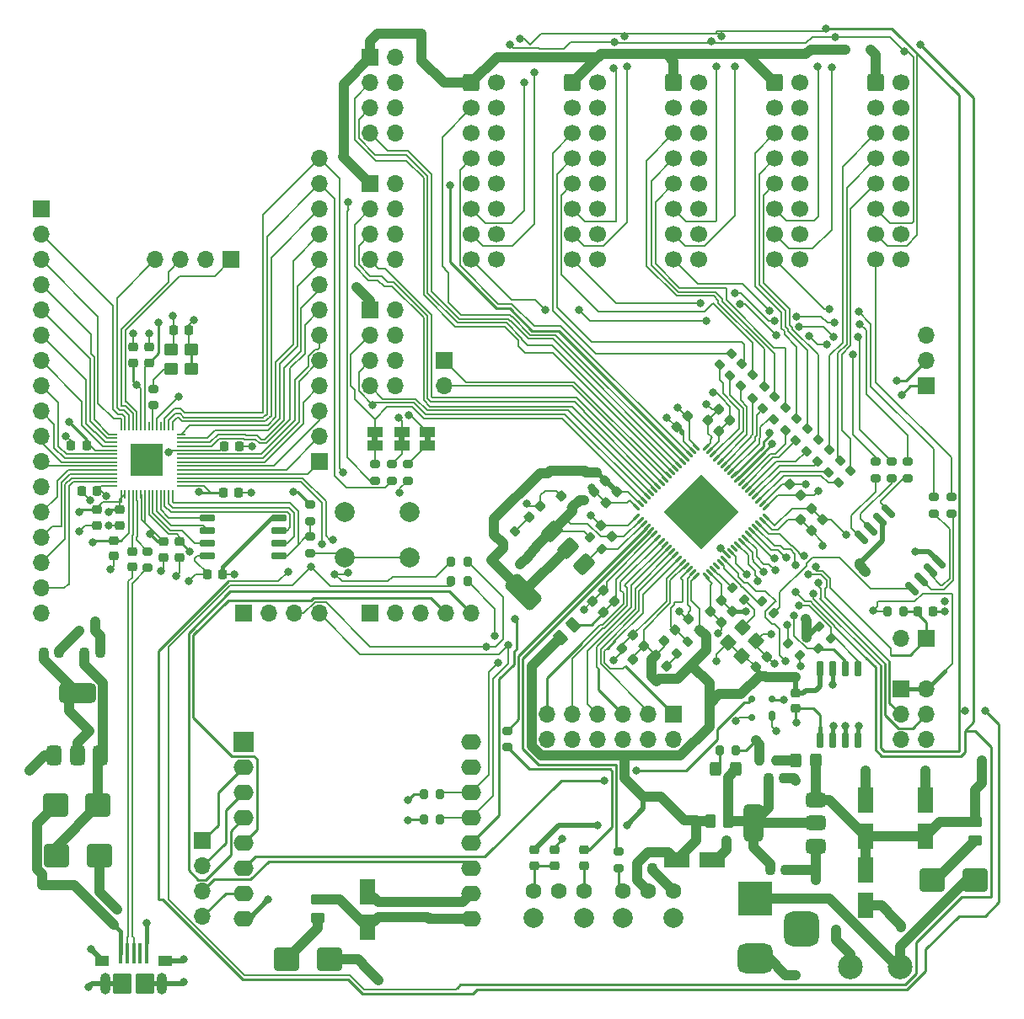
<source format=gbr>
%TF.GenerationSoftware,KiCad,Pcbnew,8.0.5*%
%TF.CreationDate,2025-01-18T12:22:11-08:00*%
%TF.ProjectId,dsp3,64737033-2e6b-4696-9361-645f70636258,rev?*%
%TF.SameCoordinates,Original*%
%TF.FileFunction,Copper,L1,Top*%
%TF.FilePolarity,Positive*%
%FSLAX46Y46*%
G04 Gerber Fmt 4.6, Leading zero omitted, Abs format (unit mm)*
G04 Created by KiCad (PCBNEW 8.0.5) date 2025-01-18 12:22:11*
%MOMM*%
%LPD*%
G01*
G04 APERTURE LIST*
G04 Aperture macros list*
%AMRoundRect*
0 Rectangle with rounded corners*
0 $1 Rounding radius*
0 $2 $3 $4 $5 $6 $7 $8 $9 X,Y pos of 4 corners*
0 Add a 4 corners polygon primitive as box body*
4,1,4,$2,$3,$4,$5,$6,$7,$8,$9,$2,$3,0*
0 Add four circle primitives for the rounded corners*
1,1,$1+$1,$2,$3*
1,1,$1+$1,$4,$5*
1,1,$1+$1,$6,$7*
1,1,$1+$1,$8,$9*
0 Add four rect primitives between the rounded corners*
20,1,$1+$1,$2,$3,$4,$5,0*
20,1,$1+$1,$4,$5,$6,$7,0*
20,1,$1+$1,$6,$7,$8,$9,0*
20,1,$1+$1,$8,$9,$2,$3,0*%
%AMRotRect*
0 Rectangle, with rotation*
0 The origin of the aperture is its center*
0 $1 length*
0 $2 width*
0 $3 Rotation angle, in degrees counterclockwise*
0 Add horizontal line*
21,1,$1,$2,0,0,$3*%
G04 Aperture macros list end*
%TA.AperFunction,EtchedComponent*%
%ADD10C,0.000000*%
%TD*%
%TA.AperFunction,SMDPad,CuDef*%
%ADD11RoundRect,0.200000X0.275000X-0.200000X0.275000X0.200000X-0.275000X0.200000X-0.275000X-0.200000X0*%
%TD*%
%TA.AperFunction,SMDPad,CuDef*%
%ADD12RoundRect,0.200000X-0.200000X-0.275000X0.200000X-0.275000X0.200000X0.275000X-0.200000X0.275000X0*%
%TD*%
%TA.AperFunction,SMDPad,CuDef*%
%ADD13RoundRect,0.225000X0.017678X-0.335876X0.335876X-0.017678X-0.017678X0.335876X-0.335876X0.017678X0*%
%TD*%
%TA.AperFunction,SMDPad,CuDef*%
%ADD14RoundRect,0.175000X0.175000X0.325000X-0.175000X0.325000X-0.175000X-0.325000X0.175000X-0.325000X0*%
%TD*%
%TA.AperFunction,SMDPad,CuDef*%
%ADD15RoundRect,0.150000X0.200000X0.150000X-0.200000X0.150000X-0.200000X-0.150000X0.200000X-0.150000X0*%
%TD*%
%TA.AperFunction,SMDPad,CuDef*%
%ADD16RoundRect,0.225000X0.225000X0.250000X-0.225000X0.250000X-0.225000X-0.250000X0.225000X-0.250000X0*%
%TD*%
%TA.AperFunction,SMDPad,CuDef*%
%ADD17RoundRect,0.225000X-0.225000X-0.250000X0.225000X-0.250000X0.225000X0.250000X-0.225000X0.250000X0*%
%TD*%
%TA.AperFunction,SMDPad,CuDef*%
%ADD18RoundRect,0.200000X0.053033X-0.335876X0.335876X-0.053033X-0.053033X0.335876X-0.335876X0.053033X0*%
%TD*%
%TA.AperFunction,ComponentPad*%
%ADD19C,2.000000*%
%TD*%
%TA.AperFunction,ComponentPad*%
%ADD20C,1.600000*%
%TD*%
%TA.AperFunction,ComponentPad*%
%ADD21R,1.700000X1.700000*%
%TD*%
%TA.AperFunction,ComponentPad*%
%ADD22O,1.700000X1.700000*%
%TD*%
%TA.AperFunction,SMDPad,CuDef*%
%ADD23RoundRect,0.225000X-0.017678X0.335876X-0.335876X0.017678X0.017678X-0.335876X0.335876X-0.017678X0*%
%TD*%
%TA.AperFunction,SMDPad,CuDef*%
%ADD24RoundRect,0.225000X-0.250000X0.225000X-0.250000X-0.225000X0.250000X-0.225000X0.250000X0.225000X0*%
%TD*%
%TA.AperFunction,SMDPad,CuDef*%
%ADD25RoundRect,0.218750X0.256250X-0.218750X0.256250X0.218750X-0.256250X0.218750X-0.256250X-0.218750X0*%
%TD*%
%TA.AperFunction,SMDPad,CuDef*%
%ADD26RoundRect,0.150000X0.565685X-0.353553X-0.353553X0.565685X-0.565685X0.353553X0.353553X-0.565685X0*%
%TD*%
%TA.AperFunction,SMDPad,CuDef*%
%ADD27RoundRect,0.200000X-0.335876X-0.053033X-0.053033X-0.335876X0.335876X0.053033X0.053033X0.335876X0*%
%TD*%
%TA.AperFunction,SMDPad,CuDef*%
%ADD28RoundRect,0.200000X0.200000X0.275000X-0.200000X0.275000X-0.200000X-0.275000X0.200000X-0.275000X0*%
%TD*%
%TA.AperFunction,ComponentPad*%
%ADD29RoundRect,0.250000X-0.600000X-0.600000X0.600000X-0.600000X0.600000X0.600000X-0.600000X0.600000X0*%
%TD*%
%TA.AperFunction,ComponentPad*%
%ADD30C,1.700000*%
%TD*%
%TA.AperFunction,SMDPad,CuDef*%
%ADD31RoundRect,0.120000X-0.035355X-0.714178X0.714178X0.035355X0.035355X0.714178X-0.714178X-0.035355X0*%
%TD*%
%TA.AperFunction,SMDPad,CuDef*%
%ADD32RoundRect,0.225000X0.335876X0.017678X0.017678X0.335876X-0.335876X-0.017678X-0.017678X-0.335876X0*%
%TD*%
%TA.AperFunction,SMDPad,CuDef*%
%ADD33RoundRect,0.225000X0.250000X-0.225000X0.250000X0.225000X-0.250000X0.225000X-0.250000X-0.225000X0*%
%TD*%
%TA.AperFunction,SMDPad,CuDef*%
%ADD34RoundRect,0.200000X-0.275000X0.200000X-0.275000X-0.200000X0.275000X-0.200000X0.275000X0.200000X0*%
%TD*%
%TA.AperFunction,SMDPad,CuDef*%
%ADD35RoundRect,0.250000X0.550000X-1.050000X0.550000X1.050000X-0.550000X1.050000X-0.550000X-1.050000X0*%
%TD*%
%TA.AperFunction,ComponentPad*%
%ADD36R,2.000000X2.000000*%
%TD*%
%TA.AperFunction,ComponentPad*%
%ADD37O,2.000000X1.600000*%
%TD*%
%TA.AperFunction,SMDPad,CuDef*%
%ADD38RoundRect,0.250000X-0.550000X1.050000X-0.550000X-1.050000X0.550000X-1.050000X0.550000X1.050000X0*%
%TD*%
%TA.AperFunction,SMDPad,CuDef*%
%ADD39RoundRect,0.250000X0.450000X-0.262500X0.450000X0.262500X-0.450000X0.262500X-0.450000X-0.262500X0*%
%TD*%
%TA.AperFunction,SMDPad,CuDef*%
%ADD40RoundRect,0.250000X-1.000000X-0.900000X1.000000X-0.900000X1.000000X0.900000X-1.000000X0.900000X0*%
%TD*%
%TA.AperFunction,SMDPad,CuDef*%
%ADD41RoundRect,0.120000X0.530000X0.480000X-0.530000X0.480000X-0.530000X-0.480000X0.530000X-0.480000X0*%
%TD*%
%TA.AperFunction,ComponentPad*%
%ADD42R,3.500000X3.500000*%
%TD*%
%TA.AperFunction,ComponentPad*%
%ADD43RoundRect,0.750000X1.000000X-0.750000X1.000000X0.750000X-1.000000X0.750000X-1.000000X-0.750000X0*%
%TD*%
%TA.AperFunction,ComponentPad*%
%ADD44RoundRect,0.875000X0.875000X-0.875000X0.875000X0.875000X-0.875000X0.875000X-0.875000X-0.875000X0*%
%TD*%
%TA.AperFunction,SMDPad,CuDef*%
%ADD45RoundRect,0.062500X-0.220971X-0.309359X0.309359X0.220971X0.220971X0.309359X-0.309359X-0.220971X0*%
%TD*%
%TA.AperFunction,SMDPad,CuDef*%
%ADD46RoundRect,0.062500X0.220971X-0.309359X0.309359X-0.220971X-0.220971X0.309359X-0.309359X0.220971X0*%
%TD*%
%TA.AperFunction,HeatsinkPad*%
%ADD47RotRect,5.300000X5.300000X45.000000*%
%TD*%
%TA.AperFunction,SMDPad,CuDef*%
%ADD48R,1.500000X1.000000*%
%TD*%
%TA.AperFunction,SMDPad,CuDef*%
%ADD49RoundRect,0.250000X0.262500X0.450000X-0.262500X0.450000X-0.262500X-0.450000X0.262500X-0.450000X0*%
%TD*%
%TA.AperFunction,SMDPad,CuDef*%
%ADD50RoundRect,0.225000X-0.335876X-0.017678X-0.017678X-0.335876X0.335876X0.017678X0.017678X0.335876X0*%
%TD*%
%TA.AperFunction,SMDPad,CuDef*%
%ADD51RoundRect,0.250000X1.000000X0.900000X-1.000000X0.900000X-1.000000X-0.900000X1.000000X-0.900000X0*%
%TD*%
%TA.AperFunction,SMDPad,CuDef*%
%ADD52RoundRect,0.150000X0.650000X0.150000X-0.650000X0.150000X-0.650000X-0.150000X0.650000X-0.150000X0*%
%TD*%
%TA.AperFunction,SMDPad,CuDef*%
%ADD53RoundRect,0.375000X0.176777X0.707107X-0.707107X-0.176777X-0.176777X-0.707107X0.707107X0.176777X0*%
%TD*%
%TA.AperFunction,SMDPad,CuDef*%
%ADD54RoundRect,0.500000X-0.636396X1.343503X-1.343503X0.636396X0.636396X-1.343503X1.343503X-0.636396X0*%
%TD*%
%TA.AperFunction,SMDPad,CuDef*%
%ADD55RoundRect,0.200000X0.335876X0.053033X0.053033X0.335876X-0.335876X-0.053033X-0.053033X-0.335876X0*%
%TD*%
%TA.AperFunction,SMDPad,CuDef*%
%ADD56RoundRect,0.375000X0.625000X0.375000X-0.625000X0.375000X-0.625000X-0.375000X0.625000X-0.375000X0*%
%TD*%
%TA.AperFunction,SMDPad,CuDef*%
%ADD57RoundRect,0.500000X0.500000X1.400000X-0.500000X1.400000X-0.500000X-1.400000X0.500000X-1.400000X0*%
%TD*%
%TA.AperFunction,SMDPad,CuDef*%
%ADD58RoundRect,0.375000X0.375000X-0.625000X0.375000X0.625000X-0.375000X0.625000X-0.375000X-0.625000X0*%
%TD*%
%TA.AperFunction,SMDPad,CuDef*%
%ADD59RoundRect,0.500000X1.400000X-0.500000X1.400000X0.500000X-1.400000X0.500000X-1.400000X-0.500000X0*%
%TD*%
%TA.AperFunction,SMDPad,CuDef*%
%ADD60RoundRect,0.100000X-0.100000X-0.950000X0.100000X-0.950000X0.100000X0.950000X-0.100000X0.950000X0*%
%TD*%
%TA.AperFunction,SMDPad,CuDef*%
%ADD61R,1.350000X1.000000*%
%TD*%
%TA.AperFunction,ComponentPad*%
%ADD62O,1.050000X2.150000*%
%TD*%
%TA.AperFunction,SMDPad,CuDef*%
%ADD63RoundRect,0.190000X-0.760000X-0.810000X0.760000X-0.810000X0.760000X0.810000X-0.760000X0.810000X0*%
%TD*%
%TA.AperFunction,ComponentPad*%
%ADD64C,2.500000*%
%TD*%
%TA.AperFunction,SMDPad,CuDef*%
%ADD65RoundRect,0.250000X-0.325000X-0.450000X0.325000X-0.450000X0.325000X0.450000X-0.325000X0.450000X0*%
%TD*%
%TA.AperFunction,SMDPad,CuDef*%
%ADD66RoundRect,0.050000X0.387500X0.050000X-0.387500X0.050000X-0.387500X-0.050000X0.387500X-0.050000X0*%
%TD*%
%TA.AperFunction,SMDPad,CuDef*%
%ADD67RoundRect,0.050000X0.050000X0.387500X-0.050000X0.387500X-0.050000X-0.387500X0.050000X-0.387500X0*%
%TD*%
%TA.AperFunction,HeatsinkPad*%
%ADD68R,3.200000X3.200000*%
%TD*%
%TA.AperFunction,SMDPad,CuDef*%
%ADD69RoundRect,0.200000X-0.053033X0.335876X-0.335876X0.053033X0.053033X-0.335876X0.335876X-0.053033X0*%
%TD*%
%TA.AperFunction,SMDPad,CuDef*%
%ADD70RoundRect,0.150000X0.150000X-0.650000X0.150000X0.650000X-0.150000X0.650000X-0.150000X-0.650000X0*%
%TD*%
%TA.AperFunction,SMDPad,CuDef*%
%ADD71RoundRect,0.250000X-1.050000X-0.550000X1.050000X-0.550000X1.050000X0.550000X-1.050000X0.550000X0*%
%TD*%
%TA.AperFunction,SMDPad,CuDef*%
%ADD72RoundRect,0.218750X-0.256250X0.218750X-0.256250X-0.218750X0.256250X-0.218750X0.256250X0.218750X0*%
%TD*%
%TA.AperFunction,SMDPad,CuDef*%
%ADD73RoundRect,0.250000X0.132583X-0.503814X0.503814X-0.132583X-0.132583X0.503814X-0.503814X0.132583X0*%
%TD*%
%TA.AperFunction,ViaPad*%
%ADD74C,0.800000*%
%TD*%
%TA.AperFunction,Conductor*%
%ADD75C,1.000000*%
%TD*%
%TA.AperFunction,Conductor*%
%ADD76C,0.200000*%
%TD*%
%TA.AperFunction,Conductor*%
%ADD77C,0.250000*%
%TD*%
%TA.AperFunction,Conductor*%
%ADD78C,0.500000*%
%TD*%
%TA.AperFunction,Conductor*%
%ADD79C,0.400000*%
%TD*%
%TA.AperFunction,Conductor*%
%ADD80C,0.160000*%
%TD*%
G04 APERTURE END LIST*
D10*
%TA.AperFunction,EtchedComponent*%
%TO.C,JP1*%
G36*
X143000000Y-91899999D02*
G01*
X142400000Y-91899999D01*
X142400000Y-91399999D01*
X143000000Y-91399999D01*
X143000000Y-91899999D01*
G37*
%TD.AperFunction*%
%TA.AperFunction,EtchedComponent*%
%TO.C,JP2*%
G36*
X145700000Y-91899999D02*
G01*
X145100000Y-91899999D01*
X145100000Y-91399999D01*
X145700000Y-91399999D01*
X145700000Y-91899999D01*
G37*
%TD.AperFunction*%
%TA.AperFunction,EtchedComponent*%
%TO.C,JP3*%
G36*
X148300000Y-91899999D02*
G01*
X147700000Y-91899999D01*
X147700000Y-91399999D01*
X148300000Y-91399999D01*
X148300000Y-91899999D01*
G37*
%TD.AperFunction*%
%TD*%
D11*
%TO.P,R16,1*%
%TO.N,/DSP/MCLK3*%
X194600000Y-95600000D03*
%TO.P,R16,2*%
%TO.N,Net-(J4-Pin_15)*%
X194600000Y-93950000D03*
%TD*%
D12*
%TO.P,R24,1*%
%TO.N,V33*%
X194175000Y-109000000D03*
%TO.P,R24,2*%
%TO.N,/DSP/SELFBOOT*%
X195825000Y-109000000D03*
%TD*%
D11*
%TO.P,R12,1*%
%TO.N,/DSP/MCLK2*%
X196200000Y-95600000D03*
%TO.P,R12,2*%
%TO.N,Net-(J3-Pin_15)*%
X196200000Y-93950000D03*
%TD*%
D13*
%TO.P,C31,1*%
%TO.N,Net-(C31-Pad1)*%
X158250000Y-99500000D03*
%TO.P,C31,2*%
%TO.N,GND*%
X159346016Y-98403984D03*
%TD*%
D11*
%TO.P,R26,1*%
%TO.N,/DSP/MCLK4*%
X193000000Y-95600000D03*
%TO.P,R26,2*%
%TO.N,Net-(J7-Pin_15)*%
X193000000Y-93950000D03*
%TD*%
D14*
%TO.P,U8,1,GND*%
%TO.N,GND*%
X182600000Y-119500000D03*
D15*
%TO.P,U8,2,~{RESET}*%
%TO.N,/DSP/~{DSPRESET_SUPERVISED}*%
X182600000Y-117800000D03*
%TO.P,U8,3,~{MR}*%
%TO.N,/DSP/~{DSPRESET}*%
X180600000Y-117800000D03*
%TO.P,U8,4,VCC*%
%TO.N,V33*%
X180600000Y-119700000D03*
%TD*%
D16*
%TO.P,C49,1*%
%TO.N,/rp2040/PI_3V3*%
X124000000Y-80700000D03*
%TO.P,C49,2*%
%TO.N,GND*%
X122450000Y-80700000D03*
%TD*%
D17*
%TO.P,C3,1*%
%TO.N,V33*%
X169025000Y-134800000D03*
%TO.P,C3,2*%
%TO.N,GND*%
X170575000Y-134800000D03*
%TD*%
D18*
%TO.P,R10,1*%
%TO.N,/DSP/I2S2_SCLK*%
X181693934Y-88627386D03*
%TO.P,R10,2*%
%TO.N,Net-(J3-Pin_7)*%
X182860660Y-87460660D03*
%TD*%
D19*
%TO.P,U7,*%
%TO.N,*%
X163720000Y-139790000D03*
X158640000Y-139790000D03*
D20*
%TO.P,U7,1,VOUT*%
%TO.N,Net-(U7-VOUT)*%
X163720000Y-137160000D03*
%TO.P,U7,2,GND*%
%TO.N,GND*%
X161180000Y-137160000D03*
%TO.P,U7,3,VCC*%
%TO.N,Net-(U7-VCC)*%
X158640000Y-137160000D03*
%TD*%
D21*
%TO.P,J5,1,Pin_1*%
%TO.N,GND*%
X142240000Y-109220000D03*
D22*
%TO.P,J5,2,Pin_2*%
%TO.N,/ESP8266/MCU_V33*%
X144780000Y-109220000D03*
%TO.P,J5,3,Pin_3*%
%TO.N,/ESP8266/SW*%
X147319999Y-109220000D03*
%TO.P,J5,4,Pin_4*%
%TO.N,/ESP8266/ENCODER2*%
X149860000Y-109220000D03*
%TO.P,J5,5,Pin_5*%
%TO.N,/ESP8266/ENCODER1*%
X152400000Y-109220000D03*
%TD*%
D23*
%TO.P,C15,1*%
%TO.N,/DSP/DVDD*%
X165848008Y-95851992D03*
%TO.P,C15,2*%
%TO.N,GND*%
X164751992Y-96948008D03*
%TD*%
D24*
%TO.P,C36,1*%
%TO.N,V33*%
X185000000Y-117225000D03*
%TO.P,C36,2*%
%TO.N,GND*%
X185000000Y-118775000D03*
%TD*%
D18*
%TO.P,R14,1*%
%TO.N,/DSP/I2S3_SCLK*%
X178400000Y-85300000D03*
%TO.P,R14,2*%
%TO.N,Net-(J4-Pin_7)*%
X179566726Y-84133274D03*
%TD*%
D24*
%TO.P,C38,1*%
%TO.N,GND*%
X160720000Y-133000000D03*
%TO.P,C38,2*%
%TO.N,Net-(U7-VCC)*%
X160720000Y-134550000D03*
%TD*%
D21*
%TO.P,J20,1,Pin_1*%
%TO.N,/DSP/THD_M*%
X149700000Y-83820000D03*
D22*
%TO.P,J20,2,Pin_2*%
%TO.N,/DSP/THD_P*%
X149700000Y-86360000D03*
%TD*%
D17*
%TO.P,C37,1*%
%TO.N,/DSP/SELFBOOT*%
X197225000Y-109000000D03*
%TO.P,C37,2*%
%TO.N,GND*%
X198775000Y-109000000D03*
%TD*%
D18*
%TO.P,R2,1*%
%TO.N,/DSP/I2S0_SCLK*%
X188272614Y-95006066D03*
%TO.P,R2,2*%
%TO.N,Net-(J1-Pin_7)*%
X189439340Y-93839340D03*
%TD*%
D12*
%TO.P,R18,1*%
%TO.N,/ESP8266/MCU_V33*%
X147600000Y-129900000D03*
%TO.P,R18,2*%
%TO.N,/ESP8266/MCU_SDA*%
X149250000Y-129900000D03*
%TD*%
D25*
%TO.P,L4,1,1*%
%TO.N,Net-(U7-VCC)*%
X158720000Y-134575002D03*
%TO.P,L4,2,2*%
%TO.N,V33*%
X158720000Y-133000000D03*
%TD*%
D26*
%TO.P,U2,1,BUF_IN*%
%TO.N,/DSP/MCLK_DSP*%
X196698546Y-106692623D03*
%TO.P,U2,2,OUT1*%
%TO.N,/DSP/MCLK0*%
X197596572Y-105794597D03*
%TO.P,U2,3,OUT2*%
%TO.N,/DSP/MCLK1*%
X198494597Y-104896572D03*
%TO.P,U2,4,GND*%
%TO.N,GND*%
X199392623Y-103998546D03*
%TO.P,U2,5,OUT3*%
%TO.N,/DSP/MCLK2*%
X194301454Y-98907377D03*
%TO.P,U2,6,VDD*%
%TO.N,V33*%
X193403428Y-99805403D03*
%TO.P,U2,7,OUT4*%
%TO.N,/DSP/MCLK3*%
X192505403Y-100703428D03*
%TO.P,U2,8,OUT5*%
%TO.N,/DSP/MCLK4*%
X191607377Y-101601454D03*
%TD*%
D18*
%TO.P,R3,1*%
%TO.N,/DSP/I2S0_LR*%
X189333274Y-96066726D03*
%TO.P,R3,2*%
%TO.N,Net-(J1-Pin_9)*%
X190500000Y-94900000D03*
%TD*%
D27*
%TO.P,R27,1*%
%TO.N,Net-(U1-CLKOUT)*%
X181616637Y-108016637D03*
%TO.P,R27,2*%
%TO.N,/DSP/MCLK_DSP*%
X182783363Y-109183363D03*
%TD*%
D28*
%TO.P,R30,1*%
%TO.N,Net-(D1-K)*%
X183000000Y-124000000D03*
%TO.P,R30,2*%
%TO.N,GND*%
X181350000Y-124000000D03*
%TD*%
D21*
%TO.P,J17,1,Pin_1*%
%TO.N,/rp2040/SWCLK*%
X128270000Y-73660000D03*
D22*
%TO.P,J17,2,Pin_2*%
%TO.N,GND*%
X125730000Y-73660000D03*
%TO.P,J17,3,Pin_3*%
%TO.N,/rp2040/SWD*%
X123190001Y-73660000D03*
%TO.P,J17,4,Pin_4*%
%TO.N,/rp2040/RUN*%
X120650000Y-73660000D03*
%TD*%
D29*
%TO.P,J3,1,Pin_1*%
%TO.N,/RAW_5V*%
X172720000Y-55880000D03*
D30*
%TO.P,J3,2,Pin_2*%
%TO.N,GND*%
X175260000Y-55880000D03*
%TO.P,J3,3,Pin_3*%
%TO.N,/DSP/dspconnector2/TODSP*%
X172720000Y-58420000D03*
%TO.P,J3,4,Pin_4*%
%TO.N,GND*%
X175260000Y-58420000D03*
%TO.P,J3,5,Pin_5*%
%TO.N,Net-(J3-Pin_5)*%
X172720000Y-60960000D03*
%TO.P,J3,6,Pin_6*%
%TO.N,GND*%
X175260000Y-60960000D03*
%TO.P,J3,7,Pin_7*%
%TO.N,Net-(J3-Pin_7)*%
X172720000Y-63500000D03*
%TO.P,J3,8,Pin_8*%
%TO.N,GND*%
X175260000Y-63500000D03*
%TO.P,J3,9,Pin_9*%
%TO.N,Net-(J3-Pin_9)*%
X172720000Y-66040000D03*
%TO.P,J3,10,Pin_10*%
%TO.N,GND*%
X175260000Y-66040000D03*
%TO.P,J3,11,Pin_11*%
%TO.N,/DSP/SDA*%
X172720000Y-68580000D03*
%TO.P,J3,12,Pin_12*%
%TO.N,GND*%
X175260000Y-68580000D03*
%TO.P,J3,13,Pin_13*%
%TO.N,/DSP/SCL*%
X172720000Y-71120000D03*
%TO.P,J3,14,Pin_14*%
%TO.N,GND*%
X175260000Y-71120000D03*
%TO.P,J3,15,Pin_15*%
%TO.N,Net-(J3-Pin_15)*%
X172720000Y-73660000D03*
%TO.P,J3,16,Pin_16*%
%TO.N,GND*%
X175260000Y-73660000D03*
%TD*%
D31*
%TO.P,U9,1,EN*%
%TO.N,V33*%
X179515075Y-113484925D03*
%TO.P,U9,2,GND*%
%TO.N,GND*%
X181000000Y-112000000D03*
%TO.P,U9,3,OUT*%
%TO.N,/DSP/MCLK*%
X179656497Y-110656497D03*
%TO.P,U9,4,VDD*%
%TO.N,V33*%
X178171572Y-112141422D03*
%TD*%
D13*
%TO.P,C23,1*%
%TO.N,V33*%
X171750000Y-112000000D03*
%TO.P,C23,2*%
%TO.N,Net-(U1-PLLFILT)*%
X172846016Y-110903984D03*
%TD*%
D17*
%TO.P,C44,1*%
%TO.N,/rp2040/PI_3V3*%
X127450000Y-97100000D03*
%TO.P,C44,2*%
%TO.N,GND*%
X129000000Y-97100000D03*
%TD*%
D29*
%TO.P,J1,1,Pin_1*%
%TO.N,/RAW_5V*%
X193040000Y-55880000D03*
D30*
%TO.P,J1,2,Pin_2*%
%TO.N,GND*%
X195580000Y-55880000D03*
%TO.P,J1,3,Pin_3*%
%TO.N,/DSP/dspconnector/TODSP*%
X193040000Y-58420000D03*
%TO.P,J1,4,Pin_4*%
%TO.N,GND*%
X195580000Y-58420000D03*
%TO.P,J1,5,Pin_5*%
%TO.N,Net-(J1-Pin_5)*%
X193040000Y-60960000D03*
%TO.P,J1,6,Pin_6*%
%TO.N,GND*%
X195580000Y-60960000D03*
%TO.P,J1,7,Pin_7*%
%TO.N,Net-(J1-Pin_7)*%
X193040000Y-63500000D03*
%TO.P,J1,8,Pin_8*%
%TO.N,GND*%
X195580000Y-63500000D03*
%TO.P,J1,9,Pin_9*%
%TO.N,Net-(J1-Pin_9)*%
X193040000Y-66040000D03*
%TO.P,J1,10,Pin_10*%
%TO.N,GND*%
X195580000Y-66040000D03*
%TO.P,J1,11,Pin_11*%
%TO.N,/DSP/SDA*%
X193040000Y-68580000D03*
%TO.P,J1,12,Pin_12*%
%TO.N,GND*%
X195580000Y-68580000D03*
%TO.P,J1,13,Pin_13*%
%TO.N,/DSP/SCL*%
X193040000Y-71120000D03*
%TO.P,J1,14,Pin_14*%
%TO.N,GND*%
X195580000Y-71120000D03*
%TO.P,J1,15,Pin_15*%
%TO.N,Net-(J1-Pin_15)*%
X193040000Y-73660000D03*
%TO.P,J1,16,Pin_16*%
%TO.N,GND*%
X195580000Y-73660000D03*
%TD*%
D32*
%TO.P,C10,1*%
%TO.N,V33*%
X168600000Y-113800000D03*
%TO.P,C10,2*%
%TO.N,GND*%
X167503984Y-112703984D03*
%TD*%
D33*
%TO.P,C55,1*%
%TO.N,Net-(U3-5V)*%
X146000000Y-139775000D03*
%TO.P,C55,2*%
%TO.N,GND*%
X146000000Y-138225000D03*
%TD*%
D21*
%TO.P,J13,1,Pin_1*%
%TO.N,/DSP/SELFBOOT*%
X198120000Y-111760000D03*
D22*
%TO.P,J13,2,Pin_2*%
%TO.N,GND*%
X195580000Y-111760000D03*
%TD*%
D34*
%TO.P,R33,1*%
%TO.N,/rp2040/PI_3V3*%
X136200000Y-98300000D03*
%TO.P,R33,2*%
%TO.N,/rp2040/QSPI_SS*%
X136200000Y-99950000D03*
%TD*%
D29*
%TO.P,J2,1,Pin_1*%
%TO.N,/RAW_5V*%
X182880000Y-55880000D03*
D30*
%TO.P,J2,2,Pin_2*%
%TO.N,GND*%
X185420000Y-55880000D03*
%TO.P,J2,3,Pin_3*%
%TO.N,/DSP/dspconnector1/TODSP*%
X182880000Y-58420000D03*
%TO.P,J2,4,Pin_4*%
%TO.N,GND*%
X185420000Y-58420000D03*
%TO.P,J2,5,Pin_5*%
%TO.N,Net-(J2-Pin_5)*%
X182880000Y-60959999D03*
%TO.P,J2,6,Pin_6*%
%TO.N,GND*%
X185420000Y-60960000D03*
%TO.P,J2,7,Pin_7*%
%TO.N,Net-(J2-Pin_7)*%
X182880000Y-63500000D03*
%TO.P,J2,8,Pin_8*%
%TO.N,GND*%
X185420000Y-63500000D03*
%TO.P,J2,9,Pin_9*%
%TO.N,Net-(J2-Pin_9)*%
X182880000Y-66040000D03*
%TO.P,J2,10,Pin_10*%
%TO.N,GND*%
X185420000Y-66040000D03*
%TO.P,J2,11,Pin_11*%
%TO.N,/DSP/SDA*%
X182880000Y-68580000D03*
%TO.P,J2,12,Pin_12*%
%TO.N,GND*%
X185420000Y-68580000D03*
%TO.P,J2,13,Pin_13*%
%TO.N,/DSP/SCL*%
X182880000Y-71120000D03*
%TO.P,J2,14,Pin_14*%
%TO.N,GND*%
X185420000Y-71120000D03*
%TO.P,J2,15,Pin_15*%
%TO.N,Net-(J2-Pin_15)*%
X182880000Y-73660001D03*
%TO.P,J2,16,Pin_16*%
%TO.N,GND*%
X185420000Y-73660000D03*
%TD*%
D35*
%TO.P,C53,1*%
%TO.N,Net-(U3-5V)*%
X142000000Y-140800000D03*
%TO.P,C53,2*%
%TO.N,GND*%
X142000000Y-137200000D03*
%TD*%
D24*
%TO.P,C48,1*%
%TO.N,/rp2040/PI_3V3*%
X117100000Y-98800000D03*
%TO.P,C48,2*%
%TO.N,GND*%
X117100000Y-100350000D03*
%TD*%
D36*
%TO.P,U3,1,~{RST}*%
%TO.N,unconnected-(U3-~{RST}-Pad1)*%
X129540000Y-122144999D03*
D37*
%TO.P,U3,2,A0*%
%TO.N,/ESP8266/A0*%
X129540000Y-124684999D03*
%TO.P,U3,3,D0*%
%TO.N,/ESP8266/D0*%
X129540000Y-127224998D03*
%TO.P,U3,4,SCK/D5*%
%TO.N,/ESP8266/ENCODER1*%
X129540000Y-129764999D03*
%TO.P,U3,5,MISO/D6*%
%TO.N,/ESP8266/ENCODER2*%
X129540000Y-132304999D03*
%TO.P,U3,6,MOSI/D7*%
%TO.N,/DSP/~{DSPRESET}*%
X129540000Y-134844999D03*
%TO.P,U3,7,CS/D8*%
%TO.N,/ESP8266/D8*%
X129540000Y-137384999D03*
%TO.P,U3,8,3V3*%
%TO.N,/ESP8266/MCU_V33*%
X129540000Y-139925000D03*
%TO.P,U3,9,5V*%
%TO.N,Net-(U3-5V)*%
X152400000Y-139925000D03*
%TO.P,U3,10,GND*%
%TO.N,GND*%
X152400000Y-137384999D03*
%TO.P,U3,11,D4*%
%TO.N,/ESP8266/D4*%
X152400000Y-134844999D03*
%TO.P,U3,12,D3*%
%TO.N,/ESP8266/SW*%
X152400000Y-132304999D03*
%TO.P,U3,13,SDA/D2*%
%TO.N,/ESP8266/MCU_SDA*%
X152400000Y-129764999D03*
%TO.P,U3,14,SCL/D1*%
%TO.N,/ESP8266/MCU_SCL*%
X152400000Y-127224998D03*
%TO.P,U3,15,RX*%
%TO.N,unconnected-(U3-RX-Pad15)*%
X152400000Y-124684999D03*
%TO.P,U3,16,TX*%
%TO.N,unconnected-(U3-TX-Pad16)*%
X152400000Y-122144999D03*
%TD*%
D38*
%TO.P,C27,1*%
%TO.N,/RAW_5V*%
X192000000Y-135000000D03*
%TO.P,C27,2*%
%TO.N,GND*%
X192000000Y-138600000D03*
%TD*%
D39*
%TO.P,FB4,1*%
%TO.N,Net-(D6-K)*%
X137000000Y-139825000D03*
%TO.P,FB4,2*%
%TO.N,Net-(U3-5V)*%
X137000000Y-138000000D03*
%TD*%
D40*
%TO.P,D3,1,K*%
%TO.N,Net-(D3-K)*%
X198699998Y-136000000D03*
%TO.P,D3,2,A*%
%TO.N,Net-(D3-A)*%
X203000000Y-136000000D03*
%TD*%
D41*
%TO.P,U12,1,EN*%
%TO.N,/rp2040/PI_3V3*%
X124300000Y-82700000D03*
%TO.P,U12,2,GND*%
%TO.N,GND*%
X122199998Y-82700000D03*
%TO.P,U12,3,OUT*%
%TO.N,Net-(U12-OUT)*%
X122199998Y-84600000D03*
%TO.P,U12,4,VDD*%
%TO.N,/rp2040/PI_3V3*%
X124300000Y-84600000D03*
%TD*%
D42*
%TO.P,J21,1*%
%TO.N,Net-(D3-A)*%
X180900000Y-137900000D03*
D43*
%TO.P,J21,2*%
%TO.N,GND*%
X180900000Y-143900000D03*
D44*
%TO.P,J21,3*%
%TO.N,N/C*%
X185600000Y-140900000D03*
%TD*%
D45*
%TO.P,U1,1,DGND*%
%TO.N,GND*%
X169000298Y-99486136D03*
%TO.P,U1,2,IOVDD*%
%TO.N,V33*%
X169353852Y-99839689D03*
%TO.P,U1,3,VDRIVE*%
%TO.N,/DSP/VDRIVE*%
X169707405Y-100193243D03*
%TO.P,U1,4,SPDIFIN*%
%TO.N,/DSP/SPDIFIN*%
X170060959Y-100546796D03*
%TO.P,U1,5,SPDIFOUT*%
%TO.N,/DSP/SPDIFOUT*%
X170414512Y-100900349D03*
%TO.P,U1,6,AGND*%
%TO.N,GND*%
X170768065Y-101253903D03*
%TO.P,U1,7,AVDD*%
%TO.N,/DSP/AVDD*%
X171121619Y-101607456D03*
%TO.P,U1,8,AUXADC0*%
%TO.N,/DSP/AUXADC0*%
X171475172Y-101961010D03*
%TO.P,U1,9,AUXADC1*%
%TO.N,/DSP/AUXADC1*%
X171828726Y-102314563D03*
%TO.P,U1,10,AUXADC2*%
%TO.N,/DSP/AUXADC2*%
X172182279Y-102668116D03*
%TO.P,U1,11,AUXADC3*%
%TO.N,/DSP/AUXADC3*%
X172535832Y-103021670D03*
%TO.P,U1,12,AUXADC4*%
%TO.N,/DSP/AUXADC4*%
X172889386Y-103375223D03*
%TO.P,U1,13,AUXADC5*%
%TO.N,/DSP/AUXADC5*%
X173242939Y-103728777D03*
%TO.P,U1,14,PGND*%
%TO.N,GND*%
X173596493Y-104082330D03*
%TO.P,U1,15,PVDD*%
%TO.N,V33*%
X173950046Y-104435883D03*
%TO.P,U1,16,PLLFILT*%
%TO.N,Net-(U1-PLLFILT)*%
X174303599Y-104789437D03*
%TO.P,U1,17,DGND*%
%TO.N,GND*%
X174657153Y-105142990D03*
%TO.P,U1,18,IOVDD*%
%TO.N,V33*%
X175010706Y-105496544D03*
D46*
%TO.P,U1,19,DGND*%
%TO.N,GND*%
X175982978Y-105496544D03*
%TO.P,U1,20,DVDD*%
%TO.N,/DSP/DVDD*%
X176336531Y-105142990D03*
%TO.P,U1,21,XTALIN/MCLK*%
%TO.N,Net-(U1-XTALIN{slash}MCLK)*%
X176690085Y-104789437D03*
%TO.P,U1,22,XTALOUT*%
%TO.N,/DSP/XTALOUT*%
X177043638Y-104435883D03*
%TO.P,U1,23,CLKOUT*%
%TO.N,Net-(U1-CLKOUT)*%
X177397191Y-104082330D03*
%TO.P,U1,24,~{RESET}*%
%TO.N,/DSP/~{DSPRESET_SUPERVISED}*%
X177750745Y-103728777D03*
%TO.P,U1,25,DGND*%
%TO.N,GND*%
X178104298Y-103375223D03*
%TO.P,U1,26,SS_M/MP0*%
%TO.N,Net-(U1-SS_M{slash}MP0)*%
X178457852Y-103021670D03*
%TO.P,U1,27,MOSI_M/MP1*%
%TO.N,unconnected-(U1-MOSI_M{slash}MP1-Pad27)*%
X178811405Y-102668116D03*
%TO.P,U1,28,SCL_M/SCLK_M/MP2*%
%TO.N,/DSP/SCL_M*%
X179164958Y-102314563D03*
%TO.P,U1,29,SDA_M/MISO_M/MP3*%
%TO.N,/DSP/SDA_M*%
X179518512Y-101961010D03*
%TO.P,U1,30,MISO/SDA*%
%TO.N,/DSP/SDA*%
X179872065Y-101607456D03*
%TO.P,U1,31,SCLK/SCL*%
%TO.N,/DSP/SCL*%
X180225619Y-101253903D03*
%TO.P,U1,32,MOSI/ADDR1*%
%TO.N,/DSP/I2CADDR1*%
X180579172Y-100900349D03*
%TO.P,U1,33,SS/ADDR0*%
%TO.N,/DSP/I2CADDR0*%
X180932725Y-100546796D03*
%TO.P,U1,34,SELFBOOT*%
%TO.N,/DSP/SELFBOOT*%
X181286279Y-100193243D03*
%TO.P,U1,35,DVDD*%
%TO.N,/DSP/DVDD*%
X181639832Y-99839689D03*
%TO.P,U1,36,DGND*%
%TO.N,GND*%
X181993386Y-99486136D03*
D45*
%TO.P,U1,37,DGND*%
X181993386Y-98513864D03*
%TO.P,U1,38,IOVDD*%
%TO.N,V33*%
X181639832Y-98160311D03*
%TO.P,U1,39,LRCLK_OUT0/MP4*%
%TO.N,/DSP/I2S0_LR*%
X181286279Y-97806757D03*
%TO.P,U1,40,BCLK_OUT0*%
%TO.N,/DSP/I2S0_SCLK*%
X180932725Y-97453204D03*
%TO.P,U1,41,SDATA_OUT0*%
%TO.N,/DSP/I2S0_SDAT*%
X180579172Y-97099651D03*
%TO.P,U1,42,LRCLK_OUT1/MP5*%
%TO.N,/DSP/I2S1_LR*%
X180225619Y-96746097D03*
%TO.P,U1,43,BCLK_OUT1*%
%TO.N,/DSP/I2S1_SCLK*%
X179872065Y-96392544D03*
%TO.P,U1,44,SDATA_OUT1*%
%TO.N,/DSP/I2S1_SDAT*%
X179518512Y-96038990D03*
%TO.P,U1,45,MP6*%
%TO.N,/DSP/MP6*%
X179164958Y-95685437D03*
%TO.P,U1,46,MP7*%
%TO.N,/DSP/MP7*%
X178811405Y-95331884D03*
%TO.P,U1,47,LRCLK_OUT2/MP8*%
%TO.N,/DSP/I2S2_LR*%
X178457852Y-94978330D03*
%TO.P,U1,48,BCLK_OUT2*%
%TO.N,/DSP/I2S2_SCLK*%
X178104298Y-94624777D03*
%TO.P,U1,49,SDATA_OUT2*%
%TO.N,/DSP/I2S2_SDAT*%
X177750745Y-94271223D03*
%TO.P,U1,50,LRCLK_OUT3/MP9*%
%TO.N,/DSP/I2S3_LR*%
X177397191Y-93917670D03*
%TO.P,U1,51,BCLK_OUT3*%
%TO.N,/DSP/I2S3_SCLK*%
X177043638Y-93564117D03*
%TO.P,U1,52,SDATA_OUT3*%
%TO.N,/DSP/I2S3_SDAT*%
X176690085Y-93210563D03*
%TO.P,U1,53,DVDD*%
%TO.N,/DSP/DVDD*%
X176336531Y-92857010D03*
%TO.P,U1,54,DGND*%
%TO.N,GND*%
X175982978Y-92503456D03*
D46*
%TO.P,U1,55,DGND*%
X175010706Y-92503456D03*
%TO.P,U1,56,IOVDD*%
%TO.N,V33*%
X174657153Y-92857010D03*
%TO.P,U1,57,BCLK_IN0*%
%TO.N,/DSP/I2SIN0_SCLK*%
X174303599Y-93210563D03*
%TO.P,U1,58,LRCLK_IN0/MP10*%
%TO.N,/DSP/I2SIN0_LR*%
X173950046Y-93564117D03*
%TO.P,U1,59,SDATA_IN0*%
%TO.N,/DSP/I2SIN0_SDAT*%
X173596493Y-93917670D03*
%TO.P,U1,60,BCLK_IN1*%
%TO.N,/DSP/BCLK_IN1*%
X173242939Y-94271223D03*
%TO.P,U1,61,LRCLK_IN1/MP11*%
%TO.N,/DSP/LRCLK_IN1{slash}MP11*%
X172889386Y-94624777D03*
%TO.P,U1,62,SDATA_IN1*%
%TO.N,/DSP/SDATA_IN1*%
X172535832Y-94978330D03*
%TO.P,U1,63,THD_M*%
%TO.N,/DSP/THD_M*%
X172182279Y-95331884D03*
%TO.P,U1,64,THD_P*%
%TO.N,/DSP/THD_P*%
X171828726Y-95685437D03*
%TO.P,U1,65,BCLK_IN2*%
%TO.N,/DSP/BCLK_IN2*%
X171475172Y-96038990D03*
%TO.P,U1,66,LRCLK_IN2/MP12*%
%TO.N,/DSP/LRCLK_IN2{slash}MP12*%
X171121619Y-96392544D03*
%TO.P,U1,67,SDATA_IN2*%
%TO.N,/DSP/SDATA_IN2*%
X170768065Y-96746097D03*
%TO.P,U1,68,BCLK_IN3*%
%TO.N,/DSP/EXT_BCLK*%
X170414512Y-97099651D03*
%TO.P,U1,69,LRCLK_IN3/MP13*%
%TO.N,/DSP/EXT_LRCLK*%
X170060959Y-97453204D03*
%TO.P,U1,70,SDATA_IN3*%
%TO.N,/DSP/dspconnector_minimal_input3/SDAT*%
X169707405Y-97806757D03*
%TO.P,U1,71,DVDD*%
%TO.N,/DSP/DVDD*%
X169353852Y-98160311D03*
%TO.P,U1,72,DGND*%
%TO.N,GND*%
X169000298Y-98513864D03*
D47*
%TO.P,U1,73,EP*%
X175496842Y-99000000D03*
%TD*%
D48*
%TO.P,JP1,1,A*%
%TO.N,Net-(JP1-A)*%
X142700000Y-92299998D03*
%TO.P,JP1,2,B*%
%TO.N,/DSP/dspconnector_minimal_input3/SDAT*%
X142700000Y-91000000D03*
%TD*%
%TO.P,JP2,1,A*%
%TO.N,Net-(JP2-A)*%
X145400000Y-92299998D03*
%TO.P,JP2,2,B*%
%TO.N,/DSP/EXT_LRCLK*%
X145400000Y-91000000D03*
%TD*%
D49*
%TO.P,FB2,1*%
%TO.N,/DSP/dsp_power/V33_BEFORE_F*%
X178225000Y-130100000D03*
%TO.P,FB2,2*%
%TO.N,V33*%
X176400000Y-130100000D03*
%TD*%
D50*
%TO.P,C24,1*%
%TO.N,V33*%
X170903984Y-113403984D03*
%TO.P,C24,2*%
%TO.N,Net-(C24-Pad2)*%
X172000000Y-114500000D03*
%TD*%
D51*
%TO.P,D4,1,K*%
%TO.N,Net-(D4-K)*%
X114900002Y-128500000D03*
%TO.P,D4,2,A*%
%TO.N,/rp2040/VBUS*%
X110600000Y-128500000D03*
%TD*%
D17*
%TO.P,C28,1*%
%TO.N,/DSP/dsp_power/V33_BEFORE_F*%
X182450000Y-135000000D03*
%TO.P,C28,2*%
%TO.N,GND*%
X184000000Y-135000000D03*
%TD*%
D11*
%TO.P,R37,1*%
%TO.N,/rp2040/GPIO14*%
X146000000Y-95850000D03*
%TO.P,R37,2*%
%TO.N,Net-(JP3-A)*%
X146000000Y-94200000D03*
%TD*%
D33*
%TO.P,C46,1*%
%TO.N,/rp2040/PI_1V1*%
X118400000Y-84000000D03*
%TO.P,C46,2*%
%TO.N,GND*%
X118400000Y-82450000D03*
%TD*%
D50*
%TO.P,C17,1*%
%TO.N,V33*%
X184403984Y-96203984D03*
%TO.P,C17,2*%
%TO.N,GND*%
X185500000Y-97300000D03*
%TD*%
D52*
%TO.P,U13,1,~{CS}*%
%TO.N,/rp2040/QSPI_SS*%
X133100000Y-103410000D03*
%TO.P,U13,2,DO(IO1)*%
%TO.N,/rp2040/QSPI_SD1*%
X133100000Y-102140000D03*
%TO.P,U13,3,IO2*%
%TO.N,/rp2040/QSPI_SD2*%
X133100000Y-100870000D03*
%TO.P,U13,4,GND*%
%TO.N,GND*%
X133100000Y-99600000D03*
%TO.P,U13,5,DI(IO0)*%
%TO.N,/rp2040/QSPI_SD0*%
X125900000Y-99600000D03*
%TO.P,U13,6,CLK*%
%TO.N,/rp2040/QSPI_SCLK*%
X125900000Y-100870000D03*
%TO.P,U13,7,IO3*%
%TO.N,/rp2040/QSPI_SD3*%
X125900000Y-102140000D03*
%TO.P,U13,8,VCC*%
%TO.N,/rp2040/PI_3V3*%
X125900000Y-103410000D03*
%TD*%
D40*
%TO.P,D5,1,K*%
%TO.N,Net-(D4-K)*%
X110700000Y-133600000D03*
%TO.P,D5,2,A*%
%TO.N,/RAW_5V*%
X115000000Y-133600000D03*
%TD*%
D23*
%TO.P,C5,1*%
%TO.N,/DSP/DVDD*%
X177496016Y-107903984D03*
%TO.P,C5,2*%
%TO.N,GND*%
X176400000Y-109000000D03*
%TD*%
D53*
%TO.P,Q1,1,B*%
%TO.N,/DSP/VDRIVE*%
X163750000Y-104250000D03*
%TO.P,Q1,2,C*%
%TO.N,/DSP/DVDD*%
X162123654Y-102623655D03*
D54*
X157668882Y-107078427D03*
D53*
%TO.P,Q1,3,E*%
%TO.N,V33*%
X160497309Y-100997309D03*
%TD*%
D16*
%TO.P,C33,1*%
%TO.N,/rp2040/PI_3V3*%
X114800000Y-96900000D03*
%TO.P,C33,2*%
%TO.N,GND*%
X113250000Y-96900000D03*
%TD*%
D19*
%TO.P,U4,*%
%TO.N,*%
X172720000Y-139790000D03*
X167640000Y-139790000D03*
D20*
%TO.P,U4,1,VIN*%
%TO.N,Net-(U4-VIN)*%
X167640000Y-137160000D03*
%TO.P,U4,2,VCC*%
%TO.N,V33*%
X170180000Y-137160000D03*
%TO.P,U4,3,GND*%
%TO.N,GND*%
X172720000Y-137160000D03*
%TD*%
D28*
%TO.P,R28,1*%
%TO.N,/ESP8266/MCU_SDA*%
X152000000Y-106000000D03*
%TO.P,R28,2*%
%TO.N,/DSP/SDA*%
X150350000Y-106000000D03*
%TD*%
D39*
%TO.P,FB1,1*%
%TO.N,Net-(D3-K)*%
X203000000Y-132000000D03*
%TO.P,FB1,2*%
%TO.N,/RAW_5V*%
X203000000Y-130175000D03*
%TD*%
D11*
%TO.P,R4,1*%
%TO.N,/DSP/MCLK0*%
X200600000Y-99150000D03*
%TO.P,R4,2*%
%TO.N,Net-(J1-Pin_15)*%
X200600000Y-97500000D03*
%TD*%
D55*
%TO.P,R23,1*%
%TO.N,GND*%
X185400000Y-113400000D03*
%TO.P,R23,2*%
%TO.N,Net-(U1-SS_M{slash}MP0)*%
X184233274Y-112233274D03*
%TD*%
D21*
%TO.P,J6,1,Pin_1*%
%TO.N,/ESP8266/MCU_V33*%
X129540000Y-109220000D03*
D22*
%TO.P,J6,2,Pin_2*%
%TO.N,GND*%
X132080000Y-109220000D03*
%TO.P,J6,3,Pin_3*%
%TO.N,/ESP8266/MCU_SCL*%
X134619999Y-109220000D03*
%TO.P,J6,4,Pin_4*%
%TO.N,/ESP8266/MCU_SDA*%
X137160000Y-109220000D03*
%TD*%
D12*
%TO.P,R19,1*%
%TO.N,/ESP8266/MCU_V33*%
X147600000Y-127360000D03*
%TO.P,R19,2*%
%TO.N,/ESP8266/MCU_SCL*%
X149250000Y-127360000D03*
%TD*%
D18*
%TO.P,R7,1*%
%TO.N,/DSP/I2S1_LR*%
X186054594Y-92888046D03*
%TO.P,R7,2*%
%TO.N,Net-(J2-Pin_9)*%
X187221320Y-91721320D03*
%TD*%
D17*
%TO.P,C40,1*%
%TO.N,/rp2040/PI_3V3*%
X127550000Y-92400000D03*
%TO.P,C40,2*%
%TO.N,GND*%
X129100000Y-92400000D03*
%TD*%
D24*
%TO.P,C41,1*%
%TO.N,/rp2040/PI_3V3*%
X121500000Y-102000000D03*
%TO.P,C41,2*%
%TO.N,GND*%
X121500000Y-103550000D03*
%TD*%
D17*
%TO.P,C32,1*%
%TO.N,/rp2040/PI_3V3*%
X109450000Y-113200000D03*
%TO.P,C32,2*%
%TO.N,GND*%
X111000000Y-113200000D03*
%TD*%
D21*
%TO.P,J16,1,Pin_1*%
%TO.N,/DSP/MP6*%
X198120000Y-86359999D03*
D22*
%TO.P,J16,2,Pin_2*%
%TO.N,/DSP/MP7*%
X198120000Y-83819999D03*
%TO.P,J16,3,Pin_3*%
%TO.N,GND*%
X198120000Y-81280000D03*
%TD*%
D34*
%TO.P,R32,1*%
%TO.N,/rp2040/MCU_USB_P*%
X119900000Y-103000000D03*
%TO.P,R32,2*%
%TO.N,/rp2040/USB_D_P*%
X119900000Y-104650000D03*
%TD*%
D11*
%TO.P,R34,1*%
%TO.N,Net-(SW2-B)*%
X136200000Y-103150000D03*
%TO.P,R34,2*%
%TO.N,/rp2040/QSPI_SS*%
X136200000Y-101500000D03*
%TD*%
D24*
%TO.P,C45,1*%
%TO.N,/rp2040/PI_1V1*%
X123100000Y-102000000D03*
%TO.P,C45,2*%
%TO.N,GND*%
X123100000Y-103550000D03*
%TD*%
D21*
%TO.P,J12,1,Pin_1*%
%TO.N,/DSP/AUXADC5*%
X172720000Y-119380000D03*
D22*
%TO.P,J12,2,Pin_2*%
%TO.N,GND*%
X172720000Y-121920000D03*
%TO.P,J12,3,Pin_3*%
%TO.N,/DSP/AUXADC4*%
X170180000Y-119380000D03*
%TO.P,J12,4,Pin_4*%
%TO.N,GND*%
X170180000Y-121920000D03*
%TO.P,J12,5,Pin_5*%
%TO.N,/DSP/AUXADC3*%
X167640001Y-119380000D03*
%TO.P,J12,6,Pin_6*%
%TO.N,GND*%
X167640000Y-121920000D03*
%TO.P,J12,7,Pin_7*%
%TO.N,/DSP/AUXADC2*%
X165100000Y-119380000D03*
%TO.P,J12,8,Pin_8*%
%TO.N,GND*%
X165100000Y-121920000D03*
%TO.P,J12,9,Pin_9*%
%TO.N,/DSP/AUXADC1*%
X162560000Y-119380000D03*
%TO.P,J12,10,Pin_10*%
%TO.N,GND*%
X162560000Y-121920000D03*
%TO.P,J12,11,Pin_11*%
%TO.N,/DSP/AUXADC0*%
X160020000Y-119380000D03*
%TO.P,J12,12,Pin_12*%
%TO.N,GND*%
X160020000Y-121920000D03*
%TD*%
D27*
%TO.P,R38,1*%
%TO.N,V33*%
X187333274Y-110533274D03*
%TO.P,R38,2*%
%TO.N,/DSP/SDA_M*%
X188500000Y-111700000D03*
%TD*%
D56*
%TO.P,U5,1,GND*%
%TO.N,GND*%
X187000000Y-132600000D03*
%TO.P,U5,2,VO*%
%TO.N,/DSP/dsp_power/V33_BEFORE_F*%
X186999999Y-130300000D03*
D57*
X180700001Y-130300000D03*
D56*
%TO.P,U5,3,VI*%
%TO.N,/RAW_5V*%
X187000000Y-128000000D03*
%TD*%
D34*
%TO.P,R25,1*%
%TO.N,/DSP/SPDIFIN*%
X156000000Y-121000000D03*
%TO.P,R25,2*%
%TO.N,Net-(L3-Pad1)*%
X156000000Y-122650000D03*
%TD*%
D18*
%TO.P,R6,1*%
%TO.N,/DSP/I2S1_SCLK*%
X184993934Y-91827386D03*
%TO.P,R6,2*%
%TO.N,Net-(J2-Pin_7)*%
X186160660Y-90660660D03*
%TD*%
D55*
%TO.P,R40,1*%
%TO.N,/DSP/MCLK*%
X179783363Y-107783363D03*
%TO.P,R40,2*%
%TO.N,Net-(U1-XTALIN{slash}MCLK)*%
X178616637Y-106616637D03*
%TD*%
D13*
%TO.P,C1,1*%
%TO.N,V33*%
X180975556Y-114637438D03*
%TO.P,C1,2*%
%TO.N,GND*%
X182071572Y-113541422D03*
%TD*%
D58*
%TO.P,U11,1,GND*%
%TO.N,GND*%
X110500000Y-123499999D03*
%TO.P,U11,2,VO*%
%TO.N,/rp2040/PI_3V3*%
X112800000Y-123499998D03*
D59*
X112800000Y-117200000D03*
D58*
%TO.P,U11,3,VI*%
%TO.N,Net-(D4-K)*%
X115100000Y-123499999D03*
%TD*%
D55*
%TO.P,R22,1*%
%TO.N,/DSP/VDRIVE*%
X165500000Y-102750000D03*
%TO.P,R22,2*%
%TO.N,V33*%
X164333274Y-101583274D03*
%TD*%
D18*
%TO.P,R5,1*%
%TO.N,/DSP/I2S1_SDAT*%
X183933274Y-90766726D03*
%TO.P,R5,2*%
%TO.N,Net-(J2-Pin_5)*%
X185100000Y-89600000D03*
%TD*%
D32*
%TO.P,C22,1*%
%TO.N,/DSP/AVDD*%
X166796016Y-107996016D03*
%TO.P,C22,2*%
%TO.N,GND*%
X165700000Y-106900000D03*
%TD*%
D60*
%TO.P,J14,1,VBUS*%
%TO.N,/rp2040/VBUS*%
X117175000Y-143350000D03*
%TO.P,J14,2,D-*%
%TO.N,/rp2040/USB_D_N*%
X117825000Y-143350000D03*
%TO.P,J14,3,D+*%
%TO.N,/rp2040/USB_D_P*%
X118475000Y-143350000D03*
%TO.P,J14,4,ID*%
%TO.N,unconnected-(J14-ID-Pad4)*%
X119125000Y-143350000D03*
%TO.P,J14,5,GND*%
%TO.N,GND*%
X119775000Y-143350000D03*
D61*
%TO.P,J14,6,Shield*%
X115275000Y-144150000D03*
D62*
X115650000Y-146400000D03*
D63*
X117325000Y-146400000D03*
X119625000Y-146400000D03*
D62*
X121300000Y-146400000D03*
D61*
X121675000Y-144150000D03*
%TD*%
D18*
%TO.P,R11,1*%
%TO.N,/DSP/I2S2_LR*%
X182754594Y-89688046D03*
%TO.P,R11,2*%
%TO.N,Net-(J3-Pin_9)*%
X183921320Y-88521320D03*
%TD*%
D24*
%TO.P,R17,1*%
%TO.N,/rp2040/MCU_USB_N*%
X118300000Y-103000000D03*
%TO.P,R17,2*%
%TO.N,/rp2040/USB_D_N*%
X118300000Y-104550000D03*
%TD*%
D33*
%TO.P,C54,1*%
%TO.N,Net-(U3-5V)*%
X148000000Y-139775000D03*
%TO.P,C54,2*%
%TO.N,GND*%
X148000000Y-138225000D03*
%TD*%
D21*
%TO.P,J18,1,Pin_1*%
%TO.N,GND*%
X109220000Y-68580000D03*
D22*
%TO.P,J18,2,Pin_2*%
%TO.N,/rp2040/GPIO16*%
X109220000Y-71120000D03*
%TO.P,J18,3,Pin_3*%
%TO.N,/rp2040/GPIO17*%
X109220000Y-73660000D03*
%TO.P,J18,4,Pin_4*%
%TO.N,/rp2040/GPIO18*%
X109220000Y-76200000D03*
%TO.P,J18,5,Pin_5*%
%TO.N,/rp2040/GPIO19*%
X109220000Y-78740000D03*
%TO.P,J18,6,Pin_6*%
%TO.N,/rp2040/GPIO20*%
X109220000Y-81280000D03*
%TO.P,J18,7,Pin_7*%
%TO.N,/rp2040/GPIO21*%
X109220000Y-83820000D03*
%TO.P,J18,8,Pin_8*%
%TO.N,/rp2040/GPIO22*%
X109220000Y-86360000D03*
%TO.P,J18,9,Pin_9*%
%TO.N,/rp2040/GPIO23*%
X109220000Y-88900000D03*
%TO.P,J18,10,Pin_10*%
%TO.N,/rp2040/GPIO24*%
X109220000Y-91440000D03*
%TO.P,J18,11,Pin_11*%
%TO.N,/rp2040/GPIO25*%
X109220000Y-93980000D03*
%TO.P,J18,12,Pin_12*%
%TO.N,GND*%
X109220000Y-96520000D03*
%TO.P,J18,13,Pin_13*%
%TO.N,/rp2040/GPIO26_ADC0*%
X109220000Y-99060000D03*
%TO.P,J18,14,Pin_14*%
%TO.N,/rp2040/GPIO27_ADC1*%
X109220000Y-101600000D03*
%TO.P,J18,15,Pin_15*%
%TO.N,/rp2040/GPIO28_ADC2*%
X109220000Y-104140000D03*
%TO.P,J18,16,Pin_16*%
%TO.N,/rp2040/GPIO29_ADC3*%
X109220000Y-106680000D03*
%TO.P,J18,17,Pin_17*%
%TO.N,GND*%
X109220000Y-109220000D03*
%TD*%
D64*
%TO.P,J15,1,Pin_1*%
%TO.N,GND*%
X190500000Y-144780000D03*
%TO.P,J15,2,Pin_2*%
%TO.N,Net-(D3-A)*%
X195500000Y-144780000D03*
%TD*%
D24*
%TO.P,C47,1*%
%TO.N,/rp2040/PI_1V1*%
X116500000Y-101900000D03*
%TO.P,C47,2*%
%TO.N,GND*%
X116500000Y-103450000D03*
%TD*%
D34*
%TO.P,R41,1*%
%TO.N,Net-(U12-OUT)*%
X120500000Y-86650000D03*
%TO.P,R41,2*%
%TO.N,Net-(U10-XIN)*%
X120500000Y-88300000D03*
%TD*%
D27*
%TO.P,R39,1*%
%TO.N,V33*%
X186100000Y-111600000D03*
%TO.P,R39,2*%
%TO.N,/DSP/SCL_M*%
X187266726Y-112766726D03*
%TD*%
D21*
%TO.P,J19,1,Pin_1*%
%TO.N,/RAW_5V*%
X142240000Y-78740000D03*
D22*
%TO.P,J19,2,Pin_2*%
%TO.N,GND*%
X144780000Y-78740000D03*
%TO.P,J19,3,Pin_3*%
%TO.N,/DSP/dspconnector_minimal_input3/SDAT*%
X142240000Y-81280000D03*
%TO.P,J19,4,Pin_4*%
%TO.N,GND*%
X144780000Y-81280000D03*
%TO.P,J19,5,Pin_5*%
%TO.N,/DSP/EXT_LRCLK*%
X142240000Y-83820000D03*
%TO.P,J19,6,Pin_6*%
%TO.N,GND*%
X144780000Y-83820000D03*
%TO.P,J19,7,Pin_7*%
%TO.N,/DSP/EXT_BCLK*%
X142240000Y-86360000D03*
%TO.P,J19,8,Pin_8*%
%TO.N,GND*%
X144780000Y-86360000D03*
%TD*%
D18*
%TO.P,R9,1*%
%TO.N,/DSP/I2S2_SDAT*%
X180633274Y-87566726D03*
%TO.P,R9,2*%
%TO.N,Net-(J3-Pin_5)*%
X181800000Y-86400000D03*
%TD*%
D19*
%TO.P,SW2,1,A*%
%TO.N,GND*%
X139700000Y-99060000D03*
X146200000Y-99060000D03*
%TO.P,SW2,2,B*%
%TO.N,Net-(SW2-B)*%
X139700000Y-103560000D03*
X146200000Y-103560000D03*
%TD*%
D16*
%TO.P,C42,1*%
%TO.N,/rp2040/PI_3V3*%
X113750000Y-92300000D03*
%TO.P,C42,2*%
%TO.N,GND*%
X112200000Y-92300000D03*
%TD*%
D65*
%TO.P,D1,1,K*%
%TO.N,Net-(D1-K)*%
X184950002Y-124000000D03*
%TO.P,D1,2,A*%
%TO.N,/RAW_5V*%
X187000000Y-124000000D03*
%TD*%
D12*
%TO.P,R31,1*%
%TO.N,Net-(D2-K)*%
X177350000Y-123000000D03*
%TO.P,R31,2*%
%TO.N,GND*%
X179000000Y-123000000D03*
%TD*%
D11*
%TO.P,R36,1*%
%TO.N,/rp2040/GPIO13*%
X144400000Y-95850000D03*
%TO.P,R36,2*%
%TO.N,Net-(JP2-A)*%
X144400000Y-94200000D03*
%TD*%
D40*
%TO.P,D6,1,K*%
%TO.N,Net-(D6-K)*%
X133849999Y-144000000D03*
%TO.P,D6,2,A*%
%TO.N,/RAW_5V*%
X138150001Y-144000000D03*
%TD*%
D32*
%TO.P,C51,1*%
%TO.N,V33*%
X162548008Y-98548008D03*
%TO.P,C51,2*%
%TO.N,GND*%
X161451992Y-97451992D03*
%TD*%
D21*
%TO.P,J10,1,Pin_1*%
%TO.N,/RAW_5V*%
X142240000Y-53340000D03*
D22*
%TO.P,J10,2,Pin_2*%
%TO.N,GND*%
X144780000Y-53340000D03*
%TO.P,J10,3,Pin_3*%
%TO.N,/DSP/SDATA_IN1*%
X142240000Y-55880000D03*
%TO.P,J10,4,Pin_4*%
%TO.N,GND*%
X144780000Y-55880000D03*
%TO.P,J10,5,Pin_5*%
%TO.N,/DSP/LRCLK_IN1{slash}MP11*%
X142240000Y-58420000D03*
%TO.P,J10,6,Pin_6*%
%TO.N,GND*%
X144780000Y-58420000D03*
%TO.P,J10,7,Pin_7*%
%TO.N,/DSP/BCLK_IN1*%
X142240000Y-60960000D03*
%TO.P,J10,8,Pin_8*%
%TO.N,GND*%
X144780000Y-60960000D03*
%TD*%
D18*
%TO.P,R1,1*%
%TO.N,/DSP/I2S0_SDAT*%
X187211954Y-93945406D03*
%TO.P,R1,2*%
%TO.N,Net-(J1-Pin_5)*%
X188378680Y-92778680D03*
%TD*%
D66*
%TO.P,U10,1,IOVDD*%
%TO.N,/rp2040/PI_3V3*%
X123237500Y-96400000D03*
%TO.P,U10,2,GPIO0*%
%TO.N,/DSP/SDA*%
X123237500Y-95999999D03*
%TO.P,U10,3,GPIO1*%
%TO.N,/DSP/SCL*%
X123237500Y-95600000D03*
%TO.P,U10,4,GPIO2*%
%TO.N,/rp2040/GPIO2*%
X123237500Y-95200000D03*
%TO.P,U10,5,GPIO3*%
%TO.N,/rp2040/GPIO3*%
X123237500Y-94800000D03*
%TO.P,U10,6,GPIO4*%
%TO.N,/rp2040/GPIO4*%
X123237500Y-94400001D03*
%TO.P,U10,7,GPIO5*%
%TO.N,/rp2040/GPIO5*%
X123237500Y-94000000D03*
%TO.P,U10,8,GPIO6*%
%TO.N,/rp2040/GPIO6*%
X123237500Y-93600000D03*
%TO.P,U10,9,GPIO7*%
%TO.N,/rp2040/GPIO7*%
X123237500Y-93199999D03*
%TO.P,U10,10,IOVDD*%
%TO.N,/rp2040/PI_3V3*%
X123237500Y-92800000D03*
%TO.P,U10,11,GPIO8*%
%TO.N,/rp2040/GPIO8*%
X123237500Y-92400000D03*
%TO.P,U10,12,GPIO9*%
%TO.N,/rp2040/GPIO9*%
X123237500Y-92000000D03*
%TO.P,U10,13,GPIO10*%
%TO.N,/rp2040/GPIO10*%
X123237500Y-91600001D03*
%TO.P,U10,14,GPIO11*%
%TO.N,/rp2040/GPIO11*%
X123237500Y-91200000D03*
D67*
%TO.P,U10,15,GPIO12*%
%TO.N,/rp2040/GPIO12*%
X122400000Y-90362500D03*
%TO.P,U10,16,GPIO13*%
%TO.N,/rp2040/GPIO13*%
X121999999Y-90362500D03*
%TO.P,U10,17,GPIO14*%
%TO.N,/rp2040/GPIO14*%
X121600000Y-90362500D03*
%TO.P,U10,18,GPIO15*%
%TO.N,unconnected-(U10-GPIO15-Pad18)*%
X121200000Y-90362500D03*
%TO.P,U10,19,TESTEN*%
%TO.N,GND*%
X120800000Y-90362500D03*
%TO.P,U10,20,XIN*%
%TO.N,Net-(U10-XIN)*%
X120400001Y-90362500D03*
%TO.P,U10,21,XOUT*%
%TO.N,unconnected-(U10-XOUT-Pad21)*%
X120000000Y-90362500D03*
%TO.P,U10,22,IOVDD*%
%TO.N,/rp2040/PI_3V3*%
X119600000Y-90362500D03*
%TO.P,U10,23,DVDD*%
%TO.N,/rp2040/PI_1V1*%
X119199999Y-90362500D03*
%TO.P,U10,24,SWCLK*%
%TO.N,/rp2040/SWCLK*%
X118800000Y-90362500D03*
%TO.P,U10,25,SWD*%
%TO.N,/rp2040/SWD*%
X118400000Y-90362500D03*
%TO.P,U10,26,RUN*%
%TO.N,/rp2040/RUN*%
X118000000Y-90362500D03*
%TO.P,U10,27,GPIO16*%
%TO.N,/rp2040/GPIO16*%
X117600001Y-90362500D03*
%TO.P,U10,28,GPIO17*%
%TO.N,/rp2040/GPIO17*%
X117200000Y-90362500D03*
D66*
%TO.P,U10,29,GPIO18*%
%TO.N,/rp2040/GPIO18*%
X116362500Y-91200000D03*
%TO.P,U10,30,GPIO19*%
%TO.N,/rp2040/GPIO19*%
X116362500Y-91600001D03*
%TO.P,U10,31,GPIO20*%
%TO.N,/rp2040/GPIO20*%
X116362500Y-92000000D03*
%TO.P,U10,32,GPIO21*%
%TO.N,/rp2040/GPIO21*%
X116362500Y-92400000D03*
%TO.P,U10,33,IOVDD*%
%TO.N,/rp2040/PI_3V3*%
X116362500Y-92800000D03*
%TO.P,U10,34,GPIO22*%
%TO.N,/rp2040/GPIO22*%
X116362500Y-93199999D03*
%TO.P,U10,35,GPIO23*%
%TO.N,/rp2040/GPIO23*%
X116362500Y-93600000D03*
%TO.P,U10,36,GPIO24*%
%TO.N,/rp2040/GPIO24*%
X116362500Y-94000000D03*
%TO.P,U10,37,GPIO25*%
%TO.N,/rp2040/GPIO25*%
X116362500Y-94400001D03*
%TO.P,U10,38,GPIO26_ADC0*%
%TO.N,/rp2040/GPIO26_ADC0*%
X116362500Y-94800000D03*
%TO.P,U10,39,GPIO27_ADC1*%
%TO.N,/rp2040/GPIO27_ADC1*%
X116362500Y-95200000D03*
%TO.P,U10,40,GPIO28_ADC2*%
%TO.N,/rp2040/GPIO28_ADC2*%
X116362500Y-95600000D03*
%TO.P,U10,41,GPIO29_ADC3*%
%TO.N,/rp2040/GPIO29_ADC3*%
X116362500Y-95999999D03*
%TO.P,U10,42,IOVDD*%
%TO.N,/rp2040/PI_3V3*%
X116362500Y-96400000D03*
D67*
%TO.P,U10,43,ADC_AVDD*%
X117200000Y-97237500D03*
%TO.P,U10,44,VREG_IN*%
X117600001Y-97237500D03*
%TO.P,U10,45,VREG_VOUT*%
%TO.N,/rp2040/PI_1V1*%
X118000000Y-97237500D03*
%TO.P,U10,46,USB_DM*%
%TO.N,/rp2040/MCU_USB_N*%
X118400000Y-97237500D03*
%TO.P,U10,47,USB_DP*%
%TO.N,/rp2040/MCU_USB_P*%
X118800000Y-97237500D03*
%TO.P,U10,48,USB_VDD*%
%TO.N,/rp2040/PI_3V3*%
X119199999Y-97237500D03*
%TO.P,U10,49,IOVDD*%
X119600000Y-97237500D03*
%TO.P,U10,50,DVDD*%
%TO.N,/rp2040/PI_1V1*%
X120000000Y-97237500D03*
%TO.P,U10,51,QSPI_SD3*%
%TO.N,/rp2040/QSPI_SD3*%
X120400001Y-97237500D03*
%TO.P,U10,52,QSPI_SCLK*%
%TO.N,/rp2040/QSPI_SCLK*%
X120800000Y-97237500D03*
%TO.P,U10,53,QSPI_SD0*%
%TO.N,/rp2040/QSPI_SD0*%
X121200000Y-97237500D03*
%TO.P,U10,54,QSPI_SD2*%
%TO.N,/rp2040/QSPI_SD2*%
X121600000Y-97237500D03*
%TO.P,U10,55,QSPI_SD1*%
%TO.N,/rp2040/QSPI_SD1*%
X121999999Y-97237500D03*
%TO.P,U10,56,QSPI_SS*%
%TO.N,/rp2040/QSPI_SS*%
X122400000Y-97237500D03*
D68*
%TO.P,U10,57,GND*%
%TO.N,GND*%
X119800000Y-93800000D03*
%TD*%
D69*
%TO.P,R21,1*%
%TO.N,Net-(U1-PLLFILT)*%
X174166726Y-112083274D03*
%TO.P,R21,2*%
%TO.N,Net-(C24-Pad2)*%
X173000000Y-113250000D03*
%TD*%
D21*
%TO.P,J8,1,Pin_1*%
%TO.N,V33*%
X195580000Y-116840000D03*
D22*
%TO.P,J8,2,Pin_2*%
X198120000Y-116840000D03*
%TO.P,J8,3,Pin_3*%
%TO.N,/DSP/I2CADDR0*%
X195580000Y-119380000D03*
%TO.P,J8,4,Pin_4*%
%TO.N,/DSP/I2CADDR1*%
X198120000Y-119380000D03*
%TO.P,J8,5,Pin_5*%
%TO.N,GND*%
X195580000Y-121920000D03*
%TO.P,J8,6,Pin_6*%
X198120000Y-121920000D03*
%TD*%
D35*
%TO.P,C26,1*%
%TO.N,/RAW_5V*%
X198000000Y-131600000D03*
%TO.P,C26,2*%
%TO.N,GND*%
X198000000Y-128000000D03*
%TD*%
D70*
%TO.P,U6,1,A0*%
%TO.N,GND*%
X187460000Y-122000000D03*
%TO.P,U6,2,A1*%
X188730000Y-122000000D03*
%TO.P,U6,3,A2*%
X190000000Y-122000000D03*
%TO.P,U6,4,GND*%
X191270000Y-122000000D03*
%TO.P,U6,5,SDA*%
%TO.N,/DSP/SDA_M*%
X191270000Y-114800000D03*
%TO.P,U6,6,SCL*%
%TO.N,/DSP/SCL_M*%
X190000000Y-114800000D03*
%TO.P,U6,7,WP*%
%TO.N,GND*%
X188730000Y-114800000D03*
%TO.P,U6,8,VCC*%
%TO.N,V33*%
X187460000Y-114800000D03*
%TD*%
D71*
%TO.P,C2,1*%
%TO.N,V33*%
X173000000Y-134000000D03*
%TO.P,C2,2*%
%TO.N,GND*%
X176600000Y-134000000D03*
%TD*%
D11*
%TO.P,R35,1*%
%TO.N,/rp2040/GPIO12*%
X142700000Y-95850000D03*
%TO.P,R35,2*%
%TO.N,Net-(JP1-A)*%
X142700000Y-94200000D03*
%TD*%
D17*
%TO.P,C29,1*%
%TO.N,/DSP/dsp_power/V33_BEFORE_F*%
X182225000Y-125800000D03*
%TO.P,C29,2*%
%TO.N,GND*%
X183775000Y-125800000D03*
%TD*%
D13*
%TO.P,C9,1*%
%TO.N,/DSP/DVDD*%
X186548008Y-100851992D03*
%TO.P,C9,2*%
%TO.N,GND*%
X187644024Y-99755976D03*
%TD*%
D72*
%TO.P,L3,1,1*%
%TO.N,Net-(L3-Pad1)*%
X163720000Y-133000000D03*
%TO.P,L3,2,2*%
%TO.N,Net-(U7-VOUT)*%
X163720000Y-134575002D03*
%TD*%
D73*
%TO.P,FB3,1*%
%TO.N,V33*%
X161354765Y-111645235D03*
%TO.P,FB3,2*%
%TO.N,/DSP/AVDD*%
X162645235Y-110354765D03*
%TD*%
D32*
%TO.P,C12,1*%
%TO.N,/DSP/DVDD*%
X178400000Y-89800000D03*
%TO.P,C12,2*%
%TO.N,GND*%
X177303984Y-88703984D03*
%TD*%
D65*
%TO.P,D2,1,K*%
%TO.N,Net-(D2-K)*%
X176950002Y-124875001D03*
%TO.P,D2,2,A*%
%TO.N,/DSP/dsp_power/V33_BEFORE_F*%
X179000000Y-124875001D03*
%TD*%
D23*
%TO.P,C6,1*%
%TO.N,/DSP/DVDD*%
X178596016Y-109003984D03*
%TO.P,C6,2*%
%TO.N,GND*%
X177500000Y-110100000D03*
%TD*%
D18*
%TO.P,R13,1*%
%TO.N,/DSP/I2S3_SDAT*%
X177339340Y-84239340D03*
%TO.P,R13,2*%
%TO.N,Net-(J4-Pin_5)*%
X178506066Y-83072614D03*
%TD*%
D23*
%TO.P,C14,1*%
%TO.N,/DSP/DVDD*%
X167000000Y-97000000D03*
%TO.P,C14,2*%
%TO.N,GND*%
X165903984Y-98096016D03*
%TD*%
D24*
%TO.P,C39,1*%
%TO.N,/rp2040/PI_3V3*%
X114800000Y-98800000D03*
%TO.P,C39,2*%
%TO.N,GND*%
X114800000Y-100350000D03*
%TD*%
D29*
%TO.P,J7,1,Pin_1*%
%TO.N,/RAW_5V*%
X152400000Y-55880000D03*
D30*
%TO.P,J7,2,Pin_2*%
%TO.N,GND*%
X154940000Y-55880000D03*
%TO.P,J7,3,Pin_3*%
%TO.N,/DSP/I2SIN0_SDAT*%
X152400000Y-58420000D03*
%TO.P,J7,4,Pin_4*%
%TO.N,GND*%
X154940000Y-58420000D03*
%TO.P,J7,5,Pin_5*%
%TO.N,/DSP/dspconnector_input/FROMDSP*%
X152400000Y-60960000D03*
%TO.P,J7,6,Pin_6*%
%TO.N,GND*%
X154940000Y-60960000D03*
%TO.P,J7,7,Pin_7*%
%TO.N,/DSP/I2SIN0_SCLK*%
X152400000Y-63500000D03*
%TO.P,J7,8,Pin_8*%
%TO.N,GND*%
X154940000Y-63500000D03*
%TO.P,J7,9,Pin_9*%
%TO.N,/DSP/I2SIN0_LR*%
X152400000Y-66040000D03*
%TO.P,J7,10,Pin_10*%
%TO.N,GND*%
X154940000Y-66040000D03*
%TO.P,J7,11,Pin_11*%
%TO.N,/DSP/SDA*%
X152400000Y-68580000D03*
%TO.P,J7,12,Pin_12*%
%TO.N,GND*%
X154940000Y-68580000D03*
%TO.P,J7,13,Pin_13*%
%TO.N,/DSP/SCL*%
X152400000Y-71120000D03*
%TO.P,J7,14,Pin_14*%
%TO.N,GND*%
X154940000Y-71120000D03*
%TO.P,J7,15,Pin_15*%
%TO.N,Net-(J7-Pin_15)*%
X152400000Y-73660000D03*
%TO.P,J7,16,Pin_16*%
%TO.N,GND*%
X154940000Y-73660000D03*
%TD*%
D13*
%TO.P,C8,1*%
%TO.N,/DSP/DVDD*%
X185451992Y-99748008D03*
%TO.P,C8,2*%
%TO.N,GND*%
X186548008Y-98651992D03*
%TD*%
D29*
%TO.P,J4,1,Pin_1*%
%TO.N,/RAW_5V*%
X162560000Y-55880000D03*
D30*
%TO.P,J4,2,Pin_2*%
%TO.N,GND*%
X165100000Y-55880000D03*
%TO.P,J4,3,Pin_3*%
%TO.N,/DSP/dspconnector3/TODSP*%
X162560000Y-58420000D03*
%TO.P,J4,4,Pin_4*%
%TO.N,GND*%
X165100000Y-58420000D03*
%TO.P,J4,5,Pin_5*%
%TO.N,Net-(J4-Pin_5)*%
X162560000Y-60960000D03*
%TO.P,J4,6,Pin_6*%
%TO.N,GND*%
X165100000Y-60960000D03*
%TO.P,J4,7,Pin_7*%
%TO.N,Net-(J4-Pin_7)*%
X162560000Y-63500000D03*
%TO.P,J4,8,Pin_8*%
%TO.N,GND*%
X165100000Y-63500000D03*
%TO.P,J4,9,Pin_9*%
%TO.N,Net-(J4-Pin_9)*%
X162560000Y-66040000D03*
%TO.P,J4,10,Pin_10*%
%TO.N,GND*%
X165100000Y-66040000D03*
%TO.P,J4,11,Pin_11*%
%TO.N,/DSP/SDA*%
X162560000Y-68580000D03*
%TO.P,J4,12,Pin_12*%
%TO.N,GND*%
X165100000Y-68580000D03*
%TO.P,J4,13,Pin_13*%
%TO.N,/DSP/SCL*%
X162560000Y-71120000D03*
%TO.P,J4,14,Pin_14*%
%TO.N,GND*%
X165100000Y-71120000D03*
%TO.P,J4,15,Pin_15*%
%TO.N,Net-(J4-Pin_15)*%
X162560000Y-73660000D03*
%TO.P,J4,16,Pin_16*%
%TO.N,GND*%
X165100000Y-73660000D03*
%TD*%
D34*
%TO.P,R20,1*%
%TO.N,/DSP/SPDIFOUT*%
X167160000Y-133175000D03*
%TO.P,R20,2*%
%TO.N,Net-(U4-VIN)*%
X167160000Y-134825000D03*
%TD*%
D17*
%TO.P,C4,1*%
%TO.N,Net-(D4-K)*%
X113550000Y-113200000D03*
%TO.P,C4,2*%
%TO.N,GND*%
X115100000Y-113200000D03*
%TD*%
D48*
%TO.P,JP3,1,A*%
%TO.N,Net-(JP3-A)*%
X148000000Y-92299998D03*
%TO.P,JP3,2,B*%
%TO.N,/DSP/EXT_BCLK*%
X148000000Y-91000000D03*
%TD*%
D17*
%TO.P,C50,1*%
%TO.N,/rp2040/PI_3V3*%
X125850000Y-105300000D03*
%TO.P,C50,2*%
%TO.N,GND*%
X127400000Y-105300000D03*
%TD*%
D21*
%TO.P,J11,1,Pin_1*%
%TO.N,/ESP8266/A0*%
X125400000Y-132080000D03*
D22*
%TO.P,J11,2,Pin_2*%
%TO.N,/ESP8266/D0*%
X125400000Y-134620000D03*
%TO.P,J11,3,Pin_3*%
%TO.N,/ESP8266/D4*%
X125400000Y-137160000D03*
%TO.P,J11,4,Pin_4*%
%TO.N,/ESP8266/D8*%
X125400000Y-139700000D03*
%TD*%
D21*
%TO.P,J22,1,Pin_1*%
%TO.N,/rp2040/GPIO2*%
X137160000Y-93980000D03*
D22*
%TO.P,J22,2,Pin_2*%
%TO.N,/rp2040/GPIO3*%
X137160000Y-91440000D03*
%TO.P,J22,3,Pin_3*%
%TO.N,/rp2040/GPIO4*%
X137160000Y-88900001D03*
%TO.P,J22,4,Pin_4*%
%TO.N,/rp2040/GPIO5*%
X137160000Y-86360000D03*
%TO.P,J22,5,Pin_5*%
%TO.N,/rp2040/GPIO6*%
X137160000Y-83820000D03*
%TO.P,J22,6,Pin_6*%
%TO.N,/rp2040/GPIO7*%
X137160000Y-81280000D03*
%TO.P,J22,7,Pin_7*%
%TO.N,/rp2040/GPIO8*%
X137160000Y-78740000D03*
%TO.P,J22,8,Pin_8*%
%TO.N,/rp2040/GPIO9*%
X137160000Y-76199999D03*
%TO.P,J22,9,Pin_9*%
%TO.N,/rp2040/GPIO10*%
X137160000Y-73660000D03*
%TO.P,J22,10,Pin_10*%
%TO.N,/rp2040/GPIO11*%
X137160000Y-71120000D03*
%TO.P,J22,11,Pin_11*%
%TO.N,/rp2040/GPIO12*%
X137160000Y-68580000D03*
%TO.P,J22,12,Pin_12*%
%TO.N,/rp2040/GPIO13*%
X137160000Y-66040001D03*
%TO.P,J22,13,Pin_13*%
%TO.N,/rp2040/GPIO14*%
X137160000Y-63500000D03*
%TD*%
D18*
%TO.P,R42,1*%
%TO.N,/DSP/DVDD*%
X155583274Y-102166726D03*
%TO.P,R42,2*%
%TO.N,Net-(C31-Pad1)*%
X156750000Y-101000000D03*
%TD*%
D11*
%TO.P,R8,1*%
%TO.N,/DSP/MCLK1*%
X198900000Y-99150000D03*
%TO.P,R8,2*%
%TO.N,Net-(J2-Pin_15)*%
X198900000Y-97500000D03*
%TD*%
D33*
%TO.P,C43,1*%
%TO.N,/rp2040/PI_3V3*%
X120000000Y-84000000D03*
%TO.P,C43,2*%
%TO.N,GND*%
X120000000Y-82450000D03*
%TD*%
D32*
%TO.P,C11,1*%
%TO.N,/DSP/DVDD*%
X177300000Y-90900000D03*
%TO.P,C11,2*%
%TO.N,GND*%
X176203984Y-89803984D03*
%TD*%
%TO.P,C21,1*%
%TO.N,/DSP/AVDD*%
X165700000Y-109100000D03*
%TO.P,C21,2*%
%TO.N,GND*%
X164603984Y-108003984D03*
%TD*%
D28*
%TO.P,R29,1*%
%TO.N,/ESP8266/MCU_SCL*%
X152000000Y-104000000D03*
%TO.P,R29,2*%
%TO.N,/DSP/SCL*%
X150350000Y-104000000D03*
%TD*%
D35*
%TO.P,C25,1*%
%TO.N,/RAW_5V*%
X192000000Y-131600000D03*
%TO.P,C25,2*%
%TO.N,GND*%
X192000000Y-128000000D03*
%TD*%
D18*
%TO.P,R15,1*%
%TO.N,/DSP/I2S3_LR*%
X179460660Y-86360660D03*
%TO.P,R15,2*%
%TO.N,Net-(J4-Pin_9)*%
X180627386Y-85193934D03*
%TD*%
D32*
%TO.P,C20,1*%
%TO.N,V33*%
X175348008Y-110848008D03*
%TO.P,C20,2*%
%TO.N,GND*%
X174251992Y-109751992D03*
%TD*%
D13*
%TO.P,C18,1*%
%TO.N,V33*%
X173000000Y-90500000D03*
%TO.P,C18,2*%
%TO.N,GND*%
X174096016Y-89403984D03*
%TD*%
D32*
%TO.P,C7,1*%
%TO.N,V33*%
X169700000Y-112500000D03*
%TO.P,C7,2*%
%TO.N,GND*%
X168603984Y-111403984D03*
%TD*%
D21*
%TO.P,J9,1,Pin_1*%
%TO.N,/RAW_5V*%
X142240000Y-66040000D03*
D22*
%TO.P,J9,2,Pin_2*%
%TO.N,GND*%
X144780000Y-66040000D03*
%TO.P,J9,3,Pin_3*%
%TO.N,/DSP/SDATA_IN2*%
X142240000Y-68580000D03*
%TO.P,J9,4,Pin_4*%
%TO.N,GND*%
X144780000Y-68580000D03*
%TO.P,J9,5,Pin_5*%
%TO.N,/DSP/LRCLK_IN2{slash}MP12*%
X142240000Y-71120000D03*
%TO.P,J9,6,Pin_6*%
%TO.N,GND*%
X144780000Y-71120000D03*
%TO.P,J9,7,Pin_7*%
%TO.N,/DSP/BCLK_IN2*%
X142240000Y-73660000D03*
%TO.P,J9,8,Pin_8*%
%TO.N,GND*%
X144780000Y-73660000D03*
%TD*%
D32*
%TO.P,C19,1*%
%TO.N,V33*%
X166500000Y-101500000D03*
%TO.P,C19,2*%
%TO.N,GND*%
X165403984Y-100403984D03*
%TD*%
D74*
%TO.N,GND*%
X189000000Y-142000000D03*
X114650000Y-110000000D03*
X114650000Y-111000000D03*
X123500000Y-146300000D03*
X114200000Y-143000000D03*
X123500000Y-144000000D03*
X113000000Y-100942588D03*
X177200000Y-111200000D03*
X163700000Y-108800000D03*
X177000000Y-98000000D03*
X116000000Y-100349996D03*
X120000002Y-81100000D03*
X161500000Y-131900000D03*
X182900000Y-114250000D03*
X157995318Y-98192652D03*
X195000000Y-140000000D03*
X122400000Y-79299996D03*
X164467024Y-96587004D03*
X188700000Y-116400000D03*
X122750000Y-105489425D03*
X120800000Y-92700000D03*
X194000000Y-139000000D03*
X119700000Y-94800000D03*
X195593548Y-140735454D03*
X173100000Y-88500000D03*
X197000000Y-103000000D03*
X185000000Y-145575000D03*
X112000000Y-112000000D03*
X113000000Y-111000000D03*
X177400000Y-102700000D03*
X109000000Y-124000000D03*
X175000000Y-98000000D03*
X200000000Y-109000000D03*
X130400000Y-92400000D03*
X118399998Y-81100000D03*
X187000000Y-136000000D03*
X174000000Y-99000000D03*
X188800000Y-120500000D03*
X187000000Y-135000000D03*
X178000000Y-132000000D03*
X121184420Y-104952189D03*
X166700000Y-113900000D03*
X123000000Y-87400000D03*
X116100000Y-104800000D03*
X118700000Y-93700000D03*
X108000000Y-125000000D03*
X187250000Y-96900000D03*
X114086813Y-97816024D03*
X118700000Y-92700000D03*
X198000000Y-125000000D03*
X190064321Y-101308686D03*
X119800000Y-140300000D03*
X120800000Y-93700000D03*
X130300000Y-97100000D03*
X176000000Y-88150003D03*
X178000000Y-99000000D03*
X189000000Y-141000000D03*
X192000000Y-125000000D03*
X178000000Y-133000000D03*
X181000000Y-122000000D03*
X185000000Y-126000000D03*
X191300000Y-120500000D03*
X173300000Y-109000000D03*
X113900000Y-146800000D03*
X182500000Y-111300000D03*
X185500000Y-114500000D03*
X184000000Y-145575000D03*
X185100000Y-120200000D03*
X164400000Y-99400000D03*
X177000000Y-100000000D03*
X175000000Y-100000000D03*
X176000000Y-97000000D03*
X176000000Y-99000000D03*
X118700000Y-94800000D03*
X183000000Y-121000000D03*
X200000000Y-108000000D03*
X190000000Y-120500000D03*
X119799999Y-93799999D03*
X119800000Y-92700000D03*
X120800000Y-94800000D03*
X128600000Y-105300000D03*
X111621416Y-91389184D03*
X176000000Y-101000000D03*
%TO.N,Net-(J2-Pin_15)*%
X191300000Y-78900000D03*
X188400000Y-78600000D03*
%TO.N,Net-(J3-Pin_15)*%
X185050000Y-79350002D03*
X188900006Y-80000000D03*
X191400000Y-80100000D03*
X182324923Y-78748627D03*
%TO.N,Net-(J4-Pin_15)*%
X191200000Y-81400000D03*
X182837805Y-79777927D03*
X178900000Y-77000000D03*
X185343934Y-80356066D03*
X188799992Y-81400000D03*
X175448958Y-78048958D03*
%TO.N,/DSP/SDA*%
X176529024Y-51719801D03*
X137400000Y-102200000D03*
X195900000Y-52700000D03*
X188931698Y-51250000D03*
X187164204Y-54250000D03*
X156300000Y-52050000D03*
X166777508Y-51750000D03*
X166700000Y-54400000D03*
X182900639Y-104846533D03*
X136277647Y-104520313D03*
X157722340Y-55845427D03*
X197500000Y-52000000D03*
X184952774Y-107047225D03*
X176987594Y-54246928D03*
%TO.N,/DSP/SCL*%
X204000000Y-119000000D03*
X188026936Y-50400000D03*
X138700000Y-105300000D03*
X168004622Y-54250000D03*
X157247650Y-51398490D03*
X138467751Y-101772900D03*
X177500000Y-51200000D03*
X188575766Y-54350000D03*
X167772613Y-51173568D03*
X140026327Y-105126371D03*
X158759672Y-54808096D03*
X182885460Y-103696631D03*
X134000000Y-105000000D03*
X186752480Y-107215102D03*
X202000000Y-119000000D03*
X178915353Y-54250000D03*
%TO.N,V33*%
X186000000Y-96200000D03*
X168000000Y-130500000D03*
X192747486Y-108950000D03*
X181900000Y-115500000D03*
X157300000Y-104300000D03*
X192000000Y-105000000D03*
X158900000Y-102500000D03*
X177000000Y-114000000D03*
X160100000Y-112900000D03*
X171000000Y-116000000D03*
X158470000Y-114530000D03*
X163700000Y-97800000D03*
X172000000Y-89500000D03*
X179000000Y-120000000D03*
X159350000Y-113650000D03*
X158100000Y-103400000D03*
X165100000Y-130500000D03*
X191388876Y-104186102D03*
X185000000Y-115650000D03*
X176300000Y-120600000D03*
X186000000Y-109800000D03*
%TO.N,/RAW_5V*%
X143100000Y-146100000D03*
X182000000Y-53000000D03*
X192500000Y-52500000D03*
X116812500Y-139000000D03*
X141750000Y-77250000D03*
X203000000Y-127000000D03*
X116000000Y-138000000D03*
X190000000Y-52500000D03*
X203681281Y-124000000D03*
X203000000Y-129000000D03*
X141000000Y-144000000D03*
X140900000Y-76400000D03*
X184000000Y-53000000D03*
X203703851Y-125935146D03*
X142000000Y-145000000D03*
X115000000Y-137000012D03*
%TO.N,/DSP/DVDD*%
X163900000Y-95000000D03*
X165000000Y-95000000D03*
X187722288Y-102431477D03*
X162700000Y-94900000D03*
X176700000Y-87000010D03*
X180000000Y-109000000D03*
%TO.N,/ESP8266/SW*%
X156800000Y-109800000D03*
%TO.N,/ESP8266/MCU_V33*%
X146000000Y-130000000D03*
X146000000Y-128000000D03*
X132000000Y-138000000D03*
%TO.N,/ESP8266/MCU_SDA*%
X156100000Y-112400000D03*
X154725000Y-111500000D03*
%TO.N,/ESP8266/MCU_SCL*%
X153942461Y-112549980D03*
X155100000Y-114200000D03*
%TO.N,Net-(J7-Pin_15)*%
X183000000Y-81200000D03*
X179400000Y-78100000D03*
X176026997Y-79842969D03*
X186300000Y-81300000D03*
X163200000Y-78700000D03*
X188100000Y-82200000D03*
X190700000Y-83200000D03*
X159800000Y-78700000D03*
%TO.N,/DSP/I2SIN0_LR*%
X150300000Y-66200000D03*
%TO.N,/DSP/MP7*%
X182350520Y-91077385D03*
X195132940Y-85849114D03*
%TO.N,Net-(U1-SS_M{slash}MP0)*%
X180064733Y-105293566D03*
X184144299Y-110376531D03*
%TO.N,/DSP/I2CADDR0*%
X184993679Y-104390900D03*
X186275714Y-105314478D03*
%TO.N,/DSP/MP6*%
X195612385Y-87234401D03*
X182600000Y-92200000D03*
%TO.N,/DSP/I2CADDR1*%
X187220129Y-106164478D03*
X184080613Y-103622342D03*
%TO.N,/DSP/EXT_LRCLK*%
X142503654Y-88250000D03*
X145100000Y-89500000D03*
%TO.N,/DSP/EXT_BCLK*%
X146100000Y-89300000D03*
%TO.N,/DSP/~{DSPRESET_SUPERVISED}*%
X184000000Y-114000000D03*
X183800000Y-117900000D03*
%TO.N,/DSP/SCL_M*%
X184844074Y-109463941D03*
X181148334Y-105946252D03*
%TO.N,/DSP/SDA_M*%
X185329119Y-108421234D03*
X181764733Y-105026047D03*
%TO.N,/DSP/SELFBOOT*%
X185780613Y-103406961D03*
X187031275Y-104560464D03*
%TO.N,/DSP/~{DSPRESET}*%
X169000000Y-125000000D03*
X165750000Y-126009061D03*
%TO.N,/rp2040/PI_3V3*%
X124000000Y-106000000D03*
X121000000Y-80000000D03*
X125000000Y-97000000D03*
X134500000Y-97000000D03*
X120100000Y-101200014D03*
X116000000Y-99000000D03*
X122000000Y-93000000D03*
X113000000Y-99000000D03*
X114000000Y-121000000D03*
X113000000Y-120000000D03*
X112000000Y-90000000D03*
X124512951Y-79734787D03*
X115700000Y-97400000D03*
X112000000Y-119000000D03*
%TO.N,/rp2040/PI_1V1*%
X114350000Y-102090811D03*
X124098340Y-102968358D03*
X118800000Y-86200000D03*
%TO.N,/rp2040/GPIO12*%
X140000000Y-67900000D03*
%TO.N,/rp2040/GPIO14*%
X139500000Y-95000000D03*
X145200000Y-97100000D03*
%TD*%
D75*
%TO.N,Net-(D4-K)*%
X110700000Y-133600000D02*
X110700000Y-132700002D01*
X115400000Y-116195672D02*
X115400000Y-123199999D01*
X114900002Y-123699997D02*
X115100000Y-123499999D01*
X115400000Y-123199999D02*
X115100000Y-123499999D01*
X114900002Y-128500000D02*
X114900002Y-123699997D01*
X113550000Y-113200000D02*
X113550000Y-114345672D01*
X113550000Y-114345672D02*
X115400000Y-116195672D01*
X110700000Y-132700002D02*
X114900002Y-128500000D01*
%TO.N,GND*%
X195593548Y-140593548D02*
X195593548Y-140735454D01*
D76*
X123100000Y-103550000D02*
X123100000Y-105139425D01*
X174251992Y-109055976D02*
X174251992Y-109751992D01*
D75*
X151559999Y-138225000D02*
X152400000Y-137384999D01*
D76*
X113592588Y-100350000D02*
X113000000Y-100942588D01*
D77*
X186775000Y-118775000D02*
X187460000Y-119460000D01*
D76*
X172000000Y-107966548D02*
X171250000Y-108716548D01*
X174096016Y-89403984D02*
X174300000Y-89607968D01*
X120000000Y-81100002D02*
X120000002Y-81100000D01*
D78*
X121675000Y-144150000D02*
X123350000Y-144150000D01*
D76*
X175982978Y-105496544D02*
X175982978Y-105582978D01*
X176203984Y-91103984D02*
X176600000Y-91500000D01*
X120800000Y-89600000D02*
X123000000Y-87400000D01*
X116500000Y-104400000D02*
X116100000Y-104800000D01*
X181000000Y-112469850D02*
X182071572Y-113541422D01*
X174003984Y-89403984D02*
X173100000Y-88500000D01*
D77*
X160720000Y-132680000D02*
X161500000Y-131900000D01*
D76*
X117100000Y-100350000D02*
X116000004Y-100350000D01*
X182071572Y-113541422D02*
X182780150Y-114250000D01*
D75*
X182325000Y-143900000D02*
X184000000Y-145575000D01*
D76*
X164496016Y-108003984D02*
X163700000Y-108800000D01*
D78*
X123400000Y-146400000D02*
X123500000Y-146300000D01*
D76*
X167503984Y-112703984D02*
X167503984Y-113096016D01*
X176400000Y-92100000D02*
X176386434Y-92100000D01*
D75*
X115100000Y-111450000D02*
X114650000Y-111000000D01*
D76*
X166000000Y-106750000D02*
X166000000Y-106021968D01*
X167653984Y-112346016D02*
X167653984Y-112403984D01*
D75*
X112000000Y-112000000D02*
X113000000Y-111000000D01*
D78*
X117362500Y-147062500D02*
X117400000Y-147100000D01*
D76*
X176203984Y-89803984D02*
X176203984Y-91103984D01*
X185500000Y-97300000D02*
X186850000Y-97300000D01*
D75*
X190500000Y-144780000D02*
X190500000Y-143500000D01*
D76*
X181700000Y-111300000D02*
X182500000Y-111300000D01*
D75*
X109000000Y-124000000D02*
X108000000Y-125000000D01*
D79*
X119812500Y-140312500D02*
X119800000Y-140300000D01*
D77*
X160720000Y-133000000D02*
X160720000Y-132680000D01*
D76*
X159346016Y-97353984D02*
X159800000Y-96900000D01*
X184640758Y-98651992D02*
X186548008Y-98651992D01*
X175982978Y-105582978D02*
X176600000Y-106200000D01*
X166000000Y-106021968D02*
X170768065Y-101253903D01*
X176203984Y-89803984D02*
X177303984Y-88703984D01*
D79*
X127400000Y-104500001D02*
X127400000Y-105300000D01*
D78*
X121300000Y-146400000D02*
X123400000Y-146400000D01*
D76*
X174403984Y-108903984D02*
X174403984Y-108596016D01*
X159346016Y-98403984D02*
X158206650Y-98403984D01*
D75*
X170575000Y-134800000D02*
X170575000Y-135015000D01*
D76*
X165903984Y-98096016D02*
X164903984Y-97096016D01*
X173596493Y-104082330D02*
X172000000Y-105678823D01*
X118400000Y-81100002D02*
X118399998Y-81100000D01*
D78*
X119662500Y-146962500D02*
X119700000Y-147000000D01*
D75*
X192000000Y-138600000D02*
X193600000Y-138600000D01*
D76*
X127400000Y-105300000D02*
X128600000Y-105300000D01*
X112300000Y-92000000D02*
X111689184Y-91389184D01*
D79*
X188730000Y-116370000D02*
X188700000Y-116400000D01*
D77*
X185000000Y-120100000D02*
X185100000Y-120200000D01*
D76*
X174300000Y-89607968D02*
X174300000Y-91700000D01*
D75*
X181350000Y-122350000D02*
X181000000Y-122000000D01*
D78*
X114300000Y-146400000D02*
X113900000Y-146800000D01*
D79*
X119812500Y-142325000D02*
X119812500Y-140312500D01*
D76*
X122450000Y-79349996D02*
X122400000Y-79299996D01*
X123100000Y-105139425D02*
X122750000Y-105489425D01*
D78*
X117325000Y-146400000D02*
X115650000Y-146400000D01*
D76*
X165403984Y-100403984D02*
X164400000Y-99400000D01*
D79*
X191270000Y-122000000D02*
X191270000Y-120530000D01*
D76*
X174251992Y-109751992D02*
X174051992Y-109751992D01*
X176400000Y-109000000D02*
X177500000Y-110100000D01*
X168300000Y-97800000D02*
X168003984Y-98096016D01*
X121500000Y-103550000D02*
X121500000Y-104636609D01*
X176553981Y-88703984D02*
X176000000Y-88150003D01*
X185400000Y-114400000D02*
X185500000Y-114500000D01*
X177500000Y-110100000D02*
X177500000Y-110900000D01*
D75*
X170575000Y-135015000D02*
X172720000Y-137160000D01*
D76*
X168096016Y-100403984D02*
X165403984Y-100403984D01*
D79*
X188730000Y-120570000D02*
X188800000Y-120500000D01*
D75*
X187000000Y-132600000D02*
X187000000Y-135000000D01*
D76*
X174403984Y-108596016D02*
X174100000Y-108292032D01*
X122450000Y-80700000D02*
X122450000Y-79349996D01*
X176386434Y-92100000D02*
X175982978Y-92503456D01*
X182600000Y-120600000D02*
X183000000Y-121000000D01*
X185500000Y-97300000D02*
X183207250Y-97300000D01*
D75*
X146000000Y-138225000D02*
X148000000Y-138225000D01*
D76*
X120800000Y-90362500D02*
X120800000Y-89600000D01*
X174051992Y-109751992D02*
X173300000Y-109000000D01*
X186850000Y-97300000D02*
X187250000Y-96900000D01*
X116000004Y-100350000D02*
X116000000Y-100349996D01*
X122450000Y-82449998D02*
X122199998Y-82700000D01*
X174657153Y-105142990D02*
X174100000Y-105700143D01*
X168003984Y-98096016D02*
X165903984Y-98096016D01*
D78*
X115275000Y-144075000D02*
X114200000Y-143000000D01*
D76*
X174096016Y-89403984D02*
X174003984Y-89403984D01*
D75*
X187000000Y-132600000D02*
X187000000Y-136000000D01*
D78*
X198394077Y-103000000D02*
X197000000Y-103000000D01*
D75*
X143025000Y-138225000D02*
X142000000Y-137200000D01*
D76*
X175010706Y-92410706D02*
X174300000Y-91700000D01*
X187644024Y-99755976D02*
X188511611Y-99755976D01*
X158206650Y-98403984D02*
X157995318Y-98192652D01*
X176400000Y-106400000D02*
X176400000Y-109000000D01*
X120000000Y-82450000D02*
X120000000Y-81100002D01*
D75*
X111000000Y-113000000D02*
X112000000Y-112000000D01*
D76*
X182900000Y-100392750D02*
X184640758Y-98651992D01*
X167503984Y-113096016D02*
X166700000Y-113900000D01*
X177500000Y-110900000D02*
X177200000Y-111200000D01*
D75*
X190500000Y-143500000D02*
X189000000Y-142000000D01*
X177000000Y-134000000D02*
X178000000Y-133000000D01*
X146000000Y-138225000D02*
X143025000Y-138225000D01*
D76*
X114800000Y-100350000D02*
X113592588Y-100350000D01*
D78*
X119625000Y-146400000D02*
X121300000Y-146400000D01*
D79*
X132300001Y-99600000D02*
X127400000Y-104500001D01*
D76*
X169000298Y-98513864D02*
X169000298Y-98500298D01*
X181993386Y-99486136D02*
X182900000Y-100392750D01*
X176600000Y-106200000D02*
X176400000Y-106400000D01*
D75*
X111000000Y-113200000D02*
X111000000Y-113000000D01*
D76*
X169000298Y-99499702D02*
X168096016Y-100403984D01*
X159800000Y-96900000D02*
X160900000Y-96900000D01*
D79*
X190000000Y-122000000D02*
X190000000Y-120500000D01*
D76*
X159346016Y-98403984D02*
X159346016Y-97353984D01*
X183207250Y-97300000D02*
X181993386Y-98513864D01*
X188511611Y-99755976D02*
X190064321Y-101308686D01*
D75*
X195000000Y-140000000D02*
X195593548Y-140593548D01*
D76*
X118400000Y-82450000D02*
X118400000Y-81100002D01*
D77*
X185000000Y-118775000D02*
X186775000Y-118775000D01*
D76*
X176400000Y-91700000D02*
X176400000Y-92100000D01*
D75*
X115100000Y-113200000D02*
X115100000Y-111450000D01*
D76*
X177303984Y-88703984D02*
X176553981Y-88703984D01*
X182780150Y-114250000D02*
X182900000Y-114250000D01*
X164903984Y-97096016D02*
X164467024Y-96659056D01*
X111689184Y-91389184D02*
X111621416Y-91389184D01*
D79*
X188730000Y-114800000D02*
X188730000Y-116370000D01*
D76*
X169000298Y-99486136D02*
X169000298Y-99499702D01*
X164603984Y-107996016D02*
X165700000Y-106900000D01*
D78*
X199392623Y-103998546D02*
X198394077Y-103000000D01*
D75*
X181350000Y-124000000D02*
X181350000Y-122350000D01*
D77*
X178075223Y-103375223D02*
X177400000Y-102700000D01*
D76*
X172000000Y-105678823D02*
X172000000Y-107966548D01*
X113250000Y-96900000D02*
X113250000Y-96979211D01*
D79*
X188730000Y-122000000D02*
X188730000Y-120570000D01*
D77*
X178104298Y-103375223D02*
X178075223Y-103375223D01*
D76*
X129000000Y-97100000D02*
X130300000Y-97100000D01*
D75*
X189000000Y-142000000D02*
X189000000Y-141000000D01*
X198000000Y-128000000D02*
X198000000Y-125000000D01*
X183775000Y-125800000D02*
X184800000Y-125800000D01*
X109500001Y-123499999D02*
X109000000Y-124000000D01*
D76*
X160900000Y-96900000D02*
X161451992Y-97451992D01*
X116500000Y-103450000D02*
X116500000Y-104400000D01*
X171250000Y-108716548D02*
X171250000Y-108750000D01*
X182600000Y-119500000D02*
X182600000Y-120600000D01*
X181000000Y-112000000D02*
X181700000Y-111300000D01*
D75*
X110500000Y-123499999D02*
X109500001Y-123499999D01*
X176600000Y-134000000D02*
X177000000Y-134000000D01*
D76*
X169000298Y-98500298D02*
X168300000Y-97800000D01*
X186548008Y-98659960D02*
X187644024Y-99755976D01*
X129100000Y-92400000D02*
X130400000Y-92400000D01*
D77*
X180000000Y-123000000D02*
X181000000Y-122000000D01*
X198775000Y-109000000D02*
X200000000Y-109000000D01*
D76*
X122450000Y-80700000D02*
X122450000Y-82449998D01*
X164603984Y-108003984D02*
X164496016Y-108003984D01*
D79*
X187460000Y-120700000D02*
X187460000Y-122000000D01*
D76*
X174403984Y-108903984D02*
X174251992Y-109055976D01*
X185400000Y-113400000D02*
X185400000Y-114400000D01*
X171250000Y-108750000D02*
X167653984Y-112346016D01*
D79*
X133100000Y-99600000D02*
X132300001Y-99600000D01*
D77*
X187460000Y-119460000D02*
X187460000Y-120700000D01*
X185000000Y-118775000D02*
X185000000Y-120100000D01*
D75*
X178000000Y-133000000D02*
X178000000Y-132000000D01*
D76*
X174100000Y-108292032D02*
X174100000Y-105700143D01*
D78*
X123350000Y-144150000D02*
X123500000Y-144000000D01*
D75*
X193600000Y-138600000D02*
X195000000Y-140000000D01*
D78*
X115275000Y-144150000D02*
X115275000Y-144075000D01*
D75*
X114650000Y-111000000D02*
X114650000Y-110000000D01*
X180900000Y-143900000D02*
X182325000Y-143900000D01*
D77*
X179000000Y-123000000D02*
X180000000Y-123000000D01*
D76*
X176600000Y-91500000D02*
X176400000Y-91700000D01*
D75*
X184000000Y-145575000D02*
X185000000Y-145575000D01*
D76*
X164467024Y-96659056D02*
X164467024Y-96587004D01*
X113250000Y-96979211D02*
X114086813Y-97816024D01*
D75*
X192000000Y-128000000D02*
X192000000Y-125000000D01*
X184000000Y-135000000D02*
X187000000Y-135000000D01*
D76*
X121500000Y-104636609D02*
X121184420Y-104952189D01*
D75*
X184800000Y-125800000D02*
X185000000Y-126000000D01*
D76*
X164603984Y-108003984D02*
X164603984Y-107996016D01*
D79*
X191270000Y-120530000D02*
X191300000Y-120500000D01*
D75*
X148000000Y-138225000D02*
X151559999Y-138225000D01*
D78*
X115650000Y-146400000D02*
X114300000Y-146400000D01*
D76*
X175010706Y-92503456D02*
X175010706Y-92410706D01*
%TO.N,/DSP/I2S0_SDAT*%
X183328823Y-94350000D02*
X186807360Y-94350000D01*
X180579172Y-97099651D02*
X183328823Y-94350000D01*
X186807360Y-94350000D02*
X187211954Y-93945406D01*
%TO.N,Net-(J1-Pin_5)*%
X188378680Y-92778680D02*
X188378680Y-83287867D01*
X189700000Y-81966547D02*
X189700000Y-64300000D01*
X189700000Y-64300000D02*
X193040000Y-60960000D01*
X188378680Y-83287867D02*
X189700000Y-81966547D01*
%TO.N,Net-(J1-Pin_7)*%
X190100000Y-82132232D02*
X189250000Y-82982232D01*
X189250000Y-82982232D02*
X189250000Y-93650000D01*
X190100000Y-66440000D02*
X190100000Y-82132232D01*
X189250000Y-93650000D02*
X189439340Y-93839340D01*
X193040000Y-63500000D02*
X190100000Y-66440000D01*
%TO.N,/DSP/I2S0_SCLK*%
X188205248Y-94938700D02*
X183447229Y-94938700D01*
X183447229Y-94938700D02*
X180932725Y-97453204D01*
X188272614Y-95006066D02*
X188205248Y-94938700D01*
%TO.N,Net-(J1-Pin_9)*%
X189650000Y-90765686D02*
X189650000Y-83147918D01*
X190500000Y-68580000D02*
X193040000Y-66040000D01*
X189650000Y-83147918D02*
X190500000Y-82297918D01*
X190500000Y-94900000D02*
X190500000Y-91615686D01*
X190500000Y-91615686D02*
X189650000Y-90765686D01*
X190500000Y-82297918D02*
X190500000Y-68580000D01*
%TO.N,/DSP/I2S0_LR*%
X187538700Y-95338700D02*
X188266726Y-96066726D01*
X183754336Y-95338700D02*
X187538700Y-95338700D01*
X181286279Y-97806757D02*
X183754336Y-95338700D01*
X188266726Y-96066726D02*
X189333274Y-96066726D01*
%TO.N,/DSP/MCLK0*%
X200834315Y-105865685D02*
X200834315Y-99384315D01*
X199900000Y-106800000D02*
X200834315Y-105865685D01*
X200834315Y-99384315D02*
X200600000Y-99150000D01*
X198601975Y-106800000D02*
X199900000Y-106800000D01*
X197596572Y-105794597D02*
X198601975Y-106800000D01*
%TO.N,Net-(J1-Pin_15)*%
X200600000Y-93500000D02*
X200600000Y-97500000D01*
X193040000Y-85940000D02*
X200600000Y-93500000D01*
X193040000Y-73660000D02*
X193040000Y-85940000D01*
%TO.N,/DSP/I2S1_SDAT*%
X182407502Y-93150000D02*
X179518512Y-96038990D01*
X183933274Y-90766726D02*
X183933274Y-92168808D01*
X183933274Y-92168808D02*
X182952082Y-93150000D01*
X182952082Y-93150000D02*
X182407502Y-93150000D01*
%TO.N,Net-(J2-Pin_5)*%
X183850000Y-81150000D02*
X185100000Y-82400000D01*
X182880000Y-60959999D02*
X180930000Y-62909999D01*
X185100000Y-82400000D02*
X185100000Y-89600000D01*
X183550000Y-78947917D02*
X183550000Y-80547918D01*
X180930000Y-76327917D02*
X183550000Y-78947917D01*
X180930000Y-62909999D02*
X180930000Y-76327917D01*
X183850000Y-80847918D02*
X183850000Y-81150000D01*
X183550000Y-80547918D02*
X183850000Y-80847918D01*
%TO.N,/DSP/I2S1_SCLK*%
X179874183Y-96392544D02*
X182716727Y-93550000D01*
X183271320Y-93550000D02*
X184993934Y-91827386D01*
X182716727Y-93550000D02*
X183271320Y-93550000D01*
X179872065Y-96392544D02*
X179874183Y-96392544D01*
%TO.N,Net-(J2-Pin_7)*%
X181330000Y-76162231D02*
X181330000Y-65050000D01*
X184250000Y-80817768D02*
X184250000Y-80682232D01*
X183950000Y-80382232D02*
X183950000Y-78782231D01*
X183950000Y-78782231D02*
X181330000Y-76162231D01*
X186160660Y-82728428D02*
X184250000Y-80817768D01*
X186160660Y-90660660D02*
X186160660Y-82728428D01*
X181330000Y-65050000D02*
X182880000Y-63500000D01*
X184250000Y-80682232D02*
X183950000Y-80382232D01*
%TO.N,/DSP/I2S1_LR*%
X186054594Y-92888046D02*
X184992640Y-93950000D01*
X184992640Y-93950000D02*
X183021716Y-93950000D01*
X183021716Y-93950000D02*
X180225619Y-96746097D01*
%TO.N,Net-(J2-Pin_9)*%
X181730000Y-67190000D02*
X182880000Y-66040000D01*
X184650000Y-80516546D02*
X184350000Y-80216546D01*
X184350000Y-80216546D02*
X184350000Y-78616545D01*
X184350000Y-78616545D02*
X181730000Y-75996545D01*
X187221320Y-83223402D02*
X184650000Y-80652082D01*
X187221320Y-91721320D02*
X187221320Y-83223402D01*
X181730000Y-75996545D02*
X181730000Y-67190000D01*
X184650000Y-80652082D02*
X184650000Y-80516546D01*
%TO.N,/DSP/MCLK1*%
X198494597Y-105320835D02*
X199573762Y-106400000D01*
X199734314Y-106400000D02*
X200434315Y-105699999D01*
X200434315Y-100684315D02*
X198900000Y-99150000D01*
X200434315Y-105699999D02*
X200434315Y-100684315D01*
X199573762Y-106400000D02*
X199734314Y-106400000D01*
X198494597Y-104896572D02*
X198494597Y-105320835D01*
%TO.N,Net-(J2-Pin_15)*%
X198832842Y-92667158D02*
X198900000Y-92734316D01*
X182880000Y-73660001D02*
X187819999Y-78600000D01*
X187819999Y-78600000D02*
X188400000Y-78600000D01*
X198900000Y-92734316D02*
X198900000Y-97500000D01*
X192550000Y-80150000D02*
X192550000Y-86384315D01*
X191300000Y-78900000D02*
X192550000Y-80150000D01*
X192550000Y-86384315D02*
X198832842Y-92667158D01*
%TO.N,/DSP/I2S2_SDAT*%
X180500000Y-91330150D02*
X180500000Y-91521968D01*
X180500000Y-91521968D02*
X177750745Y-94271223D01*
X180633274Y-87566726D02*
X180633274Y-91196877D01*
X180633274Y-91196877D02*
X180500000Y-91330150D01*
%TO.N,Net-(J3-Pin_5)*%
X170000000Y-63680000D02*
X172720000Y-60960000D01*
X177200000Y-77734315D02*
X176765685Y-77300000D01*
X176765685Y-77300000D02*
X173000001Y-77300000D01*
X181800000Y-82634314D02*
X177200000Y-78034314D01*
X181800000Y-86400000D02*
X181800000Y-82634314D01*
X173000001Y-77300000D02*
X170000000Y-74299999D01*
X170000000Y-74299999D02*
X170000000Y-63680000D01*
X177200000Y-78034314D02*
X177200000Y-77734315D01*
%TO.N,Net-(J3-Pin_7)*%
X177600000Y-77568629D02*
X176931371Y-76900000D01*
X177600000Y-77865686D02*
X177600000Y-77568629D01*
X182860660Y-83126346D02*
X177600000Y-77865686D01*
X170465686Y-74199999D02*
X170465686Y-65754314D01*
X176931371Y-76900000D02*
X173165687Y-76900000D01*
X182860660Y-87460660D02*
X182860660Y-83126346D01*
X173165687Y-76900000D02*
X170465686Y-74199999D01*
X170465686Y-65754314D02*
X172720000Y-63500000D01*
%TO.N,/DSP/I2S2_SCLK*%
X180900000Y-91829075D02*
X180900000Y-91495836D01*
X181050000Y-91345836D02*
X181050000Y-89271320D01*
X181050000Y-89271320D02*
X181693934Y-88627386D01*
X178104298Y-94624777D02*
X180900000Y-91829075D01*
X180900000Y-91495836D02*
X181050000Y-91345836D01*
%TO.N,Net-(J3-Pin_9)*%
X182800000Y-82500000D02*
X183921320Y-82500000D01*
X173331372Y-76500000D02*
X178000000Y-76500000D01*
X183921320Y-88521320D02*
X183921320Y-82500000D01*
X178000000Y-76500000D02*
X178000000Y-77700000D01*
X178000000Y-77700000D02*
X182800000Y-82500000D01*
X170900000Y-74068628D02*
X173331372Y-76500000D01*
X172720000Y-66040000D02*
X170900000Y-67860000D01*
X170900000Y-67860000D02*
X170900000Y-74068628D01*
%TO.N,/DSP/I2S2_LR*%
X181450000Y-90463395D02*
X181450000Y-91511522D01*
X181300000Y-91661522D02*
X181300000Y-92136182D01*
X181300000Y-92136182D02*
X178457852Y-94978330D01*
X182225349Y-89688046D02*
X181450000Y-90463395D01*
X182754594Y-89688046D02*
X182225349Y-89688046D01*
X181450000Y-91511522D02*
X181300000Y-91661522D01*
%TO.N,/DSP/MCLK2*%
X193500000Y-97900000D02*
X193500000Y-98105923D01*
X193500000Y-98105923D02*
X194301454Y-98907377D01*
X196200000Y-95600000D02*
X195800000Y-95600000D01*
X195800000Y-95600000D02*
X193500000Y-97900000D01*
%TO.N,Net-(J3-Pin_15)*%
X185050000Y-79350002D02*
X187515688Y-79350002D01*
X196200000Y-91334315D02*
X192050000Y-87184315D01*
X172720000Y-73660000D02*
X175160000Y-76100000D01*
X192050000Y-87184315D02*
X192050000Y-80750000D01*
X196200000Y-93950000D02*
X196200000Y-91334315D01*
X188165686Y-80000000D02*
X188900006Y-80000000D01*
X179676296Y-76100000D02*
X182324923Y-78748627D01*
X192050000Y-80750000D02*
X191400000Y-80100000D01*
X175160000Y-76100000D02*
X179676296Y-76100000D01*
X187515688Y-79350002D02*
X188165686Y-80000000D01*
%TO.N,/DSP/I2S3_SDAT*%
X177339340Y-85711192D02*
X177663033Y-86034885D01*
X179300000Y-88800000D02*
X179300000Y-90600648D01*
X178800000Y-88300000D02*
X179300000Y-88800000D01*
X177663033Y-87097348D02*
X178800000Y-88234315D01*
X178800000Y-88234315D02*
X178800000Y-88300000D01*
X177339340Y-84239340D02*
X177339340Y-85711192D01*
X177663033Y-86034885D02*
X177663033Y-87097348D01*
X179300000Y-90600648D02*
X176690085Y-93210563D01*
%TO.N,Net-(J4-Pin_5)*%
X160610000Y-62910000D02*
X162560000Y-60960000D01*
X164872614Y-83072614D02*
X160610000Y-78810000D01*
X178506066Y-83072614D02*
X164872614Y-83072614D01*
X160610000Y-78810000D02*
X160610000Y-62910000D01*
%TO.N,/DSP/I2S3_SCLK*%
X177043638Y-93564117D02*
X179700000Y-90907755D01*
X179200000Y-88068629D02*
X178400000Y-87268629D01*
X179700000Y-90907755D02*
X179700000Y-88634314D01*
X178400000Y-87268629D02*
X178400000Y-85300000D01*
X179700000Y-88634314D02*
X179200000Y-88134314D01*
X179200000Y-88134314D02*
X179200000Y-88068629D01*
%TO.N,Net-(J4-Pin_7)*%
X161010000Y-78410000D02*
X164501040Y-81901040D01*
X179849569Y-83850431D02*
X179566726Y-84133274D01*
X179566726Y-81901040D02*
X179849569Y-82183883D01*
X161010000Y-65050000D02*
X161010000Y-78410000D01*
X179849569Y-82183883D02*
X179849569Y-83850431D01*
X164501040Y-81901040D02*
X179566726Y-81901040D01*
X162560000Y-63500000D02*
X161010000Y-65050000D01*
%TO.N,/DSP/I2S3_LR*%
X180100000Y-88402943D02*
X179460660Y-87763603D01*
X179460660Y-87763603D02*
X179460660Y-86360660D01*
X180100000Y-91200862D02*
X180100000Y-88402943D01*
X177397191Y-93903671D02*
X180100000Y-91200862D01*
X177397191Y-93917670D02*
X177397191Y-93903671D01*
%TO.N,Net-(J4-Pin_9)*%
X175799998Y-78900000D02*
X165200000Y-78900000D01*
X161410000Y-75110000D02*
X161410000Y-67190000D01*
X180627386Y-82027386D02*
X176649999Y-78049999D01*
X180627386Y-85193934D02*
X180627386Y-82027386D01*
X161410000Y-67190000D02*
X162560000Y-66040000D01*
X165200000Y-78900000D02*
X161410000Y-75110000D01*
X176649999Y-78049999D02*
X175799998Y-78900000D01*
%TO.N,Net-(J4-Pin_15)*%
X191200000Y-81400000D02*
X191400000Y-81600000D01*
X187756058Y-80356066D02*
X188799992Y-81400000D01*
X191400000Y-90750000D02*
X194600000Y-93950000D01*
X179502082Y-77000000D02*
X182280009Y-79777927D01*
X182280009Y-79777927D02*
X182837805Y-79777927D01*
X191400000Y-81600000D02*
X191400000Y-90750000D01*
X185343934Y-80356066D02*
X187756058Y-80356066D01*
X162560000Y-73660000D02*
X166948958Y-78048958D01*
X178900000Y-77000000D02*
X179502082Y-77000000D01*
X166948958Y-78048958D02*
X175448958Y-78048958D01*
%TO.N,/DSP/MCLK3*%
X191501975Y-99700000D02*
X191500000Y-99700000D01*
X194600000Y-96100000D02*
X194600000Y-95600000D01*
X191500000Y-99200000D02*
X194600000Y-96100000D01*
X191500000Y-99700000D02*
X191500000Y-99200000D01*
X192505403Y-100703428D02*
X191501975Y-99700000D01*
%TO.N,/DSP/SDA*%
X162381371Y-51750000D02*
X161661371Y-52470000D01*
X150825000Y-147000000D02*
X141601040Y-147000000D01*
X162560000Y-68580000D02*
X163780000Y-69800000D01*
D77*
X197075000Y-142288604D02*
X201656281Y-137707323D01*
D76*
X182880000Y-68580000D02*
X184030000Y-69730000D01*
X122000000Y-112601040D02*
X128201040Y-106400000D01*
X186870000Y-69730000D02*
X187300000Y-69300000D01*
X193040000Y-68580000D02*
X194430000Y-69970000D01*
X194430000Y-69970000D02*
X196630000Y-69970000D01*
X196630000Y-69970000D02*
X196800000Y-69800000D01*
X156470000Y-69970000D02*
X157722340Y-68717660D01*
X187300000Y-54385796D02*
X187164204Y-54250000D01*
X140176040Y-145575000D02*
X129575000Y-145575000D01*
X166777508Y-51750000D02*
X166927508Y-51900000D01*
X137400000Y-98100000D02*
X137400000Y-102200000D01*
X134397960Y-106400000D02*
X136277647Y-104520313D01*
X186482938Y-108021234D02*
X186762745Y-108301041D01*
D77*
X204656281Y-122656281D02*
X203000000Y-121000000D01*
D76*
X138257334Y-106500000D02*
X136277647Y-104520313D01*
X185926783Y-108021234D02*
X186482938Y-108021234D01*
X184952774Y-107047225D02*
X185926783Y-108021234D01*
X194450000Y-51250000D02*
X188931698Y-51250000D01*
X122000000Y-138000000D02*
X122000000Y-112601040D01*
D77*
X192029351Y-113630391D02*
X193000000Y-114601040D01*
X193000000Y-122900000D02*
X193645000Y-123545000D01*
D76*
X187300000Y-69300000D02*
X187300000Y-54385796D01*
X135299999Y-95999999D02*
X137400000Y-98100000D01*
D77*
X197075000Y-145432387D02*
X197075000Y-142288604D01*
X193645000Y-123545000D02*
X201586396Y-123545000D01*
D76*
X166900000Y-54600000D02*
X166700000Y-54400000D01*
X176900000Y-69800000D02*
X176987594Y-69712406D01*
X181049996Y-103535490D02*
X181764506Y-104250000D01*
X153790000Y-69970000D02*
X156470000Y-69970000D01*
X179872065Y-101607456D02*
X181049996Y-102785387D01*
X181764506Y-104250000D02*
X182304106Y-104250000D01*
X150350000Y-106475000D02*
X150325000Y-106500000D01*
D77*
X193000000Y-114601040D02*
X193000000Y-122900000D01*
D76*
X181049996Y-102785387D02*
X181049996Y-103535490D01*
X182304106Y-104250000D02*
X182900639Y-104846533D01*
X186630762Y-51250000D02*
X188931698Y-51250000D01*
X195900000Y-52700000D02*
X194450000Y-51250000D01*
D77*
X202000000Y-123131396D02*
X202000000Y-121000000D01*
X202875000Y-57375000D02*
X197500000Y-52000000D01*
D76*
X159201371Y-52470000D02*
X159131371Y-52400000D01*
X157722340Y-68717660D02*
X157722340Y-55845427D01*
D77*
X204656281Y-137707323D02*
X204656281Y-122656281D01*
D76*
X186762745Y-108301041D02*
X186766727Y-108301041D01*
X185980762Y-51900000D02*
X186630762Y-51250000D01*
D77*
X201656281Y-137707323D02*
X204656281Y-137707323D01*
D76*
X184030000Y-69730000D02*
X186870000Y-69730000D01*
X128201040Y-106400000D02*
X134397960Y-106400000D01*
X150350000Y-106000000D02*
X150350000Y-106475000D01*
X166900000Y-69800000D02*
X166900000Y-54600000D01*
X176987594Y-69712406D02*
X176987594Y-54246928D01*
X159131371Y-52400000D02*
X156650000Y-52400000D01*
X186766727Y-108301041D02*
X188900000Y-110434314D01*
X196800000Y-69800000D02*
X196800000Y-53300000D01*
D77*
X195957387Y-146550000D02*
X197075000Y-145432387D01*
D76*
X172720000Y-68580000D02*
X173940000Y-69800000D01*
X195900000Y-52700000D02*
X196200000Y-52700000D01*
X163780000Y-69800000D02*
X166900000Y-69800000D01*
X188900000Y-110501040D02*
X192029351Y-113630391D01*
X188900000Y-110434314D02*
X188900000Y-110501040D01*
D77*
X202875000Y-120125000D02*
X202875000Y-57375000D01*
D76*
X129575000Y-145575000D02*
X122000000Y-138000000D01*
X123237500Y-95999999D02*
X135299999Y-95999999D01*
X152400000Y-68580000D02*
X153790000Y-69970000D01*
D77*
X151275000Y-146550000D02*
X195957387Y-146550000D01*
D76*
X141601040Y-147000000D02*
X140176040Y-145575000D01*
D77*
X151000000Y-146825000D02*
X151275000Y-146550000D01*
D76*
X150325000Y-106500000D02*
X138257334Y-106500000D01*
X166777508Y-51750000D02*
X162381371Y-51750000D01*
D77*
X202000000Y-121000000D02*
X202875000Y-120125000D01*
D76*
X196200000Y-52700000D02*
X196800000Y-53300000D01*
X151000000Y-146825000D02*
X150825000Y-147000000D01*
D77*
X201586396Y-123545000D02*
X202000000Y-123131396D01*
D76*
X173940000Y-69800000D02*
X176900000Y-69800000D01*
X166927508Y-51900000D02*
X185980762Y-51900000D01*
D77*
X202000000Y-121000000D02*
X203000000Y-121000000D01*
D76*
X156650000Y-52400000D02*
X156300000Y-52050000D01*
X161661371Y-52470000D02*
X159201371Y-52470000D01*
D77*
%TO.N,/DSP/SCL*%
X204000000Y-119000000D02*
X205381281Y-120381281D01*
X205381281Y-120381281D02*
X205381281Y-138255115D01*
X201400000Y-57137437D02*
X194662563Y-50400000D01*
D76*
X139852698Y-105300000D02*
X140026327Y-105126371D01*
X138700000Y-105300000D02*
X139852698Y-105300000D01*
D77*
X141425000Y-147425000D02*
X140000000Y-146000000D01*
X121000000Y-138000000D02*
X121000000Y-113000000D01*
D76*
X186690000Y-72510000D02*
X188575766Y-70624234D01*
D77*
X140000000Y-146000000D02*
X129398959Y-146000000D01*
D76*
X159400000Y-50900000D02*
X158300000Y-52000000D01*
X177500000Y-51200000D02*
X177200000Y-50900000D01*
D77*
X193500000Y-122763604D02*
X193831396Y-123095000D01*
X153000000Y-147000000D02*
X196143783Y-147000000D01*
X204000000Y-139636396D02*
X205381281Y-138255115D01*
X121398959Y-138000000D02*
X121000000Y-138000000D01*
D76*
X186752480Y-107716084D02*
X186752480Y-107215102D01*
D77*
X193831396Y-123095000D02*
X201400000Y-123095000D01*
D76*
X182668347Y-103696631D02*
X182885460Y-103696631D01*
X193500000Y-114463604D02*
X186752480Y-107716084D01*
X138700000Y-105300000D02*
X139400000Y-106000000D01*
X176900000Y-50900000D02*
X159400000Y-50900000D01*
X196130000Y-72270000D02*
X197200000Y-71200000D01*
X172720000Y-71120000D02*
X173870000Y-72270000D01*
X158759672Y-70040328D02*
X158759672Y-54808096D01*
X148850000Y-105500000D02*
X150350000Y-104000000D01*
X162560000Y-71120000D02*
X163710000Y-72270000D01*
D77*
X201400000Y-119000000D02*
X202000000Y-119000000D01*
D76*
X187726936Y-50700000D02*
X188026936Y-50400000D01*
X168004622Y-69895378D02*
X168004622Y-54250000D01*
D77*
X198000000Y-145143783D02*
X196143783Y-147000000D01*
D76*
X173870000Y-72270000D02*
X175830000Y-72270000D01*
X133000000Y-106000000D02*
X128000000Y-106000000D01*
X176900000Y-50900000D02*
X177100000Y-50700000D01*
D77*
X201400000Y-123095000D02*
X201400000Y-119000000D01*
X121000000Y-113000000D02*
X128000000Y-106000000D01*
D76*
X153550000Y-72270000D02*
X156530000Y-72270000D01*
X182880000Y-71120000D02*
X184270000Y-72510000D01*
X137800000Y-101397918D02*
X138174982Y-101772900D01*
D77*
X201400000Y-119000000D02*
X201400000Y-57137437D01*
D76*
X144500000Y-105500000D02*
X148850000Y-105500000D01*
X123237500Y-95600000D02*
X135465686Y-95600000D01*
D77*
X194600000Y-50400000D02*
X188026936Y-50400000D01*
D76*
X177200000Y-50900000D02*
X176900000Y-50900000D01*
X175830000Y-72270000D02*
X178915353Y-69184647D01*
X178915353Y-69184647D02*
X178915353Y-54250000D01*
X158300000Y-52000000D02*
X157698490Y-51398490D01*
X157698490Y-51398490D02*
X157247650Y-51398490D01*
X152400000Y-71120000D02*
X153550000Y-72270000D01*
D77*
X152575000Y-147425000D02*
X141425000Y-147425000D01*
X153000000Y-147000000D02*
X152575000Y-147425000D01*
X198000000Y-143000000D02*
X201363604Y-139636396D01*
D76*
X177100000Y-50700000D02*
X187726936Y-50700000D01*
D77*
X129398959Y-146000000D02*
X121398959Y-138000000D01*
X198000000Y-143000000D02*
X198000000Y-145143783D01*
D76*
X156530000Y-72270000D02*
X158759672Y-70040328D01*
X137800000Y-97934314D02*
X137800000Y-101397918D01*
X188575766Y-70624234D02*
X188575766Y-54350000D01*
D77*
X193500000Y-114463604D02*
X193500000Y-122763604D01*
D76*
X139400000Y-106000000D02*
X144000000Y-106000000D01*
X144000000Y-106000000D02*
X144500000Y-105500000D01*
X194190000Y-72270000D02*
X196130000Y-72270000D01*
X193040000Y-71120000D02*
X194190000Y-72270000D01*
X138174982Y-101772900D02*
X138467751Y-101772900D01*
X197200000Y-71200000D02*
X197200000Y-53000000D01*
X135465686Y-95600000D02*
X137800000Y-97934314D01*
X134000000Y-105000000D02*
X133000000Y-106000000D01*
X184270000Y-72510000D02*
X186690000Y-72510000D01*
X163710000Y-72270000D02*
X165630000Y-72270000D01*
X165630000Y-72270000D02*
X168004622Y-69895378D01*
X180225619Y-101253903D02*
X182668347Y-103696631D01*
D77*
X204000000Y-139636396D02*
X201363604Y-139636396D01*
D75*
%TO.N,V33*%
X191388876Y-104186102D02*
X191388876Y-104388876D01*
D76*
X194175000Y-109000000D02*
X192797486Y-109000000D01*
X193300000Y-108000000D02*
X193200000Y-108100000D01*
D75*
X175000000Y-130000000D02*
X173800000Y-130000000D01*
D76*
X172050000Y-108515685D02*
X169700000Y-110865685D01*
D78*
X173550000Y-91050000D02*
X173550000Y-90850000D01*
D79*
X195580000Y-116840000D02*
X198120000Y-116840000D01*
D76*
X169353852Y-99839689D02*
X167693541Y-101500000D01*
D75*
X172200000Y-133200000D02*
X173000000Y-134000000D01*
X181343762Y-115500000D02*
X179500000Y-117343762D01*
X158900000Y-102500000D02*
X158900000Y-102600000D01*
X174500000Y-114400000D02*
X176000000Y-112900000D01*
D76*
X173550000Y-91050000D02*
X173000000Y-90500000D01*
X173950046Y-104435883D02*
X173843980Y-104435883D01*
X168750000Y-113500000D02*
X169750000Y-112500000D01*
X175003456Y-105496544D02*
X174500000Y-106000000D01*
D78*
X161220000Y-130500000D02*
X165100000Y-130500000D01*
D76*
X169750000Y-112500000D02*
X170000000Y-112500000D01*
D78*
X158720000Y-133000000D02*
X161220000Y-130500000D01*
X186000000Y-117000000D02*
X185775000Y-117225000D01*
D75*
X158470000Y-114530000D02*
X158470000Y-122570000D01*
X181900000Y-115500000D02*
X181343762Y-115500000D01*
D78*
X168000000Y-130500000D02*
X169654382Y-128845618D01*
D75*
X158900000Y-102600000D02*
X158100000Y-103400000D01*
X191388876Y-104388876D02*
X192000000Y-105000000D01*
D76*
X161494618Y-100000000D02*
X160497309Y-100997309D01*
X171750000Y-112000000D02*
X171750000Y-112557968D01*
X185996016Y-96203984D02*
X186000000Y-96200000D01*
D75*
X171000000Y-116000000D02*
X170500000Y-115500000D01*
D76*
X174500000Y-106000000D02*
X174500000Y-107903984D01*
X177000000Y-113312994D02*
X177000000Y-114000000D01*
D75*
X169025000Y-136005000D02*
X170180000Y-137160000D01*
D76*
X163747309Y-100997309D02*
X164333274Y-101583274D01*
X193200000Y-108497486D02*
X192747486Y-108950000D01*
X174657153Y-92857010D02*
X173700000Y-91899857D01*
X179515075Y-113484925D02*
X179823043Y-113484925D01*
D78*
X187000000Y-117000000D02*
X186000000Y-117000000D01*
D75*
X182050000Y-115650000D02*
X181900000Y-115500000D01*
D76*
X183596159Y-96203984D02*
X184403984Y-96203984D01*
X173700000Y-91200000D02*
X173550000Y-91050000D01*
X166500000Y-101500000D02*
X165403984Y-101500000D01*
D78*
X187460000Y-116540000D02*
X187000000Y-117000000D01*
D76*
X193200000Y-108100000D02*
X193200000Y-108497486D01*
X165403984Y-101500000D02*
X164103984Y-100200000D01*
D75*
X186100000Y-109900000D02*
X186000000Y-109800000D01*
D78*
X187460000Y-114800000D02*
X187460000Y-116540000D01*
D75*
X158100000Y-103400000D02*
X158100000Y-103500000D01*
X167800000Y-125800000D02*
X167800000Y-123500000D01*
D76*
X200700000Y-107200000D02*
X197746805Y-107200000D01*
X160497309Y-100997309D02*
X163747309Y-100997309D01*
D75*
X170150000Y-133200000D02*
X172200000Y-133200000D01*
X163296016Y-97800000D02*
X162548008Y-98548008D01*
D78*
X169654382Y-128845618D02*
X169654382Y-127654382D01*
D76*
X175348008Y-108751992D02*
X175348008Y-110848008D01*
D75*
X160402691Y-100997309D02*
X158900000Y-102500000D01*
X173800000Y-130000000D02*
X171454382Y-127654382D01*
X173134716Y-115765284D02*
X171234716Y-115765284D01*
X169025000Y-134800000D02*
X169025000Y-136005000D01*
X175000000Y-132000000D02*
X175000000Y-130000000D01*
D76*
X200000000Y-115000000D02*
X200700000Y-114300000D01*
D79*
X198160000Y-116840000D02*
X200000000Y-115000000D01*
D75*
X167800000Y-123500000D02*
X173400000Y-123500000D01*
D76*
X175010706Y-105496544D02*
X175003456Y-105496544D01*
D75*
X176300000Y-116200000D02*
X174500000Y-114400000D01*
X176300000Y-118300000D02*
X176300000Y-116200000D01*
X161354765Y-111645235D02*
X158470000Y-114530000D01*
D76*
X172050000Y-108482232D02*
X172050000Y-108515685D01*
D75*
X158100000Y-103500000D02*
X157300000Y-104300000D01*
X160497309Y-100997309D02*
X160402691Y-100997309D01*
X186100000Y-111600000D02*
X186100000Y-109900000D01*
X170500000Y-115500000D02*
X170500000Y-113807968D01*
D78*
X185000000Y-117225000D02*
X185000000Y-115650000D01*
D76*
X168750000Y-113500000D02*
X168750000Y-114082599D01*
X171750000Y-112557968D02*
X170903984Y-113403984D01*
X170000000Y-112500000D02*
X170903984Y-113403984D01*
D75*
X176400000Y-130100000D02*
X175100000Y-130100000D01*
X169025000Y-134325000D02*
X170150000Y-133200000D01*
D76*
X173000000Y-90500000D02*
X172000000Y-89500000D01*
X180600000Y-119700000D02*
X179300000Y-119700000D01*
X181639832Y-98160311D02*
X183596159Y-96203984D01*
D78*
X193674027Y-100076002D02*
X193674027Y-101900951D01*
D76*
X179300000Y-119700000D02*
X179000000Y-120000000D01*
D78*
X187333274Y-110533274D02*
X187166726Y-110533274D01*
D76*
X173700000Y-91899857D02*
X173700000Y-91200000D01*
X164103984Y-100200000D02*
X162400000Y-100200000D01*
D75*
X173000000Y-134000000D02*
X175000000Y-132000000D01*
D76*
X197746805Y-107200000D02*
X196946805Y-108000000D01*
D75*
X159400000Y-123500000D02*
X167800000Y-123500000D01*
D78*
X193674027Y-101900951D02*
X191388876Y-104186102D01*
D76*
X169700000Y-110865685D02*
X169700000Y-112500000D01*
X172400000Y-105879863D02*
X172400000Y-108132232D01*
D75*
X170500000Y-113807968D02*
X170903984Y-113403984D01*
X174500000Y-114400000D02*
X173134716Y-115765284D01*
D76*
X196946805Y-108000000D02*
X193300000Y-108000000D01*
D75*
X176000000Y-111500000D02*
X175348008Y-110848008D01*
D76*
X178171572Y-112141422D02*
X179515075Y-113484925D01*
X162400000Y-100200000D02*
X162200000Y-100000000D01*
X178171572Y-112141422D02*
X177000000Y-113312994D01*
X173843980Y-104435883D02*
X172400000Y-105879863D01*
D75*
X173400000Y-123500000D02*
X176300000Y-120600000D01*
D78*
X185775000Y-117225000D02*
X185000000Y-117225000D01*
D76*
X180975556Y-114637438D02*
X181037438Y-114637438D01*
D75*
X171454382Y-127654382D02*
X169654382Y-127654382D01*
X169654382Y-127654382D02*
X167800000Y-125800000D01*
D79*
X198120000Y-116840000D02*
X198160000Y-116840000D01*
D76*
X200700000Y-114300000D02*
X200700000Y-107200000D01*
D78*
X187166726Y-110533274D02*
X186100000Y-111600000D01*
X193403428Y-99805403D02*
X193674027Y-100076002D01*
D75*
X175100000Y-130100000D02*
X175000000Y-130000000D01*
D76*
X174500000Y-107903984D02*
X175348008Y-108751992D01*
D75*
X179500000Y-117343762D02*
X177256238Y-117343762D01*
X163700000Y-97800000D02*
X163296016Y-97800000D01*
D76*
X184403984Y-96203984D02*
X185996016Y-96203984D01*
D75*
X171234716Y-115765284D02*
X171000000Y-116000000D01*
X158470000Y-122570000D02*
X159400000Y-123500000D01*
D78*
X187333274Y-110533274D02*
X187133274Y-110533274D01*
D76*
X162200000Y-100000000D02*
X161494618Y-100000000D01*
X179823043Y-113484925D02*
X180975556Y-114637438D01*
D75*
X169025000Y-134800000D02*
X169025000Y-134325000D01*
D76*
X167693541Y-101500000D02*
X166500000Y-101500000D01*
X172400000Y-108132232D02*
X172050000Y-108482232D01*
D75*
X176000000Y-112900000D02*
X176000000Y-111500000D01*
X177256238Y-117343762D02*
X176300000Y-118300000D01*
D76*
X181037438Y-114637438D02*
X181900000Y-115500000D01*
D75*
X162548008Y-98548008D02*
X162548008Y-98946610D01*
D76*
X192797486Y-109000000D02*
X192747486Y-108950000D01*
D75*
X162548008Y-98946610D02*
X160497309Y-100997309D01*
X185000000Y-115650000D02*
X182050000Y-115650000D01*
X176300000Y-120600000D02*
X176300000Y-118300000D01*
%TO.N,/RAW_5V*%
X143000000Y-50900000D02*
X142200000Y-51700000D01*
X172000000Y-53000000D02*
X180000000Y-53000000D01*
X115000000Y-133600000D02*
X115000000Y-137187500D01*
X155010000Y-53270000D02*
X165170000Y-53270000D01*
X203703851Y-126296149D02*
X203703851Y-125935146D01*
X203703851Y-125935146D02*
X203703851Y-124022570D01*
X139600000Y-55980000D02*
X142240000Y-53340000D01*
X180000000Y-53000000D02*
X182880000Y-55880000D01*
X186012133Y-53000000D02*
X182000000Y-53000000D01*
X142240000Y-77740000D02*
X141750000Y-77250000D01*
X142000000Y-145000000D02*
X143100000Y-146100000D01*
X139500000Y-63300000D02*
X139600000Y-63200000D01*
X165170000Y-53270000D02*
X165440000Y-53000000D01*
X186512133Y-52500000D02*
X186012133Y-53000000D01*
X203000000Y-127000000D02*
X203703851Y-126296149D01*
X199425000Y-130175000D02*
X198000000Y-131600000D01*
X192000000Y-135000000D02*
X192000000Y-131600000D01*
X152400000Y-55880000D02*
X149680000Y-55880000D01*
X172000000Y-53000000D02*
X172720000Y-53720000D01*
X203000000Y-127000000D02*
X203000000Y-130175000D01*
X192500000Y-52500000D02*
X193040000Y-53040000D01*
X187000000Y-128000000D02*
X187000000Y-124875001D01*
X192000000Y-131600000D02*
X198000000Y-131600000D01*
X142240000Y-78740000D02*
X142240000Y-77740000D01*
X149680000Y-55880000D02*
X147400000Y-53600000D01*
X147400000Y-53600000D02*
X147400000Y-50900000D01*
X188400000Y-128000000D02*
X187000000Y-128000000D01*
X203703851Y-124022570D02*
X203681281Y-124000000D01*
X142240000Y-51740000D02*
X142240000Y-53340000D01*
X190000000Y-52500000D02*
X186512133Y-52500000D01*
X172720000Y-53720000D02*
X172720000Y-55880000D01*
X141000000Y-144000000D02*
X142000000Y-145000000D01*
X142200000Y-51700000D02*
X142240000Y-51740000D01*
X139600000Y-63200000D02*
X139600000Y-55980000D01*
X192000000Y-131600000D02*
X188400000Y-128000000D01*
X138150001Y-144000000D02*
X141000000Y-144000000D01*
X193040000Y-53040000D02*
X193040000Y-55880000D01*
X203000000Y-130175000D02*
X199425000Y-130175000D01*
X180000000Y-53000000D02*
X182000000Y-53000000D01*
X141750000Y-77250000D02*
X140900000Y-76400000D01*
X147400000Y-50900000D02*
X143000000Y-50900000D01*
X165440000Y-53000000D02*
X172000000Y-53000000D01*
X162560000Y-55880000D02*
X165440000Y-53000000D01*
X115000000Y-137187500D02*
X116812500Y-139000000D01*
X142240000Y-66040000D02*
X139500000Y-63300000D01*
X152400000Y-55880000D02*
X155010000Y-53270000D01*
%TO.N,/DSP/DVDD*%
X155583274Y-102166726D02*
X155583274Y-102626271D01*
D76*
X177300000Y-90900000D02*
X177300000Y-91893541D01*
X169353852Y-98160311D02*
X169294625Y-98160311D01*
D75*
X160300000Y-94900000D02*
X160100000Y-95100000D01*
X162123654Y-102623655D02*
X157668882Y-107078427D01*
D76*
X178400000Y-89800000D02*
X178400000Y-88400001D01*
D78*
X166000000Y-96000000D02*
X165000000Y-95000000D01*
D76*
X187722288Y-102026272D02*
X187722288Y-102431477D01*
X169294625Y-98160311D02*
X168134314Y-97000000D01*
D75*
X165000000Y-95000000D02*
X163900000Y-95000000D01*
D76*
X184251992Y-99748008D02*
X185451992Y-99748008D01*
D75*
X154400001Y-103809545D02*
X157668882Y-107078427D01*
D76*
X177300000Y-91893541D02*
X176336531Y-92857010D01*
X177000000Y-87000000D02*
X176700000Y-87000000D01*
X178400000Y-89800000D02*
X177300000Y-90900000D01*
D79*
X178596016Y-109003984D02*
X179996016Y-109003984D01*
D76*
X178400000Y-88400001D02*
X177500000Y-87500001D01*
D75*
X162700000Y-94900000D02*
X160300000Y-94900000D01*
X154700000Y-101283452D02*
X155583274Y-102166726D01*
D76*
X181639832Y-99839689D02*
X182600143Y-100800000D01*
D75*
X154400000Y-103809545D02*
X154400001Y-103809545D01*
D76*
X185451992Y-99755976D02*
X186548008Y-100851992D01*
X186548008Y-100851992D02*
X187722288Y-102026272D01*
D78*
X167000000Y-97000000D02*
X166000000Y-96000000D01*
D76*
X183200000Y-100800000D02*
X184251992Y-99748008D01*
D75*
X162700000Y-94900000D02*
X163800000Y-94900000D01*
D76*
X177500000Y-87500000D02*
X177000000Y-87000000D01*
X176336531Y-105142990D02*
X177496016Y-106302475D01*
D79*
X179996016Y-109003984D02*
X180000000Y-109000000D01*
D76*
X177496016Y-106302475D02*
X177496016Y-107903984D01*
X182600143Y-100800000D02*
X183200000Y-100800000D01*
D75*
X154700000Y-99720202D02*
X154700000Y-101283452D01*
D76*
X177496016Y-107903984D02*
X178596016Y-109003984D01*
D75*
X159320202Y-95100000D02*
X154700000Y-99720202D01*
X155583274Y-102626271D02*
X154400000Y-103809545D01*
D76*
X177500000Y-87500001D02*
X177500000Y-87500000D01*
D75*
X163800000Y-94900000D02*
X163900000Y-95000000D01*
X160100000Y-95100000D02*
X159320202Y-95100000D01*
D76*
X168134314Y-97000000D02*
X167000000Y-97000000D01*
D77*
%TO.N,/ESP8266/SW*%
X155200000Y-115800000D02*
X156675000Y-114325000D01*
X156975000Y-109975000D02*
X156800000Y-109800000D01*
X152400000Y-132304999D02*
X155200000Y-129504999D01*
X156675000Y-114325000D02*
X156675000Y-113062437D01*
X156975000Y-112762437D02*
X156975000Y-109975000D01*
X156675000Y-113062437D02*
X156975000Y-112762437D01*
X155200000Y-129504999D02*
X155200000Y-115800000D01*
%TO.N,/ESP8266/MCU_V33*%
X146640000Y-127360000D02*
X146000000Y-128000000D01*
D78*
X129540000Y-139925000D02*
X130075000Y-139925000D01*
D77*
X147600000Y-127360000D02*
X146640000Y-127360000D01*
X147600000Y-129900000D02*
X146100000Y-129900000D01*
X146100000Y-129900000D02*
X146000000Y-130000000D01*
D78*
X130075000Y-139925000D02*
X132000000Y-138000000D01*
D77*
%TO.N,/ESP8266/ENCODER1*%
X128202080Y-107000000D02*
X150180000Y-107000000D01*
X124985000Y-135985000D02*
X124000000Y-135000000D01*
X150180000Y-107000000D02*
X152400000Y-109220000D01*
X124000000Y-111202080D02*
X128202080Y-107000000D01*
X128215000Y-131089999D02*
X128215000Y-133466701D01*
X129540000Y-129764999D02*
X128215000Y-131089999D01*
X124000000Y-135000000D02*
X124000000Y-111202080D01*
X128215000Y-133466701D02*
X125696701Y-135985000D01*
X125696701Y-135985000D02*
X124985000Y-135985000D01*
%TO.N,/ESP8266/ENCODER2*%
X136507613Y-107645000D02*
X136277613Y-107875000D01*
X128305000Y-123559999D02*
X130559999Y-123559999D01*
X130559999Y-123559999D02*
X130865000Y-123865000D01*
X130865000Y-130979999D02*
X129540000Y-132304999D01*
X124450000Y-111388476D02*
X124450000Y-119704999D01*
X136277613Y-107875000D02*
X127963476Y-107875000D01*
X148285000Y-107645000D02*
X136507613Y-107645000D01*
X127963476Y-107875000D02*
X124450000Y-111388476D01*
X124450000Y-119704999D02*
X128305000Y-123559999D01*
X130865000Y-123865000D02*
X130865000Y-130979999D01*
X149860000Y-109220000D02*
X148285000Y-107645000D01*
D76*
%TO.N,/ESP8266/MCU_SDA*%
X152000000Y-106000000D02*
X154725000Y-108725000D01*
X154575000Y-127589999D02*
X154575000Y-115823960D01*
X141240000Y-113300000D02*
X155200000Y-113300000D01*
X149385001Y-129764999D02*
X149250000Y-129900000D01*
X152400000Y-129764999D02*
X154575000Y-127589999D01*
X137160000Y-109220000D02*
X141240000Y-113300000D01*
X154575000Y-115823960D02*
X156100000Y-114298960D01*
X155200000Y-113300000D02*
X156100000Y-112400000D01*
X156100000Y-114298960D02*
X156100000Y-112400000D01*
X154725000Y-108725000D02*
X154725000Y-111500000D01*
X152400000Y-129764999D02*
X149385001Y-129764999D01*
D77*
%TO.N,/DSP/AVDD*%
X165700000Y-109100000D02*
X164445235Y-110354765D01*
D76*
X166900000Y-105829075D02*
X166900000Y-107650000D01*
D77*
X164445235Y-110354765D02*
X162645235Y-110354765D01*
D76*
X165700000Y-109100000D02*
X165700000Y-109092032D01*
X166900000Y-107650000D02*
X167096016Y-107846016D01*
X165700000Y-109092032D02*
X166796016Y-107996016D01*
X171121619Y-101607456D02*
X166900000Y-105829075D01*
%TO.N,/ESP8266/MCU_SCL*%
X135533654Y-109220000D02*
X136683654Y-108070000D01*
X154850000Y-112549980D02*
X153942461Y-112549980D01*
X155575000Y-107575000D02*
X155575000Y-111824980D01*
X152400000Y-127224998D02*
X149385002Y-127224998D01*
X152400000Y-127224998D02*
X154175000Y-125449998D01*
X154175000Y-115125000D02*
X155100000Y-114200000D01*
X152000000Y-104000000D02*
X155575000Y-107575000D01*
X134619999Y-109220000D02*
X135533654Y-109220000D01*
X155575000Y-111824980D02*
X154850000Y-112549980D01*
X136683654Y-108070000D02*
X137777767Y-108070000D01*
X154175000Y-125449998D02*
X154175000Y-115125000D01*
X137777767Y-108070000D02*
X142257747Y-112549980D01*
X149385002Y-127224998D02*
X149250000Y-127360000D01*
X142257747Y-112549980D02*
X153942461Y-112549980D01*
%TO.N,Net-(U1-PLLFILT)*%
X173500000Y-105750000D02*
X173500000Y-105593036D01*
X172800000Y-108297918D02*
X172800000Y-108097918D01*
X172800000Y-108097918D02*
X172831802Y-108066116D01*
X173500000Y-105593036D02*
X174303599Y-104789437D01*
X172450000Y-108647918D02*
X172800000Y-108297918D01*
X172831802Y-108066116D02*
X173568198Y-108066116D01*
X173611300Y-105861300D02*
X173500000Y-105750000D01*
X172450000Y-110507968D02*
X172450000Y-108647918D01*
X173568198Y-108066116D02*
X173611300Y-108023014D01*
X173611300Y-108023014D02*
X173611300Y-105861300D01*
X172846016Y-110903984D02*
X172987436Y-110903984D01*
X172987436Y-110903984D02*
X174166726Y-112083274D01*
X172846016Y-110903984D02*
X172450000Y-110507968D01*
%TO.N,/DSP/I2SIN0_SCLK*%
X158701040Y-80300000D02*
X156476040Y-78075000D01*
X151250000Y-64650000D02*
X152400000Y-63500000D01*
X161393036Y-80300000D02*
X158701040Y-80300000D01*
X174303599Y-93210563D02*
X161393036Y-80300000D01*
X156476040Y-78075000D02*
X155076039Y-78075000D01*
X151250000Y-74248961D02*
X151250000Y-64650000D01*
X155076039Y-78075000D02*
X151250000Y-74248961D01*
%TO.N,Net-(J7-Pin_15)*%
X164342969Y-79842969D02*
X176026997Y-79842969D01*
X163200000Y-78700000D02*
X164342969Y-79842969D01*
X188100000Y-82200000D02*
X187200000Y-82200000D01*
X193000000Y-93550000D02*
X190700000Y-91250000D01*
X187200000Y-82200000D02*
X186300000Y-81300000D01*
X156415000Y-77675000D02*
X152400000Y-73660000D01*
X190700000Y-91250000D02*
X190700000Y-83200000D01*
X193000000Y-93950000D02*
X193000000Y-93550000D01*
X158775000Y-77675000D02*
X156415000Y-77675000D01*
X159800000Y-78700000D02*
X158775000Y-77675000D01*
X179900000Y-78100000D02*
X179400000Y-78100000D01*
X183000000Y-81200000D02*
X179900000Y-78100000D01*
%TO.N,/DSP/I2SIN0_SDAT*%
X149475000Y-74276040D02*
X149775000Y-74576040D01*
X156531372Y-79400000D02*
X158331372Y-81200000D01*
X151331372Y-79200000D02*
X156262743Y-79200000D01*
X149475000Y-61345000D02*
X149475000Y-74276040D01*
X150100000Y-77968628D02*
X151331372Y-79200000D01*
X156462743Y-79400000D02*
X156531372Y-79400000D01*
X160878823Y-81200000D02*
X173596493Y-93917670D01*
X152400000Y-58420000D02*
X149475000Y-61345000D01*
X156262743Y-79200000D02*
X156462743Y-79400000D01*
X158331372Y-81200000D02*
X160878823Y-81200000D01*
X150100000Y-75001040D02*
X150100000Y-77968628D01*
X149775000Y-74676040D02*
X150100000Y-75001040D01*
X149775000Y-74576040D02*
X149775000Y-74676040D01*
D77*
%TO.N,/DSP/I2SIN0_LR*%
X150300000Y-73900001D02*
X150300000Y-66200000D01*
X154899999Y-78500000D02*
X156232412Y-78500000D01*
X161160929Y-80775000D02*
X161054864Y-80775000D01*
X154899999Y-78500000D02*
X150300000Y-73900001D01*
X161054864Y-80775000D02*
X158507412Y-80775000D01*
X156232412Y-78500000D02*
X158507412Y-80775000D01*
X173950046Y-93564117D02*
X161160929Y-80775000D01*
%TO.N,Net-(U7-VOUT)*%
X163720000Y-134575002D02*
X163720000Y-137160000D01*
%TO.N,Net-(L3-Pad1)*%
X166525000Y-130669999D02*
X164194999Y-133000000D01*
X158225000Y-124875000D02*
X166328122Y-124875000D01*
X166525000Y-125071878D02*
X166525000Y-130669999D01*
X164194999Y-133000000D02*
X163720000Y-133000000D01*
X156000000Y-122650000D02*
X158225000Y-124875000D01*
X166328122Y-124875000D02*
X166525000Y-125071878D01*
%TO.N,Net-(U7-VCC)*%
X158720000Y-134575002D02*
X158720000Y-137080000D01*
X160720000Y-134550000D02*
X158745002Y-134550000D01*
X158720000Y-137080000D02*
X158640000Y-137160000D01*
X158745002Y-134550000D02*
X158720000Y-134575002D01*
D76*
%TO.N,/DSP/MCLK4*%
X190600000Y-100600000D02*
X190600000Y-99400000D01*
X191601454Y-101601454D02*
X190600000Y-100600000D01*
X190600000Y-99400000D02*
X193000000Y-97000000D01*
X193000000Y-97000000D02*
X193000000Y-95600000D01*
X191607377Y-101601454D02*
X191601454Y-101601454D01*
%TO.N,Net-(C24-Pad2)*%
X173000000Y-113500000D02*
X172000000Y-114500000D01*
X173000000Y-113250000D02*
X173000000Y-113500000D01*
D77*
%TO.N,/DSP/MP7*%
X178811405Y-95331884D02*
X181725000Y-92418289D01*
X181725000Y-92418289D02*
X181725000Y-91950520D01*
X182350520Y-91325000D02*
X182350520Y-91077385D01*
X196090885Y-85849114D02*
X198120000Y-83819999D01*
X181725000Y-91950520D02*
X182350520Y-91325000D01*
X195132940Y-85849114D02*
X196090885Y-85849114D01*
X195132940Y-85849114D02*
X195132940Y-85912940D01*
D76*
%TO.N,Net-(U1-SS_M{slash}MP0)*%
X178949998Y-103513816D02*
X178949998Y-104178831D01*
X184233274Y-110465506D02*
X184144299Y-110376531D01*
X184233274Y-112233274D02*
X184233274Y-110465506D01*
X178457852Y-103021670D02*
X178949998Y-103513816D01*
X178949998Y-104178831D02*
X180064733Y-105293566D01*
%TO.N,/DSP/I2CADDR0*%
X188070129Y-106516560D02*
X188070129Y-105904937D01*
X183446631Y-102446631D02*
X183772342Y-102772342D01*
X182832560Y-102446631D02*
X183446631Y-102446631D01*
X187479670Y-105314478D02*
X186275714Y-105314478D01*
X187901470Y-106685219D02*
X188070129Y-106516560D01*
D77*
X194400000Y-114014071D02*
X194400000Y-118200000D01*
D76*
X184993679Y-103993679D02*
X184993679Y-104390900D01*
X183772342Y-102772342D02*
X184432695Y-102772342D01*
X184432695Y-102772342D02*
X184930613Y-103270260D01*
X184930613Y-103270260D02*
X184930613Y-103930613D01*
X180932725Y-100546796D02*
X182832560Y-102446631D01*
X194348386Y-114014071D02*
X187901470Y-107567155D01*
X188070129Y-105904937D02*
X187479670Y-105314478D01*
X184930613Y-103930613D02*
X184993679Y-103993679D01*
D77*
X194400000Y-118200000D02*
X195580000Y-119380000D01*
D76*
X187901470Y-107567155D02*
X187901470Y-106685219D01*
X194400000Y-114014071D02*
X194348386Y-114014071D01*
%TO.N,/DSP/BCLK_IN1*%
X146031372Y-62700000D02*
X143980000Y-62700000D01*
X173242939Y-94271223D02*
X160571716Y-81600000D01*
X148400000Y-76834314D02*
X148400000Y-65068628D01*
X143980000Y-62700000D02*
X142240000Y-60960000D01*
X148400000Y-65068628D02*
X146031372Y-62700000D01*
X151165686Y-79600000D02*
X148400000Y-76834314D01*
X158165686Y-81600000D02*
X156365686Y-79800000D01*
X160571716Y-81600000D02*
X158165686Y-81600000D01*
X156297057Y-79800000D02*
X156097057Y-79600000D01*
X156365686Y-79800000D02*
X156297057Y-79800000D01*
X156097057Y-79600000D02*
X151165686Y-79600000D01*
D77*
%TO.N,/DSP/MP6*%
X181725395Y-93074605D02*
X182600000Y-92200000D01*
X196486787Y-86359999D02*
X195612385Y-87234401D01*
X198120000Y-86359999D02*
X196486787Y-86359999D01*
X181725395Y-93125000D02*
X181725395Y-93074605D01*
X179164958Y-95685437D02*
X181725395Y-93125000D01*
D76*
%TO.N,/DSP/AUXADC5*%
X173242939Y-103728777D02*
X169661300Y-107310416D01*
D80*
X166100000Y-112701040D02*
X165770000Y-113031040D01*
X165770000Y-114143798D02*
X166356202Y-114730000D01*
D76*
X169661300Y-109138700D02*
X166800000Y-112000000D01*
D80*
X166356202Y-114730000D02*
X167610000Y-114730000D01*
X167610000Y-114730000D02*
X167840000Y-114500000D01*
D76*
X169661300Y-107310416D02*
X169661300Y-109138700D01*
D80*
X165770000Y-113031040D02*
X165770000Y-114143798D01*
D77*
X167840000Y-114500000D02*
X172720000Y-119380000D01*
X166100000Y-112701040D02*
X166800000Y-112001040D01*
D76*
%TO.N,/DSP/dspconnector_minimal_input3/SDAT*%
X140700000Y-86734315D02*
X140300000Y-86334315D01*
X143950000Y-88450000D02*
X142698959Y-89701041D01*
X142698959Y-89701041D02*
X140700000Y-87702082D01*
X147602082Y-89600000D02*
X146452082Y-88450000D01*
X140300000Y-86334315D02*
X140300000Y-83220000D01*
X161500648Y-89600000D02*
X147602082Y-89600000D01*
X142700000Y-91000000D02*
X142700000Y-89702082D01*
X140300000Y-83220000D02*
X142240000Y-81280000D01*
X142700000Y-89702082D02*
X142698959Y-89701041D01*
X169707405Y-97806757D02*
X161500648Y-89600000D01*
X140700000Y-87702082D02*
X140700000Y-86734315D01*
X146452082Y-88450000D02*
X143950000Y-88450000D01*
%TO.N,/DSP/LRCLK_IN1{slash}MP11*%
X141090000Y-61436346D02*
X141090000Y-59570000D01*
X160498924Y-82234315D02*
X158065687Y-82234315D01*
X157500000Y-81668628D02*
X157500000Y-81568629D01*
X172889386Y-94624777D02*
X160498924Y-82234315D01*
X158065687Y-82234315D02*
X157500000Y-81668628D01*
X141090000Y-59570000D02*
X142240000Y-58420000D01*
X151000000Y-80000000D02*
X148000000Y-77000000D01*
X148000000Y-65234314D02*
X145865686Y-63100000D01*
X145865686Y-63100000D02*
X142753654Y-63100000D01*
X142753654Y-63100000D02*
X141090000Y-61436346D01*
X148000000Y-77000000D02*
X148000000Y-65234314D01*
X155931371Y-80000000D02*
X151000000Y-80000000D01*
X157500000Y-81568629D02*
X155931371Y-80000000D01*
%TO.N,/DSP/I2CADDR1*%
X187501470Y-107668193D02*
X187501470Y-106762010D01*
D77*
X198120000Y-119380000D02*
X196755000Y-120745000D01*
D76*
X182529416Y-102850593D02*
X182533378Y-102846631D01*
D77*
X193950000Y-119411701D02*
X193950000Y-114271177D01*
X195283299Y-120745000D02*
X193950000Y-119411701D01*
D76*
X193950000Y-114271177D02*
X187424243Y-107745420D01*
X180579172Y-100900349D02*
X182529416Y-102850593D01*
X187220129Y-106480669D02*
X187220129Y-106164478D01*
X182533378Y-102846631D02*
X183237542Y-102846631D01*
X183735460Y-103344549D02*
X183735460Y-103622342D01*
X183237542Y-102846631D02*
X183735460Y-103344549D01*
X187501470Y-106762010D02*
X187220129Y-106480669D01*
X187424243Y-107745420D02*
X187501470Y-107668193D01*
X183735460Y-103622342D02*
X184080613Y-103622342D01*
D77*
X196755000Y-120745000D02*
X195283299Y-120745000D01*
D76*
%TO.N,/DSP/EXT_LRCLK*%
X145400000Y-91000000D02*
X145400000Y-89800000D01*
X161807755Y-89200000D02*
X147767768Y-89200000D01*
X141100000Y-86846346D02*
X141100000Y-86568629D01*
X141090000Y-84970000D02*
X142240000Y-83820000D01*
X170060959Y-97453204D02*
X161807755Y-89200000D01*
X141100000Y-86568629D02*
X141090000Y-86558629D01*
X142503654Y-88250000D02*
X141100000Y-86846346D01*
X142703654Y-88050000D02*
X142503654Y-88250000D01*
X141090000Y-86558629D02*
X141090000Y-84970000D01*
X147767768Y-89200000D02*
X146617768Y-88050000D01*
X145400000Y-89800000D02*
X145100000Y-89500000D01*
X146617768Y-88050000D02*
X142703654Y-88050000D01*
%TO.N,/DSP/EXT_BCLK*%
X170414512Y-97099651D02*
X162114861Y-88800000D01*
X147933453Y-88800000D02*
X146783453Y-87650000D01*
X148000000Y-91000000D02*
X146300000Y-89300000D01*
X143530000Y-87650000D02*
X142240000Y-86360000D01*
X146300000Y-89300000D02*
X146100000Y-89300000D01*
X162114861Y-88800000D02*
X147933453Y-88800000D01*
X146783453Y-87650000D02*
X143530000Y-87650000D01*
%TO.N,Net-(U1-CLKOUT)*%
X179639584Y-106543566D02*
X181112655Y-108016637D01*
X179456431Y-106453032D02*
X179546965Y-106543566D01*
X181112655Y-108016637D02*
X181616637Y-108016637D01*
X179456431Y-106360413D02*
X179456431Y-106453032D01*
X177397191Y-104082330D02*
X177778347Y-104463486D01*
X179546965Y-106543566D02*
X179639584Y-106543566D01*
X177778347Y-104463486D02*
X177778347Y-104682329D01*
X177778347Y-104682329D02*
X179456431Y-106360413D01*
%TO.N,Net-(JP1-A)*%
X142700000Y-92299998D02*
X142700000Y-94200000D01*
%TO.N,/DSP/SDATA_IN1*%
X147600000Y-65400000D02*
X147600000Y-77200000D01*
X142240000Y-55880000D02*
X140690000Y-57430000D01*
X147600000Y-77200000D02*
X150800000Y-80400000D01*
X157100000Y-81734314D02*
X157100000Y-82308630D01*
X140690000Y-61602031D02*
X142787969Y-63700000D01*
X155765686Y-80400000D02*
X157100000Y-81734314D01*
X150800000Y-80400000D02*
X155765686Y-80400000D01*
X160577502Y-83020000D02*
X172535832Y-94978330D01*
X142787969Y-63700000D02*
X145900000Y-63700000D01*
X157811370Y-83020000D02*
X160577502Y-83020000D01*
X157100000Y-82308630D02*
X157811370Y-83020000D01*
X140690000Y-57430000D02*
X140690000Y-61602031D01*
X145900000Y-63700000D02*
X147600000Y-65400000D01*
D77*
%TO.N,/ESP8266/D4*%
X126590001Y-135969999D02*
X125400000Y-137160000D01*
X132050989Y-134125000D02*
X130205990Y-135969999D01*
X130205990Y-135969999D02*
X126590001Y-135969999D01*
X152400000Y-134844999D02*
X151680001Y-134125000D01*
X151680001Y-134125000D02*
X132050989Y-134125000D01*
D76*
%TO.N,/DSP/~{DSPRESET_SUPERVISED}*%
X182023770Y-106959646D02*
X182023770Y-107023770D01*
X180143566Y-106143566D02*
X180959646Y-106959646D01*
X182852082Y-110250000D02*
X183393480Y-110791398D01*
X181943569Y-109621487D02*
X182572082Y-110250000D01*
X183393480Y-110791398D02*
X183393480Y-113393480D01*
X182023770Y-107023770D02*
X183000000Y-108000000D01*
X179214733Y-105553029D02*
X179805269Y-106143566D01*
X181943569Y-109033207D02*
X181943569Y-109621487D01*
D77*
X182700000Y-117900000D02*
X182600000Y-117800000D01*
X183800000Y-117900000D02*
X182700000Y-117900000D01*
D76*
X183393480Y-113393480D02*
X184000000Y-114000000D01*
X182976776Y-108000000D02*
X181943569Y-109033207D01*
X179214733Y-105192765D02*
X179214733Y-105553029D01*
X179805269Y-106143566D02*
X180143566Y-106143566D01*
X177750745Y-103728777D02*
X179214733Y-105192765D01*
X183000000Y-108000000D02*
X182976776Y-108000000D01*
X182572082Y-110250000D02*
X182852082Y-110250000D01*
X180959646Y-106959646D02*
X182023770Y-106959646D01*
%TO.N,/DSP/AUXADC1*%
X162560000Y-113719046D02*
X162560000Y-119380000D01*
X167800000Y-106400000D02*
X168061300Y-106661300D01*
X168061300Y-106661300D02*
X168061300Y-108404386D01*
X168061300Y-108404386D02*
X165732843Y-110732843D01*
X165510849Y-110768197D02*
X162560000Y-113719046D01*
X171828726Y-102314563D02*
X171828726Y-102371274D01*
X165732843Y-110732843D02*
X165510849Y-110732843D01*
X171828726Y-102371274D02*
X167800000Y-106400000D01*
X165510849Y-110732843D02*
X165510849Y-110768197D01*
%TO.N,/DSP/AUXADC3*%
X164990000Y-112607058D02*
X164990000Y-114556726D01*
D77*
X165175000Y-116914999D02*
X165175000Y-114741726D01*
D76*
X164990000Y-114556726D02*
X165175000Y-114741726D01*
D77*
X167640001Y-119380000D02*
X165175000Y-116914999D01*
D76*
X168861300Y-106696202D02*
X168861300Y-108735758D01*
X168861300Y-108735758D02*
X164990000Y-112607058D01*
X172535832Y-103021670D02*
X168861300Y-106696202D01*
%TO.N,/DSP/SCL_M*%
X180416815Y-104443566D02*
X180914733Y-104941484D01*
X180225002Y-103374607D02*
X180225002Y-104290154D01*
X180914733Y-104941484D02*
X180914733Y-105404685D01*
D77*
X187466726Y-112766726D02*
X187500000Y-112800000D01*
D76*
X186135356Y-112766726D02*
X184844074Y-111475444D01*
D77*
X190000000Y-114000001D02*
X190000000Y-114800000D01*
D76*
X187266726Y-112766726D02*
X186135356Y-112766726D01*
X181148334Y-105638286D02*
X181148334Y-105946252D01*
X180914733Y-105404685D02*
X181148334Y-105638286D01*
D77*
X188799999Y-112800000D02*
X190000000Y-114000001D01*
D76*
X184844074Y-111475444D02*
X184844074Y-109463941D01*
D77*
X187500000Y-112800000D02*
X188799999Y-112800000D01*
X187266726Y-112766726D02*
X187466726Y-112766726D01*
D76*
X180225002Y-104290154D02*
X180378414Y-104443566D01*
X180378414Y-104443566D02*
X180416815Y-104443566D01*
X179164958Y-102314563D02*
X180225002Y-103374607D01*
%TO.N,/DSP/BCLK_IN2*%
X143090000Y-74510000D02*
X142240000Y-73660000D01*
X171475172Y-96038990D02*
X162946182Y-87510000D01*
X148400000Y-87405884D02*
X148400000Y-79168628D01*
X162946182Y-87510000D02*
X148504116Y-87510000D01*
X148400000Y-79168628D02*
X143741372Y-74510000D01*
X148504116Y-87510000D02*
X148400000Y-87405884D01*
X143741372Y-74510000D02*
X143090000Y-74510000D01*
D77*
%TO.N,/ESP8266/D0*%
X125400000Y-134620000D02*
X127765000Y-132255000D01*
X127765000Y-128999998D02*
X129540000Y-127224998D01*
X127765000Y-132255000D02*
X127765000Y-128999998D01*
%TO.N,/ESP8266/A0*%
X129540000Y-124684999D02*
X127000000Y-127224999D01*
X127000000Y-130480000D02*
X125400000Y-132080000D01*
X127000000Y-127224999D02*
X127000000Y-130480000D01*
%TO.N,/ESP8266/D8*%
X127715001Y-137384999D02*
X125400000Y-139700000D01*
X129540000Y-137384999D02*
X127715001Y-137384999D01*
D76*
%TO.N,/DSP/AUXADC4*%
X169261300Y-107003309D02*
X169261300Y-108938700D01*
X165390000Y-112810000D02*
X165390000Y-114301200D01*
X165390000Y-114301200D02*
X170180000Y-119091200D01*
X170180000Y-119091200D02*
X170180000Y-119380000D01*
X172889386Y-103375223D02*
X169261300Y-107003309D01*
X169261300Y-108938700D02*
X165390000Y-112810000D01*
%TO.N,/DSP/AUXADC2*%
X164047897Y-118327897D02*
X165100000Y-119380000D01*
X164047897Y-112983475D02*
X164047897Y-118327897D01*
X168461300Y-108570072D02*
X164047897Y-112983475D01*
X168461300Y-106389095D02*
X168461300Y-108570072D01*
X172182279Y-102668116D02*
X168461300Y-106389095D01*
%TO.N,/DSP/SDA_M*%
X191270000Y-113968960D02*
X189001040Y-111700000D01*
X180649996Y-103734368D02*
X180778414Y-103862786D01*
X188500000Y-110603982D02*
X186317252Y-108421234D01*
X188500000Y-111700000D02*
X188500000Y-110603982D01*
X179518512Y-101961010D02*
X180649996Y-103092494D01*
X191270000Y-114800000D02*
X191270000Y-113968960D01*
X186317252Y-108421234D02*
X185329119Y-108421234D01*
X180778414Y-104039728D02*
X181764733Y-105026047D01*
X180778414Y-103862786D02*
X180778414Y-104039728D01*
X180649996Y-103092494D02*
X180649996Y-103734368D01*
X189001040Y-111700000D02*
X188500000Y-111700000D01*
%TO.N,/DSP/LRCLK_IN2{slash}MP12*%
X143995685Y-75930000D02*
X143365685Y-75300000D01*
X148000000Y-87571570D02*
X148000000Y-79334314D01*
X148000000Y-79334314D02*
X144595686Y-75930000D01*
X148338430Y-87910000D02*
X148000000Y-87571570D01*
X141090000Y-72270000D02*
X142240000Y-71120000D01*
X143365685Y-75300000D02*
X142253654Y-75300000D01*
X144595686Y-75930000D02*
X143995685Y-75930000D01*
X162775686Y-87910000D02*
X148338430Y-87910000D01*
X141090000Y-74136346D02*
X141090000Y-72270000D01*
X163700000Y-88970925D02*
X163700000Y-88834314D01*
X171121619Y-96392544D02*
X163700000Y-88970925D01*
X163700000Y-88834314D02*
X162775686Y-87910000D01*
X142253654Y-75300000D02*
X141090000Y-74136346D01*
D77*
%TO.N,/DSP/AUXADC0*%
X160020000Y-119380000D02*
X160020000Y-115658006D01*
D76*
X165345163Y-110332843D02*
X163482211Y-112195795D01*
X165567157Y-110332843D02*
X165345163Y-110332843D01*
X171475172Y-101961010D02*
X167400000Y-106036182D01*
X167400000Y-106036182D02*
X167400000Y-106865686D01*
D77*
X160020000Y-115658006D02*
X163482211Y-112195795D01*
D76*
X167661300Y-108238700D02*
X165567157Y-110332843D01*
X167400000Y-106865686D02*
X167661300Y-107126986D01*
X167661300Y-107126986D02*
X167661300Y-108238700D01*
%TO.N,/DSP/VDRIVE*%
X167150648Y-102750000D02*
X169707405Y-100193243D01*
X165500000Y-102750000D02*
X167150648Y-102750000D01*
X163750000Y-104250000D02*
X165250000Y-102750000D01*
X165250000Y-102750000D02*
X165500000Y-102750000D01*
D77*
%TO.N,/DSP/SPDIFOUT*%
X166975000Y-124425000D02*
X166975000Y-132990000D01*
X166975000Y-132990000D02*
X167160000Y-133175000D01*
X157575000Y-113739861D02*
X157575000Y-122841726D01*
X157575000Y-122841726D02*
X159158274Y-124425000D01*
X170414512Y-100900349D02*
X157575000Y-113739861D01*
X159158274Y-124425000D02*
X166975000Y-124425000D01*
%TO.N,/DSP/SPDIFIN*%
X157125000Y-113482755D02*
X157125000Y-119875000D01*
X170060959Y-100546796D02*
X157125000Y-113482755D01*
X157125000Y-119875000D02*
X156000000Y-121000000D01*
D76*
%TO.N,/DSP/SDATA_IN2*%
X142240000Y-68580000D02*
X140690000Y-70130000D01*
X147600000Y-79500000D02*
X147600000Y-87737256D01*
X140690000Y-74302032D02*
X142087968Y-75700000D01*
X143630000Y-76330000D02*
X144430000Y-76330000D01*
X162528035Y-88400000D02*
X170768065Y-96640030D01*
X143000000Y-75700000D02*
X143630000Y-76330000D01*
X148262744Y-88400000D02*
X162528035Y-88400000D01*
X147600000Y-87737256D02*
X148262744Y-88400000D01*
X144430000Y-76330000D02*
X147600000Y-79500000D01*
X170768065Y-96640030D02*
X170768065Y-96746097D01*
X140690000Y-70130000D02*
X140690000Y-74302032D01*
X142087968Y-75700000D02*
X143000000Y-75700000D01*
%TO.N,/DSP/SELFBOOT*%
X187114478Y-104914478D02*
X187031275Y-104831275D01*
X194500000Y-112712117D02*
X188470129Y-106682246D01*
D77*
X198120000Y-110120000D02*
X198120000Y-111760000D01*
D76*
X184571982Y-102372342D02*
X184598381Y-102372342D01*
X188470129Y-105739251D02*
X187645356Y-104914478D01*
D77*
X195825000Y-109000000D02*
X197225000Y-109000000D01*
X197225000Y-109225000D02*
X198120000Y-110120000D01*
D76*
X181286279Y-100193243D02*
X182293036Y-101200000D01*
X182293036Y-101200000D02*
X183399640Y-101200000D01*
X188470129Y-106682246D02*
X188470129Y-105739251D01*
X184598381Y-102372342D02*
X185330613Y-103104574D01*
X185606601Y-103406961D02*
X185780613Y-103406961D01*
D77*
X197225000Y-109000000D02*
X197225000Y-109225000D01*
D76*
X183399640Y-101200000D02*
X184571982Y-102372342D01*
X185330613Y-103130973D02*
X185606601Y-103406961D01*
X187031275Y-104831275D02*
X187031275Y-104560464D01*
X194500000Y-113400000D02*
X194500000Y-112712117D01*
D77*
X196480000Y-113400000D02*
X194500000Y-113400000D01*
X198120000Y-111760000D02*
X196480000Y-113400000D01*
D76*
X187645356Y-104914478D02*
X187114478Y-104914478D01*
X185330613Y-103104574D02*
X185330613Y-103130973D01*
D77*
%TO.N,/DSP/~{DSPRESET}*%
X180231238Y-118168762D02*
X179797964Y-118168762D01*
X180600000Y-117800000D02*
X180231238Y-118168762D01*
X173966726Y-125000000D02*
X169000000Y-125000000D01*
X161430457Y-126009061D02*
X165750000Y-126009061D01*
X179797964Y-118168762D02*
X177125000Y-120841726D01*
X129540000Y-134844999D02*
X130709999Y-133675000D01*
X153764518Y-133675000D02*
X161430457Y-126009061D01*
X130709999Y-133675000D02*
X153764518Y-133675000D01*
X177125000Y-120841726D02*
X177125000Y-121841726D01*
X177125000Y-121841726D02*
X173966726Y-125000000D01*
%TO.N,Net-(U4-VIN)*%
X167160000Y-136680000D02*
X167640000Y-137160000D01*
X167160000Y-134825000D02*
X167160000Y-136680000D01*
D75*
%TO.N,Net-(D1-K)*%
X184950002Y-124000000D02*
X183000000Y-124000000D01*
D77*
%TO.N,Net-(D2-K)*%
X177350000Y-124475003D02*
X176950002Y-124875001D01*
X177350000Y-123000000D02*
X177350000Y-124475003D01*
D76*
%TO.N,/DSP/MCLK_DSP*%
X186039809Y-104464478D02*
X186039809Y-104205282D01*
X182783363Y-109183363D02*
X183400000Y-108566726D01*
X186039809Y-104205282D02*
X186630613Y-103614478D01*
X183400000Y-107104287D02*
X186039809Y-104464478D01*
X192490541Y-106692623D02*
X196698546Y-106692623D01*
X189412396Y-103614478D02*
X192490541Y-106692623D01*
X186630613Y-103614478D02*
X189412396Y-103614478D01*
X183400000Y-108566726D02*
X183400000Y-107104287D01*
D75*
%TO.N,/rp2040/VBUS*%
X112500000Y-136500000D02*
X109300000Y-136500000D01*
X108750000Y-130350000D02*
X108750000Y-134900430D01*
X109300000Y-136500000D02*
X109300000Y-135450430D01*
D79*
X116500000Y-140500000D02*
X117175000Y-141175000D01*
X117175000Y-141175000D02*
X117175000Y-143350000D01*
D75*
X109300000Y-135450430D02*
X108750000Y-134900430D01*
X110600000Y-128500000D02*
X108750000Y-130350000D01*
X116500000Y-140500000D02*
X112500000Y-136500000D01*
D76*
%TO.N,/rp2040/PI_3V3*%
X117200000Y-98000000D02*
X115400000Y-98000000D01*
X123237500Y-96400000D02*
X125500000Y-96400000D01*
D75*
X109450000Y-113850000D02*
X109450000Y-113200000D01*
D76*
X127150000Y-92800000D02*
X123237500Y-92800000D01*
X125900000Y-103410000D02*
X124890000Y-103410000D01*
X114800000Y-96800000D02*
X115200000Y-96400000D01*
X115200000Y-96400000D02*
X116362500Y-96400000D01*
X124700000Y-105300000D02*
X124000000Y-106000000D01*
X125850000Y-105150000D02*
X125850000Y-105300000D01*
D77*
X124300000Y-82700000D02*
X124300000Y-84600000D01*
D76*
X114800000Y-96900000D02*
X114800000Y-96800000D01*
X114650000Y-92800000D02*
X114150000Y-92300000D01*
X119299999Y-97337500D02*
X119199999Y-97237500D01*
X116362500Y-92800000D02*
X114650000Y-92800000D01*
X124000000Y-80700000D02*
X124000000Y-82400000D01*
X114800000Y-96900000D02*
X115200000Y-96900000D01*
D77*
X121000000Y-83000000D02*
X121000000Y-80000000D01*
X127450000Y-97100000D02*
X125100000Y-97100000D01*
D76*
X121500000Y-102000000D02*
X119299999Y-99799999D01*
X124600000Y-103900000D02*
X125850000Y-105150000D01*
X124000000Y-80700000D02*
X124000000Y-80247738D01*
D75*
X113000000Y-120000000D02*
X112000000Y-119000000D01*
D76*
X119600000Y-97237500D02*
X119600000Y-100100000D01*
D77*
X112000000Y-90000000D02*
X113750000Y-91750000D01*
X113750000Y-92300000D02*
X113750000Y-91750000D01*
D75*
X113000000Y-120000000D02*
X114000000Y-121000000D01*
X112800000Y-117200000D02*
X109450000Y-113850000D01*
D77*
X117100000Y-98800000D02*
X116200000Y-98800000D01*
D76*
X119299999Y-99799999D02*
X119299999Y-97337500D01*
D77*
X125100000Y-97100000D02*
X125000000Y-97000000D01*
D76*
X117100000Y-97737501D02*
X117100000Y-98800000D01*
X117600001Y-97237500D02*
X117100000Y-97737501D01*
X123237500Y-92800000D02*
X122200000Y-92800000D01*
X119600000Y-100100000D02*
X121500000Y-102000000D01*
D77*
X121500000Y-102000000D02*
X120899986Y-102000000D01*
D75*
X114000000Y-121000000D02*
X112800000Y-122200000D01*
D77*
X134900000Y-97000000D02*
X136200000Y-98300000D01*
D76*
X115200000Y-96900000D02*
X115700000Y-97400000D01*
D75*
X112000000Y-118000000D02*
X112000000Y-119000000D01*
D76*
X124600000Y-103700000D02*
X124600000Y-103900000D01*
X124000000Y-82400000D02*
X124300000Y-82700000D01*
X117200000Y-97237500D02*
X117200000Y-98000000D01*
X119600000Y-84400000D02*
X120000000Y-84000000D01*
X114800000Y-98600000D02*
X114800000Y-98800000D01*
X125850000Y-105300000D02*
X124700000Y-105300000D01*
D77*
X116200000Y-98800000D02*
X116000000Y-99000000D01*
D76*
X127550000Y-92400000D02*
X127150000Y-92800000D01*
X126200000Y-97100000D02*
X127450000Y-97100000D01*
D77*
X113200000Y-98800000D02*
X113000000Y-99000000D01*
D76*
X124890000Y-103410000D02*
X124600000Y-103700000D01*
D77*
X134500000Y-97000000D02*
X134900000Y-97000000D01*
X120899986Y-102000000D02*
X120100000Y-101200014D01*
D76*
X125500000Y-96400000D02*
X126200000Y-97100000D01*
D75*
X112800000Y-122200000D02*
X112800000Y-123499998D01*
D76*
X115400000Y-98000000D02*
X114800000Y-98600000D01*
D75*
X112800000Y-117200000D02*
X112000000Y-118000000D01*
D76*
X122200000Y-92800000D02*
X122000000Y-93000000D01*
D77*
X114800000Y-98800000D02*
X113200000Y-98800000D01*
D76*
X124000000Y-80247738D02*
X124512951Y-79734787D01*
X119600000Y-90362500D02*
X119600000Y-84400000D01*
D77*
X120000000Y-84000000D02*
X121000000Y-83000000D01*
D76*
%TO.N,/rp2040/PI_1V1*%
X123100000Y-101550000D02*
X122800000Y-101250000D01*
X122800000Y-101250000D02*
X121952944Y-101250000D01*
X117992903Y-101107097D02*
X117200000Y-101900000D01*
X123100000Y-102000000D02*
X123100000Y-101550000D01*
X120000000Y-99297056D02*
X120000000Y-97237500D01*
D77*
X123100000Y-102000000D02*
X123129982Y-102000000D01*
X117200000Y-101900000D02*
X114540811Y-101900000D01*
D76*
X118000000Y-97237500D02*
X118000000Y-97711485D01*
X119200000Y-86600000D02*
X119199999Y-86600001D01*
X117992903Y-97718582D02*
X117992903Y-101107097D01*
X121952944Y-101250000D02*
X120000000Y-99297056D01*
X118000000Y-97711485D02*
X117992903Y-97718582D01*
D77*
X118400000Y-84000000D02*
X118400000Y-85800000D01*
D76*
X119199999Y-86600001D02*
X119199999Y-90362500D01*
D77*
X123129982Y-102000000D02*
X124098340Y-102968358D01*
X114540811Y-101900000D02*
X114350000Y-102090811D01*
X118400000Y-85800000D02*
X118800000Y-86200000D01*
D76*
X118800000Y-86200000D02*
X119200000Y-86600000D01*
%TO.N,/rp2040/USB_D_P*%
X118375000Y-106175000D02*
X118375000Y-141674999D01*
X118375000Y-141674999D02*
X118475000Y-141774999D01*
X118475000Y-141774999D02*
X118475000Y-143350000D01*
X119900000Y-104650000D02*
X118375000Y-106175000D01*
%TO.N,/rp2040/USB_D_N*%
X117825000Y-141774999D02*
X117825000Y-143350000D01*
X117925000Y-105988603D02*
X117925000Y-141674999D01*
X118300000Y-104550000D02*
X118300000Y-105613603D01*
X118300000Y-105613603D02*
X117925000Y-105988603D01*
X117925000Y-141674999D02*
X117825000Y-141774999D01*
%TO.N,/rp2040/QSPI_SS*%
X134171924Y-98100000D02*
X122500000Y-98100000D01*
X122400000Y-98000000D02*
X122400000Y-97237500D01*
X136200000Y-99950000D02*
X136200000Y-101500000D01*
X136200000Y-101500000D02*
X135809998Y-101500000D01*
X133100000Y-103410000D02*
X133899999Y-103410000D01*
X135809998Y-101500000D02*
X134854999Y-102454999D01*
X135000000Y-102309999D02*
X135000000Y-98928076D01*
X135000000Y-98928076D02*
X134171924Y-98100000D01*
X134854999Y-102454999D02*
X135000000Y-102309999D01*
X133899999Y-103410000D02*
X134854999Y-102454999D01*
X122500000Y-98100000D02*
X122400000Y-98000000D01*
%TO.N,Net-(SW2-B)*%
X136200000Y-103150000D02*
X139290000Y-103150000D01*
X139290000Y-103150000D02*
X139700000Y-103560000D01*
X139700000Y-103560000D02*
X146200000Y-103560000D01*
%TO.N,/rp2040/GPIO27_ADC1*%
X112094933Y-95200000D02*
X111200000Y-96094933D01*
X116362500Y-95200000D02*
X112094933Y-95200000D01*
X111200000Y-96094933D02*
X111200000Y-100500000D01*
X110320000Y-100500000D02*
X109220000Y-101600000D01*
X111200000Y-100500000D02*
X110320000Y-100500000D01*
%TO.N,Net-(JP2-A)*%
X145400000Y-92299998D02*
X145400000Y-93200000D01*
X145400000Y-93200000D02*
X144400000Y-94200000D01*
%TO.N,Net-(JP3-A)*%
X147900002Y-92299998D02*
X148000000Y-92299998D01*
X146000000Y-94200000D02*
X147900002Y-92299998D01*
%TO.N,/rp2040/QSPI_SD3*%
X122118629Y-100850000D02*
X120400001Y-99131372D01*
X124602954Y-102140000D02*
X123312954Y-100850000D01*
X125900000Y-102140000D02*
X124602954Y-102140000D01*
X123312954Y-100850000D02*
X122118629Y-100850000D01*
X120400001Y-99131372D02*
X120400001Y-97237500D01*
%TO.N,/rp2040/SWD*%
X117662742Y-88365686D02*
X118400000Y-89102944D01*
X117200000Y-80631371D02*
X117200000Y-88365686D01*
X118400000Y-89102944D02*
X118400000Y-90362500D01*
X121950001Y-75881370D02*
X117200000Y-80631371D01*
X117200000Y-88365686D02*
X117662742Y-88365686D01*
X121950001Y-74900000D02*
X121950001Y-75881370D01*
X123190001Y-73660000D02*
X121950001Y-74900000D01*
%TO.N,/rp2040/SWCLK*%
X118800000Y-88937258D02*
X117762742Y-87900000D01*
X117625000Y-80772055D02*
X123097055Y-75300000D01*
X123097055Y-75300000D02*
X126630000Y-75300000D01*
X117700000Y-87700000D02*
X117625000Y-87625000D01*
X117700000Y-87900000D02*
X117700000Y-87700000D01*
X126630000Y-75300000D02*
X128270000Y-73660000D01*
X118800000Y-90362500D02*
X118800000Y-88937258D01*
X117762742Y-87900000D02*
X117700000Y-87900000D01*
X117625000Y-87625000D02*
X117625000Y-80772055D01*
%TO.N,Net-(U10-XIN)*%
X120400001Y-90362500D02*
X120400001Y-88399999D01*
X120400001Y-88399999D02*
X120500000Y-88300000D01*
%TO.N,/rp2040/QSPI_SD0*%
X125900000Y-99600000D02*
X122000000Y-99600000D01*
X121200000Y-98800000D02*
X121200000Y-97237500D01*
X122000000Y-99600000D02*
X121200000Y-98800000D01*
%TO.N,/rp2040/GPIO28_ADC2*%
X109220000Y-104140000D02*
X111600000Y-101760000D01*
X111600000Y-96260619D02*
X112260619Y-95600000D01*
X112260619Y-95600000D02*
X116362500Y-95600000D01*
X111600000Y-101760000D02*
X111600000Y-96260619D01*
%TO.N,/rp2040/GPIO12*%
X140100000Y-68600000D02*
X140000000Y-68500000D01*
X132300000Y-73440000D02*
X137160000Y-68580000D01*
X122831372Y-89500000D02*
X122968628Y-89500000D01*
X132065685Y-89565685D02*
X132300000Y-89331371D01*
X131831371Y-89800000D02*
X132065685Y-89565685D01*
X139900000Y-68800000D02*
X140100000Y-68600000D01*
X139900000Y-93525000D02*
X139900000Y-68800000D01*
X131731371Y-89800000D02*
X131831371Y-89800000D01*
X123368628Y-89900000D02*
X131631371Y-89900000D01*
X122400000Y-90362500D02*
X122400000Y-89931372D01*
X142225000Y-95850000D02*
X139900000Y-93525000D01*
X131631371Y-89900000D02*
X131731371Y-89800000D01*
X140000000Y-68500000D02*
X140000000Y-67900000D01*
X142700000Y-95850000D02*
X142225000Y-95850000D01*
X122400000Y-89931372D02*
X122831372Y-89500000D01*
X122968628Y-89500000D02*
X123368628Y-89900000D01*
X132300000Y-89331371D02*
X132300000Y-73440000D01*
%TO.N,/rp2040/GPIO3*%
X137160000Y-91440000D02*
X133800000Y-94800000D01*
X133800000Y-94800000D02*
X123237500Y-94800000D01*
%TO.N,/rp2040/GPIO2*%
X123237500Y-95200000D02*
X135940000Y-95200000D01*
X135940000Y-95200000D02*
X137160000Y-93980000D01*
%TO.N,/rp2040/QSPI_SCLK*%
X125430000Y-100400000D02*
X125900000Y-100870000D01*
X120800000Y-97237500D02*
X120800000Y-98965686D01*
X120800000Y-98965686D02*
X122234314Y-100400000D01*
X122234314Y-100400000D02*
X125430000Y-100400000D01*
%TO.N,/rp2040/MCU_USB_N*%
X118392903Y-101288897D02*
X118300000Y-101381800D01*
X118400000Y-97877170D02*
X118392903Y-97884267D01*
X118392903Y-97884267D02*
X118392903Y-101288897D01*
X118300000Y-101381800D02*
X118300000Y-103000000D01*
X118400000Y-97237500D02*
X118400000Y-97877170D01*
%TO.N,/rp2040/QSPI_SD1*%
X121999999Y-98165685D02*
X122434314Y-98600000D01*
X134106238Y-98600000D02*
X134600000Y-99093762D01*
X134600000Y-101439999D02*
X133899999Y-102140000D01*
X122434314Y-98600000D02*
X134106238Y-98600000D01*
X134600000Y-99093762D02*
X134600000Y-101439999D01*
X133899999Y-102140000D02*
X133100000Y-102140000D01*
X121999999Y-97237500D02*
X121999999Y-98165685D01*
%TO.N,/rp2040/GPIO26_ADC0*%
X111929247Y-94800000D02*
X116362500Y-94800000D01*
X110800000Y-95929247D02*
X111929247Y-94800000D01*
X109220000Y-99060000D02*
X110800000Y-97480000D01*
X110800000Y-97480000D02*
X110800000Y-95929247D01*
%TO.N,/rp2040/QSPI_SD2*%
X133100000Y-100870000D02*
X133899999Y-100870000D01*
X133940552Y-99000000D02*
X122200000Y-99000000D01*
X122200000Y-99000000D02*
X121600000Y-98400000D01*
X134200000Y-99259448D02*
X133940552Y-99000000D01*
X133899999Y-100870000D02*
X134200000Y-100569999D01*
X121600000Y-98400000D02*
X121600000Y-97237500D01*
X134200000Y-100569999D02*
X134200000Y-99259448D01*
%TO.N,/rp2040/RUN*%
X117068629Y-88800000D02*
X116800000Y-88531371D01*
X116800000Y-77510000D02*
X120650000Y-73660000D01*
X118000000Y-90362500D02*
X118000001Y-89268630D01*
X118000001Y-89268630D02*
X117531371Y-88800000D01*
X117531371Y-88800000D02*
X117068629Y-88800000D01*
X116800000Y-88531371D02*
X116800000Y-77510000D01*
%TO.N,/rp2040/GPIO10*%
X137160000Y-74105686D02*
X134900000Y-76365686D01*
X133149999Y-84115687D02*
X133149999Y-89650000D01*
X125899999Y-91600001D02*
X123237500Y-91600001D01*
X134900000Y-82365686D02*
X133149999Y-84115687D01*
X134900000Y-76365686D02*
X134900000Y-82365686D01*
X137160000Y-73660000D02*
X137160000Y-74105686D01*
X131974999Y-90825000D02*
X126675000Y-90825000D01*
X133149999Y-89650000D02*
X131974999Y-90825000D01*
X126675000Y-90825000D02*
X125899999Y-91600001D01*
%TO.N,/rp2040/GPIO29_ADC3*%
X112000000Y-106300000D02*
X111900000Y-106300000D01*
X116362500Y-95999999D02*
X112426305Y-95999999D01*
X111900000Y-106300000D02*
X111520000Y-106680000D01*
X112000000Y-96426304D02*
X112000000Y-106300000D01*
X112426305Y-95999999D02*
X112000000Y-96426304D01*
X111520000Y-106680000D02*
X109220000Y-106680000D01*
%TO.N,/rp2040/GPIO9*%
X137160000Y-76199999D02*
X137160000Y-76671372D01*
X137160000Y-76671372D02*
X135300000Y-78531372D01*
X126935618Y-91225000D02*
X126160618Y-92000000D01*
X131665685Y-91700000D02*
X131255636Y-91700000D01*
X133600000Y-89765685D02*
X131665685Y-91700000D01*
X126160618Y-92000000D02*
X123237500Y-92000000D01*
X131255636Y-91700000D02*
X130855636Y-91300000D01*
X133600000Y-84565687D02*
X133600000Y-89765685D01*
X129789382Y-91300000D02*
X129714382Y-91225000D01*
X135300000Y-78531372D02*
X135300000Y-82865687D01*
X129714382Y-91225000D02*
X126935618Y-91225000D01*
X130855636Y-91300000D02*
X129789382Y-91300000D01*
X135300000Y-82865687D02*
X133600000Y-84565687D01*
%TO.N,/rp2040/MCU_USB_P*%
X118842903Y-101475297D02*
X118750001Y-101568199D01*
X118750001Y-101850001D02*
X119900000Y-103000000D01*
X118750001Y-101568199D02*
X118750001Y-101850001D01*
X118800000Y-97841364D02*
X118800000Y-97237500D01*
X118842903Y-97884267D02*
X118800000Y-97841364D01*
X118842903Y-101475297D02*
X118842903Y-97884267D01*
%TO.N,/rp2040/GPIO8*%
X134200000Y-84565685D02*
X134200000Y-89731371D01*
X134200000Y-89731371D02*
X131831371Y-92100000D01*
X130689950Y-91700000D02*
X129623696Y-91700000D01*
X131089950Y-92100000D02*
X130689950Y-91700000D01*
X129623696Y-91700000D02*
X129548696Y-91625000D01*
X129548696Y-91625000D02*
X127101304Y-91625000D01*
X135700000Y-80200000D02*
X135700000Y-83065685D01*
X135700000Y-83065685D02*
X134200000Y-84565685D01*
X131831371Y-92100000D02*
X131089950Y-92100000D01*
X137160000Y-78740000D02*
X135700000Y-80200000D01*
X127101304Y-91625000D02*
X126326304Y-92400000D01*
X126326304Y-92400000D02*
X123237500Y-92400000D01*
%TO.N,/rp2040/GPIO4*%
X137160000Y-89813654D02*
X137160000Y-88900001D01*
X132573653Y-94400001D02*
X137160000Y-89813654D01*
X123237500Y-94400001D02*
X132573653Y-94400001D01*
%TO.N,/rp2040/GPIO5*%
X135500000Y-88020000D02*
X135500000Y-90131371D01*
X137160000Y-86360000D02*
X135500000Y-88020000D01*
X131631371Y-94000000D02*
X123237500Y-94000000D01*
X135500000Y-90131371D02*
X131631371Y-94000000D01*
%TO.N,/rp2040/GPIO6*%
X135100000Y-85880000D02*
X137160000Y-83820000D01*
X131465685Y-93600000D02*
X135100000Y-89965685D01*
X135100000Y-89965685D02*
X135100000Y-85880000D01*
X123237500Y-93600000D02*
X131465685Y-93600000D01*
%TO.N,/rp2040/GPIO7*%
X137160000Y-81280000D02*
X137160000Y-82482081D01*
X136010000Y-84404314D02*
X134700000Y-85714314D01*
X134700000Y-85714314D02*
X134700000Y-89800000D01*
X136972081Y-82670000D02*
X136683654Y-82670000D01*
X136010000Y-83343654D02*
X136010000Y-84404314D01*
X134700000Y-89800000D02*
X131300001Y-93199999D01*
X137160000Y-82482081D02*
X136972081Y-82670000D01*
X136683654Y-82670000D02*
X136010000Y-83343654D01*
X131300001Y-93199999D02*
X123237500Y-93199999D01*
%TO.N,/rp2040/GPIO11*%
X134500000Y-73780000D02*
X137160000Y-71120000D01*
X131934313Y-90300000D02*
X132749999Y-89484314D01*
X132749999Y-89484314D02*
X132749999Y-83950001D01*
X132749999Y-83950001D02*
X134500000Y-82200000D01*
X134500000Y-82200000D02*
X134500000Y-73780000D01*
X124137500Y-90300000D02*
X131934313Y-90300000D01*
X123237500Y-91200000D02*
X124137500Y-90300000D01*
%TO.N,/rp2040/GPIO21*%
X115368629Y-92400000D02*
X116362500Y-92400000D01*
X109220000Y-83820000D02*
X113300000Y-87900000D01*
X113300000Y-87900000D02*
X113300000Y-90331371D01*
X113300000Y-90331371D02*
X115368629Y-92400000D01*
%TO.N,/rp2040/GPIO18*%
X114500000Y-89705674D02*
X114500000Y-83400000D01*
X115994326Y-91200000D02*
X114500000Y-89705674D01*
X114500000Y-83400000D02*
X114200000Y-83100000D01*
X114200000Y-81180000D02*
X109220000Y-76200000D01*
X116362500Y-91200000D02*
X115994326Y-91200000D01*
X114200000Y-83100000D02*
X114200000Y-81180000D01*
%TO.N,/rp2040/GPIO20*%
X114600000Y-91000000D02*
X114534315Y-91000000D01*
X115662955Y-92000001D02*
X116362500Y-92000000D01*
X115662955Y-92000001D02*
X115600001Y-92000001D01*
X113700000Y-85760000D02*
X109220000Y-81280000D01*
X114534315Y-91000000D02*
X113700000Y-90165685D01*
X115600001Y-92000001D02*
X114600000Y-91000000D01*
X113700000Y-90165685D02*
X113700000Y-85760000D01*
%TO.N,/rp2040/GPIO17*%
X114900000Y-88062500D02*
X114900000Y-79340000D01*
X114900000Y-79340000D02*
X109220000Y-73660000D01*
X117200000Y-89600001D02*
X116437501Y-89600001D01*
X116437501Y-89600001D02*
X114900000Y-88062500D01*
X117200000Y-90362500D02*
X117200000Y-89600001D01*
%TO.N,/rp2040/GPIO16*%
X109220000Y-71120000D02*
X116400000Y-78300000D01*
X117365685Y-89200000D02*
X116902943Y-89200000D01*
X117600001Y-90362500D02*
X117600001Y-89434316D01*
X117600001Y-89434316D02*
X117365685Y-89200000D01*
X116400000Y-78300000D02*
X116400000Y-88700000D01*
X116902943Y-89200000D02*
X116400000Y-88697057D01*
%TO.N,/rp2040/GPIO19*%
X109220000Y-78740000D02*
X114100000Y-83620000D01*
X114100000Y-83620000D02*
X114100000Y-89871360D01*
X114100000Y-89871360D02*
X115828641Y-91600001D01*
X115828641Y-91600001D02*
X116362500Y-91600001D01*
D75*
%TO.N,Net-(D3-K)*%
X198699998Y-136000000D02*
X199000000Y-136000000D01*
X199000000Y-136000000D02*
X203000000Y-132000000D01*
%TO.N,Net-(D3-A)*%
X195500000Y-142696878D02*
X202196878Y-136000000D01*
X188349570Y-137900000D02*
X195229570Y-144780000D01*
X202196878Y-136000000D02*
X203000000Y-136000000D01*
X180900000Y-137900000D02*
X188349570Y-137900000D01*
X195229570Y-144780000D02*
X195500000Y-144780000D01*
X195500000Y-144780000D02*
X195500000Y-142696878D01*
%TO.N,Net-(D6-K)*%
X137000000Y-139825000D02*
X137000000Y-140849999D01*
X137000000Y-140849999D02*
X133849999Y-144000000D01*
D76*
%TO.N,/rp2040/GPIO13*%
X144400000Y-95850000D02*
X143700000Y-96550000D01*
X143700000Y-96550000D02*
X139847918Y-96550000D01*
X131565685Y-89400000D02*
X131665685Y-89400000D01*
X122665686Y-89100000D02*
X123134314Y-89100000D01*
X121999999Y-90362500D02*
X121999999Y-89765687D01*
X123134314Y-89100000D02*
X123534314Y-89500000D01*
X138650000Y-67530001D02*
X137160000Y-66040001D01*
X138650000Y-95352082D02*
X138650000Y-67530001D01*
X123534314Y-89500000D02*
X131465685Y-89500000D01*
X131465685Y-89500000D02*
X131565685Y-89400000D01*
X131900000Y-89165685D02*
X131900000Y-71300001D01*
X131900000Y-71300001D02*
X137160000Y-66040001D01*
X121999999Y-89765687D02*
X122665686Y-89100000D01*
X131665685Y-89400000D02*
X131900000Y-89165685D01*
X139847918Y-96550000D02*
X138650000Y-95352082D01*
%TO.N,/rp2040/GPIO14*%
X122600000Y-88600000D02*
X123200000Y-88600000D01*
X123200000Y-88600000D02*
X123600000Y-89000000D01*
X131499999Y-89000000D02*
X131499999Y-69160001D01*
X121600000Y-90362500D02*
X121600000Y-89600000D01*
X145200000Y-97100000D02*
X145200000Y-96650000D01*
X131499999Y-69160001D02*
X137160000Y-63500000D01*
X145200000Y-96650000D02*
X146000000Y-95850000D01*
X121600000Y-89600000D02*
X122600000Y-88600000D01*
X139150000Y-65490000D02*
X139150000Y-94650000D01*
X123600000Y-89000000D02*
X131499999Y-89000000D01*
X139150000Y-94650000D02*
X139500000Y-95000000D01*
X137160000Y-63500000D02*
X139150000Y-65490000D01*
%TO.N,/DSP/MCLK*%
X179783363Y-107783363D02*
X180850000Y-108850000D01*
X180850000Y-109462994D02*
X179656497Y-110656497D01*
X180850000Y-108850000D02*
X180850000Y-109462994D01*
%TO.N,Net-(U1-XTALIN{slash}MCLK)*%
X176690085Y-104789437D02*
X177200648Y-105300000D01*
X177300000Y-105300000D02*
X178616637Y-106616637D01*
X177200648Y-105300000D02*
X177300000Y-105300000D01*
%TO.N,Net-(U12-OUT)*%
X122199998Y-84600000D02*
X121600000Y-84600000D01*
X121600000Y-84600000D02*
X120500000Y-85700000D01*
X120500000Y-85700000D02*
X120500000Y-86650000D01*
%TO.N,Net-(C31-Pad1)*%
X158250000Y-99500000D02*
X156750000Y-101000000D01*
D75*
%TO.N,Net-(U3-5V)*%
X152400000Y-139925000D02*
X148150000Y-139925000D01*
X142000000Y-140800000D02*
X139200000Y-138000000D01*
X146000000Y-139775000D02*
X143025000Y-139775000D01*
X143025000Y-139775000D02*
X142000000Y-140800000D01*
X146000000Y-139775000D02*
X148000000Y-139775000D01*
X148150000Y-139925000D02*
X148000000Y-139775000D01*
X139200000Y-138000000D02*
X137000000Y-138000000D01*
D76*
%TO.N,/rp2040/GPIO25*%
X116362500Y-94400001D02*
X109640001Y-94400001D01*
X109640001Y-94400001D02*
X109220000Y-93980000D01*
%TO.N,/rp2040/GPIO22*%
X109220000Y-86360000D02*
X110900000Y-88040000D01*
X110900000Y-92400000D02*
X110900000Y-88040000D01*
X116362500Y-93199999D02*
X111700001Y-93199999D01*
X111700000Y-93200000D02*
X110900000Y-92400000D01*
X111700001Y-93199999D02*
X111700000Y-93200000D01*
%TO.N,/rp2040/GPIO24*%
X109220000Y-91951371D02*
X111268629Y-94000000D01*
X111268629Y-94000000D02*
X116362500Y-94000000D01*
X109220000Y-91440000D02*
X109220000Y-91951371D01*
%TO.N,/rp2040/GPIO23*%
X111534314Y-93600000D02*
X110500000Y-92565686D01*
X116362500Y-93600000D02*
X111534314Y-93600000D01*
X110500000Y-90180000D02*
X109220000Y-88900000D01*
X110500000Y-92565686D02*
X110500000Y-90180000D01*
%TO.N,/DSP/THD_M*%
X151840000Y-85960000D02*
X162725686Y-85960000D01*
X172097570Y-95331884D02*
X172182279Y-95331884D01*
X149700000Y-83820000D02*
X151840000Y-85960000D01*
X162725686Y-85960000D02*
X172097570Y-95331884D01*
%TO.N,/DSP/THD_P*%
X171828726Y-95628726D02*
X162560000Y-86360000D01*
X162560000Y-86360000D02*
X149700000Y-86360000D01*
X171828726Y-95685437D02*
X171828726Y-95628726D01*
D75*
%TO.N,/DSP/dsp_power/V33_BEFORE_F*%
X182450000Y-134450000D02*
X180700001Y-132700001D01*
X178225000Y-130100000D02*
X180500001Y-130100000D01*
X178225000Y-130100000D02*
X178225000Y-125650001D01*
X180500001Y-130100000D02*
X180700001Y-130300000D01*
X186999999Y-130300000D02*
X180700001Y-130300000D01*
X182225000Y-128775001D02*
X180700001Y-130300000D01*
X182225000Y-125800000D02*
X182225000Y-128775001D01*
X180700001Y-132700001D02*
X180700001Y-130300000D01*
X178225000Y-125650001D02*
X179000000Y-124875001D01*
X182450000Y-135000000D02*
X182450000Y-134450000D01*
%TD*%
M02*

</source>
